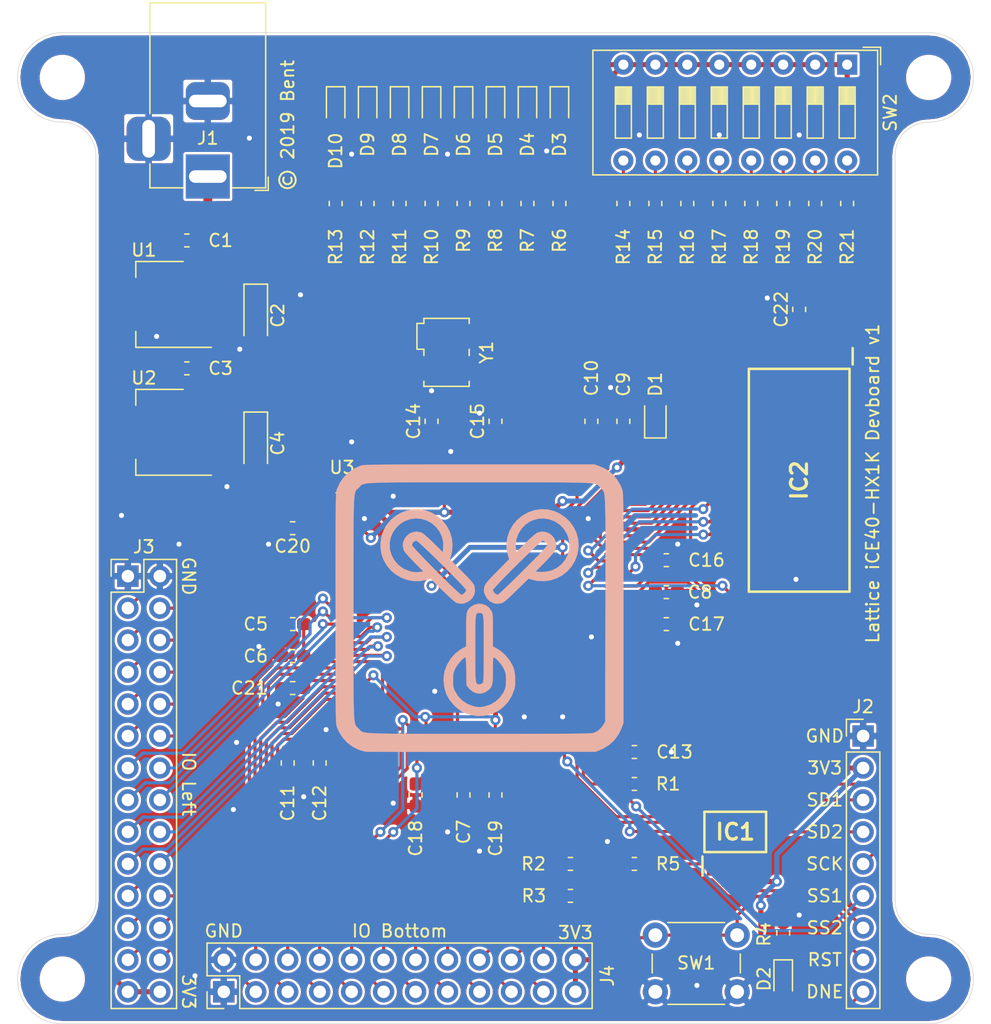
<source format=kicad_pcb>
(kicad_pcb (version 20171130) (host pcbnew 5.1.4)
  (layers (0 F.Cu signal) (31 B.Cu signal) (34 B.Paste user) (35 F.Paste user) (36 B.SilkS user) (37 F.SilkS user) (38 B.Mask user) (39 F.Mask user) (44 Edge.Cuts user))
  (net 0 "")
  (net 1 GND)
  (net 2 VCC)
  (net 3 +3V3)
  (net 4 +1V2)
  (net 5 "Net-(D1-Pad1)")
  (net 6 "Net-(D2-Pad1)")
  (net 7 /DNE)
  (net 8 /SCK)
  (net 9 /SD1)
  (net 10 /SD2)
  (net 11 /SS2)
  (net 12 IOR_58)
  (net 13 IOR_59)
  (net 14 IOR_60_GBIN3)
  (net 15 IOR_61_GBIN2)
  (net 16 IOR_62)
  (net 17 IOR_63)
  (net 18 IOR_64)
  (net 19 IOR_65)
  (net 20 IOR_66)
  (net 21 IOR_67)
  (net 22 IOR_68)
  (net 23 IOR_69)
  (net 24 IOR_70)
  (net 25 IOR_71)
  (net 26 IOR_72)
  (net 27 IOR_57)
  (net 28 IOR_56)
  (net 29 IOR_55)
  (net 30 IOR_54)
  (net 31 IOR_53)
  (net 32 IOR_52)
  (net 33 IOR_51)
  (net 34 "Net-(IC2-Pad9)")
  (net 35 IOR_50)
  (net 36 IOR_49)
  (net 37 IOR_48)
  (net 38 IOT_96)
  (net 39 IOT_95)
  (net 40 IOT_94)
  (net 41 IOT_93)
  (net 42 /SS1)
  (net 43 /RST)
  (net 44 IOL_1A)
  (net 45 IOL_1B)
  (net 46 IOL_2A)
  (net 47 IOL_2B)
  (net 48 IOL_3A)
  (net 49 IOL_3B)
  (net 50 IOL_4A)
  (net 51 IOL_4B)
  (net 52 IOL_5A)
  (net 53 IOL_5B)
  (net 54 IOL_6A)
  (net 55 IOL_6B)
  (net 56 IOL_7A)
  (net 57 IOL_7B)
  (net 58 IOL_8A)
  (net 59 IOL_8B)
  (net 60 IOL_9A)
  (net 61 IOL_9B)
  (net 62 IOL_10A)
  (net 63 IOL_10B)
  (net 64 IOL_11A)
  (net 65 IOL_11B)
  (net 66 IOL_12A)
  (net 67 IOL_12B)
  (net 68 IOB_24)
  (net 69 IOB_25)
  (net 70 IOB_26)
  (net 71 IOB_27)
  (net 72 IOB_28)
  (net 73 IOB_29)
  (net 74 IOB_30)
  (net 75 IOB_31)
  (net 76 IOB_32)
  (net 77 IOB_33)
  (net 78 IOB_35_GBIN5)
  (net 79 IOB_36_GBIN4)
  (net 80 IOB_34)
  (net 81 IOB_37)
  (net 82 IOB_38)
  (net 83 IOB_39)
  (net 84 IOB_40)
  (net 85 IOB_41)
  (net 86 IOB_42)
  (net 87 IOB_43)
  (net 88 IOT_73)
  (net 89 IOT_74)
  (net 90 IOT_75)
  (net 91 IOT_76)
  (net 92 IOT_77)
  (net 93 IOT_78)
  (net 94 IOT_79)
  (net 95 IOT_80)
  (net 96 IOT_81)
  (net 97 IOT_82)
  (net 98 IOT_83)
  (net 99 IOT_84_GBIN1)
  (net 100 IOT_85_GBIN0)
  (net 101 IOT_87)
  (net 102 IOT_88)
  (net 103 IOT_89)
  (net 104 IOT_90)
  (net 105 IOT_91)
  (net 106 IOT_92)
  (net 107 "Net-(D3-Pad2)")
  (net 108 "Net-(D4-Pad2)")
  (net 109 "Net-(D5-Pad2)")
  (net 110 "Net-(D6-Pad2)")
  (net 111 "Net-(D7-Pad2)")
  (net 112 "Net-(D8-Pad2)")
  (net 113 "Net-(D9-Pad2)")
  (net 114 "Net-(D10-Pad2)")
  (net 115 "Net-(U3-Pad15)")
  (net 116 "Net-(U3-Pad16)")
  (net 117 "Net-(U3-Pad17)")
  (net 118 "Net-(U3-Pad18)")
  (net 119 "Net-(U3-Pad40)")
  (net 120 "Net-(U3-Pad53)")
  (net 121 "Net-(U3-Pad54)")
  (net 122 "Net-(U3-Pad55)")
  (net 123 "Net-(U3-Pad77)")
  (net 124 "Net-(U3-Pad82)")
  (net 125 "Net-(U3-Pad83)")
  (net 126 "Net-(U3-Pad84)")
  (net 127 "Net-(U3-Pad85)")
  (net 128 "Net-(U3-Pad109)")
  (net 129 "Net-(U3-Pad110)")
  (net 130 "Net-(U3-Pad124)")
  (net 131 "Net-(U3-Pad125)")
  (net 132 "Net-(U3-Pad126)")
  (net 133 "Net-(U3-Pad127)")
  (net 134 "Net-(U3-Pad130)")
  (net 135 "Net-(U3-Pad131)")
  (module Button_Switch_THT:SW_DIP_SPSTx08_Slide_9.78x22.5mm_W7.62mm_P2.54mm (layer F.Cu) (at 93.98 39.37 270)
    (fp_text reference SW2 (at 3.81 -3.42 90) (layer F.SilkS))
    (fp_text value SW_DIP_x08)
    (pad 16 thru_hole oval (at 7.62 0 270) (size 1.6 1.6) (drill 0.8) (layers *.Cu *.Mask) (net 92 IOT_77))
    (pad 8 thru_hole oval (at 0 17.78 270) (size 1.6 1.6) (drill 0.8) (layers *.Cu *.Mask) (net 3 +3V3))
    (pad 15 thru_hole oval (at 7.62 2.54 270) (size 1.6 1.6) (drill 0.8) (layers *.Cu *.Mask) (net 93 IOT_78))
    (pad 7 thru_hole oval (at 0 15.24 270) (size 1.6 1.6) (drill 0.8) (layers *.Cu *.Mask) (net 3 +3V3))
    (pad 14 thru_hole oval (at 7.62 5.08 270) (size 1.6 1.6) (drill 0.8) (layers *.Cu *.Mask) (net 94 IOT_79))
    (pad 6 thru_hole oval (at 0 12.7 270) (size 1.6 1.6) (drill 0.8) (layers *.Cu *.Mask) (net 3 +3V3))
    (pad 13 thru_hole oval (at 7.62 7.62 270) (size 1.6 1.6) (drill 0.8) (layers *.Cu *.Mask) (net 95 IOT_80))
    (pad 5 thru_hole oval (at 0 10.16 270) (size 1.6 1.6) (drill 0.8) (layers *.Cu *.Mask) (net 3 +3V3))
    (pad 12 thru_hole oval (at 7.62 10.16 270) (size 1.6 1.6) (drill 0.8) (layers *.Cu *.Mask) (net 96 IOT_81))
    (pad 4 thru_hole oval (at 0 7.62 270) (size 1.6 1.6) (drill 0.8) (layers *.Cu *.Mask) (net 3 +3V3))
    (pad 11 thru_hole oval (at 7.62 12.7 270) (size 1.6 1.6) (drill 0.8) (layers *.Cu *.Mask) (net 97 IOT_82))
    (pad 3 thru_hole oval (at 0 5.08 270) (size 1.6 1.6) (drill 0.8) (layers *.Cu *.Mask) (net 3 +3V3))
    (pad 10 thru_hole oval (at 7.62 15.24 270) (size 1.6 1.6) (drill 0.8) (layers *.Cu *.Mask) (net 98 IOT_83))
    (pad 2 thru_hole oval (at 0 2.54 270) (size 1.6 1.6) (drill 0.8) (layers *.Cu *.Mask) (net 3 +3V3))
    (pad 9 thru_hole oval (at 7.62 17.78 270) (size 1.6 1.6) (drill 0.8) (layers *.Cu *.Mask) (net 99 IOT_84_GBIN1))
    (pad 1 thru_hole rect (at 0 0 270) (size 1.6 1.6) (drill 0.8) (layers *.Cu *.Mask) (net 3 +3V3))
  )
  (module MountingHole:MountingHole_3.2mm_M3 (layer F.Cu) (at 100.457 40.386 180)
    (fp_text reference REF** hide)
    (fp_text value MountingHole_3.2mm_M3)
    (pad 1 np_thru_hole circle (at 0 0 180) (size 3.2 3.2) (drill 3.2) (layers *.Cu *.Mask))
  )
  (module MountingHole:MountingHole_3.2mm_M3 (layer F.Cu) (at 31.623 40.386 180)
    (fp_text reference REF** hide)
    (fp_text value MountingHole_3.2mm_M3)
    (pad 1 np_thru_hole circle (at 0 0 180) (size 3.2 3.2) (drill 3.2) (layers *.Cu *.Mask))
  )
  (module MountingHole:MountingHole_3.2mm_M3 (layer F.Cu) (at 100.457 112.014)
    (fp_text reference REF** hide)
    (fp_text value MountingHole_3.2mm_M3)
    (pad 1 np_thru_hole circle (at 0 0) (size 3.2 3.2) (drill 3.2) (layers *.Cu *.Mask))
  )
  (module MountingHole:MountingHole_3.2mm_M3 (layer F.Cu) (at 31.623 112.014)
    (fp_text reference REF** hide)
    (fp_text value MountingHole_3.2mm_M3)
    (pad 1 np_thru_hole circle (at 0 0) (size 3.2 3.2) (drill 3.2) (layers *.Cu *.Mask))
  )
  (module Capacitor_SMD:C_0603_1608Metric_Pad1.05x0.95mm_HandSolder (layer F.Cu) (at 79.615 78.74)
    (fp_text reference C16 (at 3.189 0) (layer F.SilkS))
    (fp_text value 100n)
    (pad 1 smd roundrect (at -0.875 0) (size 1.05 0.95) (layers F.Cu F.Paste F.Mask) (net 3 +3V3))
    (pad 2 smd roundrect (at 0.875 0) (size 1.05 0.95) (layers F.Cu F.Paste F.Mask) (net 1 GND))
  )
  (module HX1K_Devboard:Icon_Flux_Capacitor (layer F.Cu) (at 64.77 82.55)
    (fp_text reference G*** hide)
    (fp_text value LOGO hide)
  )
  (module Package_QFP:TQFP-144_20x20mm_P0.5mm (layer F.Cu) (at 64.77 82.55)
    (fp_text reference U3 (at -10.922 -11.176) (layer F.SilkS))
    (fp_text value ICE40HX1K-TQ144)
    (pad 1 smd roundrect (at -10.6625 -8.75) (size 1.475 0.3) (layers F.Cu F.Paste F.Mask) (net 44 IOL_1A))
    (pad 2 smd roundrect (at -10.6625 -8.25) (size 1.475 0.3) (layers F.Cu F.Paste F.Mask) (net 45 IOL_1B))
    (pad 3 smd roundrect (at -10.6625 -7.75) (size 1.475 0.3) (layers F.Cu F.Paste F.Mask) (net 46 IOL_2A))
    (pad 4 smd roundrect (at -10.6625 -7.25) (size 1.475 0.3) (layers F.Cu F.Paste F.Mask) (net 47 IOL_2B))
    (pad 5 smd roundrect (at -10.6625 -6.75) (size 1.475 0.3) (layers F.Cu F.Paste F.Mask) (net 1 GND))
    (pad 6 smd roundrect (at -10.6625 -6.25) (size 1.475 0.3) (layers F.Cu F.Paste F.Mask) (net 3 +3V3))
    (pad 7 smd roundrect (at -10.6625 -5.75) (size 1.475 0.3) (layers F.Cu F.Paste F.Mask) (net 48 IOL_3A))
    (pad 8 smd roundrect (at -10.6625 -5.25) (size 1.475 0.3) (layers F.Cu F.Paste F.Mask) (net 49 IOL_3B))
    (pad 9 smd roundrect (at -10.6625 -4.75) (size 1.475 0.3) (layers F.Cu F.Paste F.Mask) (net 50 IOL_4A))
    (pad 10 smd roundrect (at -10.6625 -4.25) (size 1.475 0.3) (layers F.Cu F.Paste F.Mask) (net 51 IOL_4B))
    (pad 11 smd roundrect (at -10.6625 -3.75) (size 1.475 0.3) (layers F.Cu F.Paste F.Mask) (net 52 IOL_5A))
    (pad 12 smd roundrect (at -10.6625 -3.25) (size 1.475 0.3) (layers F.Cu F.Paste F.Mask) (net 53 IOL_5B))
    (pad 13 smd roundrect (at -10.6625 -2.75) (size 1.475 0.3) (layers F.Cu F.Paste F.Mask) (net 1 GND))
    (pad 14 smd roundrect (at -10.6625 -2.25) (size 1.475 0.3) (layers F.Cu F.Paste F.Mask) (net 1 GND))
    (pad 15 smd roundrect (at -10.6625 -1.75) (size 1.475 0.3) (layers F.Cu F.Paste F.Mask) (net 115 "Net-(U3-Pad15)"))
    (pad 16 smd roundrect (at -10.6625 -1.25) (size 1.475 0.3) (layers F.Cu F.Paste F.Mask) (net 116 "Net-(U3-Pad16)"))
    (pad 17 smd roundrect (at -10.6625 -0.75) (size 1.475 0.3) (layers F.Cu F.Paste F.Mask) (net 117 "Net-(U3-Pad17)"))
    (pad 18 smd roundrect (at -10.6625 -0.25) (size 1.475 0.3) (layers F.Cu F.Paste F.Mask) (net 118 "Net-(U3-Pad18)"))
    (pad 19 smd roundrect (at -10.6625 0.25) (size 1.475 0.3) (layers F.Cu F.Paste F.Mask) (net 54 IOL_6A))
    (pad 20 smd roundrect (at -10.6625 0.75) (size 1.475 0.3) (layers F.Cu F.Paste F.Mask) (net 55 IOL_6B))
    (pad 21 smd roundrect (at -10.6625 1.25) (size 1.475 0.3) (layers F.Cu F.Paste F.Mask) (net 56 IOL_7A))
    (pad 22 smd roundrect (at -10.6625 1.75) (size 1.475 0.3) (layers F.Cu F.Paste F.Mask) (net 57 IOL_7B))
    (pad 23 smd roundrect (at -10.6625 2.25) (size 1.475 0.3) (layers F.Cu F.Paste F.Mask) (net 58 IOL_8A))
    (pad 24 smd roundrect (at -10.6625 2.75) (size 1.475 0.3) (layers F.Cu F.Paste F.Mask) (net 59 IOL_8B))
    (pad 25 smd roundrect (at -10.6625 3.25) (size 1.475 0.3) (layers F.Cu F.Paste F.Mask) (net 60 IOL_9A))
    (pad 26 smd roundrect (at -10.6625 3.75) (size 1.475 0.3) (layers F.Cu F.Paste F.Mask) (net 61 IOL_9B))
    (pad 27 smd roundrect (at -10.6625 4.25) (size 1.475 0.3) (layers F.Cu F.Paste F.Mask) (net 4 +1V2))
    (pad 28 smd roundrect (at -10.6625 4.75) (size 1.475 0.3) (layers F.Cu F.Paste F.Mask) (net 62 IOL_10A))
    (pad 29 smd roundrect (at -10.6625 5.25) (size 1.475 0.3) (layers F.Cu F.Paste F.Mask) (net 63 IOL_10B))
    (pad 30 smd roundrect (at -10.6625 5.75) (size 1.475 0.3) (layers F.Cu F.Paste F.Mask) (net 3 +3V3))
    (pad 31 smd roundrect (at -10.6625 6.25) (size 1.475 0.3) (layers F.Cu F.Paste F.Mask) (net 64 IOL_11A))
    (pad 32 smd roundrect (at -10.6625 6.75) (size 1.475 0.3) (layers F.Cu F.Paste F.Mask) (net 65 IOL_11B))
    (pad 33 smd roundrect (at -10.6625 7.25) (size 1.475 0.3) (layers F.Cu F.Paste F.Mask) (net 66 IOL_12A))
    (pad 34 smd roundrect (at -10.6625 7.75) (size 1.475 0.3) (layers F.Cu F.Paste F.Mask) (net 67 IOL_12B))
    (pad 35 smd roundrect (at -10.6625 8.25) (size 1.475 0.3) (layers F.Cu F.Paste F.Mask) (net 1 GND))
    (pad 36 smd roundrect (at -10.6625 8.75) (size 1.475 0.3) (layers F.Cu F.Paste F.Mask) (net 4 +1V2))
    (pad 37 smd roundrect (at -8.75 10.6625) (size 0.3 1.475) (layers F.Cu F.Paste F.Mask) (net 68 IOB_24))
    (pad 38 smd roundrect (at -8.25 10.6625) (size 0.3 1.475) (layers F.Cu F.Paste F.Mask) (net 69 IOB_25))
    (pad 39 smd roundrect (at -7.75 10.6625) (size 0.3 1.475) (layers F.Cu F.Paste F.Mask) (net 70 IOB_26))
    (pad 40 smd roundrect (at -7.25 10.6625) (size 0.3 1.475) (layers F.Cu F.Paste F.Mask) (net 119 "Net-(U3-Pad40)"))
    (pad 41 smd roundrect (at -6.75 10.6625) (size 0.3 1.475) (layers F.Cu F.Paste F.Mask) (net 71 IOB_27))
    (pad 42 smd roundrect (at -6.25 10.6625) (size 0.3 1.475) (layers F.Cu F.Paste F.Mask) (net 72 IOB_28))
    (pad 43 smd roundrect (at -5.75 10.6625) (size 0.3 1.475) (layers F.Cu F.Paste F.Mask) (net 73 IOB_29))
    (pad 44 smd roundrect (at -5.25 10.6625) (size 0.3 1.475) (layers F.Cu F.Paste F.Mask) (net 74 IOB_30))
    (pad 45 smd roundrect (at -4.75 10.6625) (size 0.3 1.475) (layers F.Cu F.Paste F.Mask) (net 75 IOB_31))
    (pad 46 smd roundrect (at -4.25 10.6625) (size 0.3 1.475) (layers F.Cu F.Paste F.Mask) (net 3 +3V3))
    (pad 47 smd roundrect (at -3.75 10.6625) (size 0.3 1.475) (layers F.Cu F.Paste F.Mask) (net 76 IOB_32))
    (pad 48 smd roundrect (at -3.25 10.6625) (size 0.3 1.475) (layers F.Cu F.Paste F.Mask) (net 77 IOB_33))
    (pad 49 smd roundrect (at -2.75 10.6625) (size 0.3 1.475) (layers F.Cu F.Paste F.Mask) (net 78 IOB_35_GBIN5))
    (pad 50 smd roundrect (at -2.25 10.6625) (size 0.3 1.475) (layers F.Cu F.Paste F.Mask) (net 79 IOB_36_GBIN4))
    (pad 51 smd roundrect (at -1.75 10.6625) (size 0.3 1.475) (layers F.Cu F.Paste F.Mask) (net 4 +1V2))
    (pad 52 smd roundrect (at -1.25 10.6625) (size 0.3 1.475) (layers F.Cu F.Paste F.Mask) (net 80 IOB_34))
    (pad 53 smd roundrect (at -0.75 10.6625) (size 0.3 1.475) (layers F.Cu F.Paste F.Mask) (net 120 "Net-(U3-Pad53)"))
    (pad 54 smd roundrect (at -0.25 10.6625) (size 0.3 1.475) (layers F.Cu F.Paste F.Mask) (net 121 "Net-(U3-Pad54)"))
    (pad 55 smd roundrect (at 0.25 10.6625) (size 0.3 1.475) (layers F.Cu F.Paste F.Mask) (net 122 "Net-(U3-Pad55)"))
    (pad 56 smd roundrect (at 0.75 10.6625) (size 0.3 1.475) (layers F.Cu F.Paste F.Mask) (net 81 IOB_37))
    (pad 57 smd roundrect (at 1.25 10.6625) (size 0.3 1.475) (layers F.Cu F.Paste F.Mask) (net 3 +3V3))
    (pad 58 smd roundrect (at 1.75 10.6625) (size 0.3 1.475) (layers F.Cu F.Paste F.Mask) (net 82 IOB_38))
    (pad 59 smd roundrect (at 2.25 10.6625) (size 0.3 1.475) (layers F.Cu F.Paste F.Mask) (net 1 GND))
    (pad 60 smd roundrect (at 2.75 10.6625) (size 0.3 1.475) (layers F.Cu F.Paste F.Mask) (net 83 IOB_39))
    (pad 61 smd roundrect (at 3.25 10.6625) (size 0.3 1.475) (layers F.Cu F.Paste F.Mask) (net 84 IOB_40))
    (pad 62 smd roundrect (at 3.75 10.6625) (size 0.3 1.475) (layers F.Cu F.Paste F.Mask) (net 85 IOB_41))
    (pad 63 smd roundrect (at 4.25 10.6625) (size 0.3 1.475) (layers F.Cu F.Paste F.Mask) (net 86 IOB_42))
    (pad 64 smd roundrect (at 4.75 10.6625) (size 0.3 1.475) (layers F.Cu F.Paste F.Mask) (net 87 IOB_43))
    (pad 65 smd roundrect (at 5.25 10.6625) (size 0.3 1.475) (layers F.Cu F.Paste F.Mask) (net 7 /DNE))
    (pad 66 smd roundrect (at 5.75 10.6625) (size 0.3 1.475) (layers F.Cu F.Paste F.Mask) (net 43 /RST))
    (pad 67 smd roundrect (at 6.25 10.6625) (size 0.3 1.475) (layers F.Cu F.Paste F.Mask) (net 9 /SD1))
    (pad 68 smd roundrect (at 6.75 10.6625) (size 0.3 1.475) (layers F.Cu F.Paste F.Mask) (net 10 /SD2))
    (pad 69 smd roundrect (at 7.25 10.6625) (size 0.3 1.475) (layers F.Cu F.Paste F.Mask) (net 1 GND))
    (pad 70 smd roundrect (at 7.75 10.6625) (size 0.3 1.475) (layers F.Cu F.Paste F.Mask) (net 8 /SCK))
    (pad 71 smd roundrect (at 8.25 10.6625) (size 0.3 1.475) (layers F.Cu F.Paste F.Mask) (net 42 /SS1))
    (pad 72 smd roundrect (at 8.75 10.6625) (size 0.3 1.475) (layers F.Cu F.Paste F.Mask) (net 3 +3V3))
    (pad 73 smd roundrect (at 10.6625 8.75) (size 1.475 0.3) (layers F.Cu F.Paste F.Mask) (net 37 IOR_48))
    (pad 74 smd roundrect (at 10.6625 8.25) (size 1.475 0.3) (layers F.Cu F.Paste F.Mask) (net 36 IOR_49))
    (pad 75 smd roundrect (at 10.6625 7.75) (size 1.475 0.3) (layers F.Cu F.Paste F.Mask) (net 35 IOR_50))
    (pad 76 smd roundrect (at 10.6625 7.25) (size 1.475 0.3) (layers F.Cu F.Paste F.Mask) (net 33 IOR_51))
    (pad 77 smd roundrect (at 10.6625 6.75) (size 1.475 0.3) (layers F.Cu F.Paste F.Mask) (net 123 "Net-(U3-Pad77)"))
    (pad 78 smd roundrect (at 10.6625 6.25) (size 1.475 0.3) (layers F.Cu F.Paste F.Mask) (net 32 IOR_52))
    (pad 79 smd roundrect (at 10.6625 5.75) (size 1.475 0.3) (layers F.Cu F.Paste F.Mask) (net 31 IOR_53))
    (pad 80 smd roundrect (at 10.6625 5.25) (size 1.475 0.3) (layers F.Cu F.Paste F.Mask) (net 30 IOR_54))
    (pad 81 smd roundrect (at 10.6625 4.75) (size 1.475 0.3) (layers F.Cu F.Paste F.Mask) (net 29 IOR_55))
    (pad 82 smd roundrect (at 10.6625 4.25) (size 1.475 0.3) (layers F.Cu F.Paste F.Mask) (net 124 "Net-(U3-Pad82)"))
    (pad 83 smd roundrect (at 10.6625 3.75) (size 1.475 0.3) (layers F.Cu F.Paste F.Mask) (net 125 "Net-(U3-Pad83)"))
    (pad 84 smd roundrect (at 10.6625 3.25) (size 1.475 0.3) (layers F.Cu F.Paste F.Mask) (net 126 "Net-(U3-Pad84)"))
    (pad 85 smd roundrect (at 10.6625 2.75) (size 1.475 0.3) (layers F.Cu F.Paste F.Mask) (net 127 "Net-(U3-Pad85)"))
    (pad 86 smd roundrect (at 10.6625 2.25) (size 1.475 0.3) (layers F.Cu F.Paste F.Mask) (net 1 GND))
    (pad 87 smd roundrect (at 10.6625 1.75) (size 1.475 0.3) (layers F.Cu F.Paste F.Mask) (net 28 IOR_56))
    (pad 88 smd roundrect (at 10.6625 1.25) (size 1.475 0.3) (layers F.Cu F.Paste F.Mask) (net 27 IOR_57))
    (pad 89 smd roundrect (at 10.6625 0.75) (size 1.475 0.3) (layers F.Cu F.Paste F.Mask) (net 3 +3V3))
    (pad 90 smd roundrect (at 10.6625 0.25) (size 1.475 0.3) (layers F.Cu F.Paste F.Mask) (net 12 IOR_58))
    (pad 91 smd roundrect (at 10.6625 -0.25) (size 1.475 0.3) (layers F.Cu F.Paste F.Mask) (net 13 IOR_59))
    (pad 92 smd roundrect (at 10.6625 -0.75) (size 1.475 0.3) (layers F.Cu F.Paste F.Mask) (net 4 +1V2))
    (pad 93 smd roundrect (at 10.6625 -1.25) (size 1.475 0.3) (layers F.Cu F.Paste F.Mask) (net 14 IOR_60_GBIN3))
    (pad 94 smd roundrect (at 10.6625 -1.75) (size 1.475 0.3) (layers F.Cu F.Paste F.Mask) (net 15 IOR_61_GBIN2))
    (pad 95 smd roundrect (at 10.6625 -2.25) (size 1.475 0.3) (layers F.Cu F.Paste F.Mask) (net 16 IOR_62))
    (pad 96 smd roundrect (at 10.6625 -2.75) (size 1.475 0.3) (layers F.Cu F.Paste F.Mask) (net 17 IOR_63))
    (pad 97 smd roundrect (at 10.6625 -3.25) (size 1.475 0.3) (layers F.Cu F.Paste F.Mask) (net 18 IOR_64))
    (pad 98 smd roundrect (at 10.6625 -3.75) (size 1.475 0.3) (layers F.Cu F.Paste F.Mask) (net 19 IOR_65))
    (pad 99 smd roundrect (at 10.6625 -4.25) (size 1.475 0.3) (layers F.Cu F.Paste F.Mask) (net 20 IOR_66))
    (pad 100 smd roundrect (at 10.6625 -4.75) (size 1.475 0.3) (layers F.Cu F.Paste F.Mask) (net 3 +3V3))
    (pad 101 smd roundrect (at 10.6625 -5.25) (size 1.475 0.3) (layers F.Cu F.Paste F.Mask) (net 21 IOR_67))
    (pad 102 smd roundrect (at 10.6625 -5.75) (size 1.475 0.3) (layers F.Cu F.Paste F.Mask) (net 22 IOR_68))
    (pad 103 smd roundrect (at 10.6625 -6.25) (size 1.475 0.3) (layers F.Cu F.Paste F.Mask) (net 1 GND))
    (pad 104 smd roundrect (at 10.6625 -6.75) (size 1.475 0.3) (layers F.Cu F.Paste F.Mask) (net 23 IOR_69))
    (pad 105 smd roundrect (at 10.6625 -7.25) (size 1.475 0.3) (layers F.Cu F.Paste F.Mask) (net 24 IOR_70))
    (pad 106 smd roundrect (at 10.6625 -7.75) (size 1.475 0.3) (layers F.Cu F.Paste F.Mask) (net 25 IOR_71))
    (pad 107 smd roundrect (at 10.6625 -8.25) (size 1.475 0.3) (layers F.Cu F.Paste F.Mask) (net 26 IOR_72))
    (pad 108 smd roundrect (at 10.6625 -8.75) (size 1.475 0.3) (layers F.Cu F.Paste F.Mask) (net 5 "Net-(D1-Pad1)"))
    (pad 109 smd roundrect (at 8.75 -10.6625) (size 0.3 1.475) (layers F.Cu F.Paste F.Mask) (net 128 "Net-(U3-Pad109)"))
    (pad 110 smd roundrect (at 8.25 -10.6625) (size 0.3 1.475) (layers F.Cu F.Paste F.Mask) (net 129 "Net-(U3-Pad110)"))
    (pad 111 smd roundrect (at 7.75 -10.6625) (size 0.3 1.475) (layers F.Cu F.Paste F.Mask) (net 4 +1V2))
    (pad 112 smd roundrect (at 7.25 -10.6625) (size 0.3 1.475) (layers F.Cu F.Paste F.Mask) (net 88 IOT_73))
    (pad 113 smd roundrect (at 6.75 -10.6625) (size 0.3 1.475) (layers F.Cu F.Paste F.Mask) (net 89 IOT_74))
    (pad 114 smd roundrect (at 6.25 -10.6625) (size 0.3 1.475) (layers F.Cu F.Paste F.Mask) (net 90 IOT_75))
    (pad 115 smd roundrect (at 5.75 -10.6625) (size 0.3 1.475) (layers F.Cu F.Paste F.Mask) (net 91 IOT_76))
    (pad 116 smd roundrect (at 5.25 -10.6625) (size 0.3 1.475) (layers F.Cu F.Paste F.Mask) (net 92 IOT_77))
    (pad 117 smd roundrect (at 4.75 -10.6625) (size 0.3 1.475) (layers F.Cu F.Paste F.Mask) (net 93 IOT_78))
    (pad 118 smd roundrect (at 4.25 -10.6625) (size 0.3 1.475) (layers F.Cu F.Paste F.Mask) (net 94 IOT_79))
    (pad 119 smd roundrect (at 3.75 -10.6625) (size 0.3 1.475) (layers F.Cu F.Paste F.Mask) (net 95 IOT_80))
    (pad 120 smd roundrect (at 3.25 -10.6625) (size 0.3 1.475) (layers F.Cu F.Paste F.Mask) (net 96 IOT_81))
    (pad 121 smd roundrect (at 2.75 -10.6625) (size 0.3 1.475) (layers F.Cu F.Paste F.Mask) (net 97 IOT_82))
    (pad 122 smd roundrect (at 2.25 -10.6625) (size 0.3 1.475) (layers F.Cu F.Paste F.Mask) (net 98 IOT_83))
    (pad 123 smd roundrect (at 1.75 -10.6625) (size 0.3 1.475) (layers F.Cu F.Paste F.Mask) (net 3 +3V3))
    (pad 124 smd roundrect (at 1.25 -10.6625) (size 0.3 1.475) (layers F.Cu F.Paste F.Mask) (net 130 "Net-(U3-Pad124)"))
    (pad 125 smd roundrect (at 0.75 -10.6625) (size 0.3 1.475) (layers F.Cu F.Paste F.Mask) (net 131 "Net-(U3-Pad125)"))
    (pad 126 smd roundrect (at 0.25 -10.6625) (size 0.3 1.475) (layers F.Cu F.Paste F.Mask) (net 132 "Net-(U3-Pad126)"))
    (pad 127 smd roundrect (at -0.25 -10.6625) (size 0.3 1.475) (layers F.Cu F.Paste F.Mask) (net 133 "Net-(U3-Pad127)"))
    (pad 128 smd roundrect (at -0.75 -10.6625) (size 0.3 1.475) (layers F.Cu F.Paste F.Mask) (net 99 IOT_84_GBIN1))
    (pad 129 smd roundrect (at -1.25 -10.6625) (size 0.3 1.475) (layers F.Cu F.Paste F.Mask) (net 100 IOT_85_GBIN0))
    (pad 130 smd roundrect (at -1.75 -10.6625) (size 0.3 1.475) (layers F.Cu F.Paste F.Mask) (net 134 "Net-(U3-Pad130)"))
    (pad 131 smd roundrect (at -2.25 -10.6625) (size 0.3 1.475) (layers F.Cu F.Paste F.Mask) (net 135 "Net-(U3-Pad131)"))
    (pad 132 smd roundrect (at -2.75 -10.6625) (size 0.3 1.475) (layers F.Cu F.Paste F.Mask) (net 1 GND))
    (pad 133 smd roundrect (at -3.25 -10.6625) (size 0.3 1.475) (layers F.Cu F.Paste F.Mask) (net 3 +3V3))
    (pad 134 smd roundrect (at -3.75 -10.6625) (size 0.3 1.475) (layers F.Cu F.Paste F.Mask) (net 101 IOT_87))
    (pad 135 smd roundrect (at -4.25 -10.6625) (size 0.3 1.475) (layers F.Cu F.Paste F.Mask) (net 102 IOT_88))
    (pad 136 smd roundrect (at -4.75 -10.6625) (size 0.3 1.475) (layers F.Cu F.Paste F.Mask) (net 103 IOT_89))
    (pad 137 smd roundrect (at -5.25 -10.6625) (size 0.3 1.475) (layers F.Cu F.Paste F.Mask) (net 104 IOT_90))
    (pad 138 smd roundrect (at -5.75 -10.6625) (size 0.3 1.475) (layers F.Cu F.Paste F.Mask) (net 105 IOT_91))
    (pad 139 smd roundrect (at -6.25 -10.6625) (size 0.3 1.475) (layers F.Cu F.Paste F.Mask) (net 106 IOT_92))
    (pad 140 smd roundrect (at -6.75 -10.6625) (size 0.3 1.475) (layers F.Cu F.Paste F.Mask) (net 1 GND))
    (pad 141 smd roundrect (at -7.25 -10.6625) (size 0.3 1.475) (layers F.Cu F.Paste F.Mask) (net 41 IOT_93))
    (pad 142 smd roundrect (at -7.75 -10.6625) (size 0.3 1.475) (layers F.Cu F.Paste F.Mask) (net 40 IOT_94))
    (pad 143 smd roundrect (at -8.25 -10.6625) (size 0.3 1.475) (layers F.Cu F.Paste F.Mask) (net 39 IOT_95))
    (pad 144 smd roundrect (at -8.75 -10.6625) (size 0.3 1.475) (layers F.Cu F.Paste F.Mask) (net 38 IOT_96))
  )
  (module HX1K_Devboard:SOIC127P600X175-8N (layer F.Cu) (at 85.09 100.33 90)
    (fp_text reference IC1 (at 0 0 180) (layer F.SilkS) (effects (font (size 1.27 1.27) (thickness 0.254))))
    (fp_text value W25Q80DVSNIG hide)
    (pad 8 smd rect (at 2.712 -1.905 180) (size 0.7 1.525) (layers F.Cu F.Paste F.Mask) (net 3 +3V3))
    (pad 7 smd rect (at 2.712 -0.635 180) (size 0.7 1.525) (layers F.Cu F.Paste F.Mask) (net 3 +3V3))
    (pad 6 smd rect (at 2.712 0.635 180) (size 0.7 1.525) (layers F.Cu F.Paste F.Mask) (net 8 /SCK))
    (pad 5 smd rect (at 2.712 1.905 180) (size 0.7 1.525) (layers F.Cu F.Paste F.Mask) (net 9 /SD1))
    (pad 4 smd rect (at -2.712 1.905 180) (size 0.7 1.525) (layers F.Cu F.Paste F.Mask) (net 1 GND))
    (pad 3 smd rect (at -2.712 0.635 180) (size 0.7 1.525) (layers F.Cu F.Paste F.Mask) (net 3 +3V3))
    (pad 2 smd rect (at -2.712 -0.635 180) (size 0.7 1.525) (layers F.Cu F.Paste F.Mask) (net 10 /SD2))
    (pad 1 smd rect (at -2.712 -1.905 180) (size 0.7 1.525) (layers F.Cu F.Paste F.Mask) (net 11 /SS2))
  )
  (module Connector_PinHeader_2.54mm:PinHeader_2x14_P2.54mm_Vertical (layer F.Cu) (at 36.83 80.01)
    (fp_text reference J3 (at 1.27 -2.33) (layer F.SilkS))
    (fp_text value Conn_02x14_Odd_Even)
    (pad 1 thru_hole rect (at 0 0) (size 1.7 1.7) (drill 1) (layers *.Cu *.Mask) (net 1 GND))
    (pad 2 thru_hole oval (at 2.54 0) (size 1.7 1.7) (drill 1) (layers *.Cu *.Mask) (net 1 GND))
    (pad 3 thru_hole oval (at 0 2.54) (size 1.7 1.7) (drill 1) (layers *.Cu *.Mask) (net 44 IOL_1A))
    (pad 4 thru_hole oval (at 2.54 2.54) (size 1.7 1.7) (drill 1) (layers *.Cu *.Mask) (net 45 IOL_1B))
    (pad 5 thru_hole oval (at 0 5.08) (size 1.7 1.7) (drill 1) (layers *.Cu *.Mask) (net 46 IOL_2A))
    (pad 6 thru_hole oval (at 2.54 5.08) (size 1.7 1.7) (drill 1) (layers *.Cu *.Mask) (net 47 IOL_2B))
    (pad 7 thru_hole oval (at 0 7.62) (size 1.7 1.7) (drill 1) (layers *.Cu *.Mask) (net 48 IOL_3A))
    (pad 8 thru_hole oval (at 2.54 7.62) (size 1.7 1.7) (drill 1) (layers *.Cu *.Mask) (net 49 IOL_3B))
    (pad 9 thru_hole oval (at 0 10.16) (size 1.7 1.7) (drill 1) (layers *.Cu *.Mask) (net 50 IOL_4A))
    (pad 10 thru_hole oval (at 2.54 10.16) (size 1.7 1.7) (drill 1) (layers *.Cu *.Mask) (net 51 IOL_4B))
    (pad 11 thru_hole oval (at 0 12.7) (size 1.7 1.7) (drill 1) (layers *.Cu *.Mask) (net 52 IOL_5A))
    (pad 12 thru_hole oval (at 2.54 12.7) (size 1.7 1.7) (drill 1) (layers *.Cu *.Mask) (net 53 IOL_5B))
    (pad 13 thru_hole oval (at 0 15.24) (size 1.7 1.7) (drill 1) (layers *.Cu *.Mask) (net 54 IOL_6A))
    (pad 14 thru_hole oval (at 2.54 15.24) (size 1.7 1.7) (drill 1) (layers *.Cu *.Mask) (net 55 IOL_6B))
    (pad 15 thru_hole oval (at 0 17.78) (size 1.7 1.7) (drill 1) (layers *.Cu *.Mask) (net 56 IOL_7A))
    (pad 16 thru_hole oval (at 2.54 17.78) (size 1.7 1.7) (drill 1) (layers *.Cu *.Mask) (net 57 IOL_7B))
    (pad 17 thru_hole oval (at 0 20.32) (size 1.7 1.7) (drill 1) (layers *.Cu *.Mask) (net 58 IOL_8A))
    (pad 18 thru_hole oval (at 2.54 20.32) (size 1.7 1.7) (drill 1) (layers *.Cu *.Mask) (net 59 IOL_8B))
    (pad 19 thru_hole oval (at 0 22.86) (size 1.7 1.7) (drill 1) (layers *.Cu *.Mask) (net 60 IOL_9A))
    (pad 20 thru_hole oval (at 2.54 22.86) (size 1.7 1.7) (drill 1) (layers *.Cu *.Mask) (net 61 IOL_9B))
    (pad 21 thru_hole oval (at 0 25.4) (size 1.7 1.7) (drill 1) (layers *.Cu *.Mask) (net 62 IOL_10A))
    (pad 22 thru_hole oval (at 2.54 25.4) (size 1.7 1.7) (drill 1) (layers *.Cu *.Mask) (net 63 IOL_10B))
    (pad 23 thru_hole oval (at 0 27.94) (size 1.7 1.7) (drill 1) (layers *.Cu *.Mask) (net 64 IOL_11A))
    (pad 24 thru_hole oval (at 2.54 27.94) (size 1.7 1.7) (drill 1) (layers *.Cu *.Mask) (net 65 IOL_11B))
    (pad 25 thru_hole oval (at 0 30.48) (size 1.7 1.7) (drill 1) (layers *.Cu *.Mask) (net 66 IOL_12A))
    (pad 26 thru_hole oval (at 2.54 30.48) (size 1.7 1.7) (drill 1) (layers *.Cu *.Mask) (net 67 IOL_12B))
    (pad 27 thru_hole oval (at 0 33.02) (size 1.7 1.7) (drill 1) (layers *.Cu *.Mask) (net 3 +3V3))
    (pad 28 thru_hole oval (at 2.54 33.02) (size 1.7 1.7) (drill 1) (layers *.Cu *.Mask) (net 3 +3V3))
  )
  (module Connector_PinHeader_2.54mm:PinHeader_2x12_P2.54mm_Vertical (layer F.Cu) (at 44.45 113.03 90)
    (fp_text reference J4 (at 1.27 30.48 90) (layer F.SilkS))
    (fp_text value Conn_02x12_Odd_Even)
    (pad 1 thru_hole rect (at 0 0 90) (size 1.7 1.7) (drill 1) (layers *.Cu *.Mask) (net 1 GND))
    (pad 2 thru_hole oval (at 2.54 0 90) (size 1.7 1.7) (drill 1) (layers *.Cu *.Mask) (net 1 GND))
    (pad 3 thru_hole oval (at 0 2.54 90) (size 1.7 1.7) (drill 1) (layers *.Cu *.Mask) (net 68 IOB_24))
    (pad 4 thru_hole oval (at 2.54 2.54 90) (size 1.7 1.7) (drill 1) (layers *.Cu *.Mask) (net 69 IOB_25))
    (pad 5 thru_hole oval (at 0 5.08 90) (size 1.7 1.7) (drill 1) (layers *.Cu *.Mask) (net 70 IOB_26))
    (pad 6 thru_hole oval (at 2.54 5.08 90) (size 1.7 1.7) (drill 1) (layers *.Cu *.Mask) (net 71 IOB_27))
    (pad 7 thru_hole oval (at 0 7.62 90) (size 1.7 1.7) (drill 1) (layers *.Cu *.Mask) (net 72 IOB_28))
    (pad 8 thru_hole oval (at 2.54 7.62 90) (size 1.7 1.7) (drill 1) (layers *.Cu *.Mask) (net 73 IOB_29))
    (pad 9 thru_hole oval (at 0 10.16 90) (size 1.7 1.7) (drill 1) (layers *.Cu *.Mask) (net 74 IOB_30))
    (pad 10 thru_hole oval (at 2.54 10.16 90) (size 1.7 1.7) (drill 1) (layers *.Cu *.Mask) (net 75 IOB_31))
    (pad 11 thru_hole oval (at 0 12.7 90) (size 1.7 1.7) (drill 1) (layers *.Cu *.Mask) (net 76 IOB_32))
    (pad 12 thru_hole oval (at 2.54 12.7 90) (size 1.7 1.7) (drill 1) (layers *.Cu *.Mask) (net 77 IOB_33))
    (pad 13 thru_hole oval (at 0 15.24 90) (size 1.7 1.7) (drill 1) (layers *.Cu *.Mask) (net 78 IOB_35_GBIN5))
    (pad 14 thru_hole oval (at 2.54 15.24 90) (size 1.7 1.7) (drill 1) (layers *.Cu *.Mask) (net 79 IOB_36_GBIN4))
    (pad 15 thru_hole oval (at 0 17.78 90) (size 1.7 1.7) (drill 1) (layers *.Cu *.Mask) (net 80 IOB_34))
    (pad 16 thru_hole oval (at 2.54 17.78 90) (size 1.7 1.7) (drill 1) (layers *.Cu *.Mask) (net 81 IOB_37))
    (pad 17 thru_hole oval (at 0 20.32 90) (size 1.7 1.7) (drill 1) (layers *.Cu *.Mask) (net 82 IOB_38))
    (pad 18 thru_hole oval (at 2.54 20.32 90) (size 1.7 1.7) (drill 1) (layers *.Cu *.Mask) (net 83 IOB_39))
    (pad 19 thru_hole oval (at 0 22.86 90) (size 1.7 1.7) (drill 1) (layers *.Cu *.Mask) (net 84 IOB_40))
    (pad 20 thru_hole oval (at 2.54 22.86 90) (size 1.7 1.7) (drill 1) (layers *.Cu *.Mask) (net 85 IOB_41))
    (pad 21 thru_hole oval (at 0 25.4 90) (size 1.7 1.7) (drill 1) (layers *.Cu *.Mask) (net 86 IOB_42))
    (pad 22 thru_hole oval (at 2.54 25.4 90) (size 1.7 1.7) (drill 1) (layers *.Cu *.Mask) (net 87 IOB_43))
    (pad 23 thru_hole oval (at 0 27.94 90) (size 1.7 1.7) (drill 1) (layers *.Cu *.Mask) (net 3 +3V3))
    (pad 24 thru_hole oval (at 2.54 27.94 90) (size 1.7 1.7) (drill 1) (layers *.Cu *.Mask) (net 3 +3V3))
  )
  (module Capacitor_SMD:C_0603_1608Metric_Pad1.05x0.95mm_HandSolder (layer F.Cu) (at 41.515 53.34 180)
    (fp_text reference C1 (at -2.681 0) (layer F.SilkS))
    (fp_text value 100n)
    (pad 1 smd roundrect (at -0.875 0 180) (size 1.05 0.95) (layers F.Cu F.Paste F.Mask) (net 2 VCC))
    (pad 2 smd roundrect (at 0.875 0 180) (size 1.05 0.95) (layers F.Cu F.Paste F.Mask) (net 1 GND))
  )
  (module Capacitor_SMD:C_0603_1608Metric_Pad1.05x0.95mm_HandSolder (layer F.Cu) (at 41.515 63.5 180)
    (fp_text reference C3 (at -2.681 0) (layer F.SilkS))
    (fp_text value 100n)
    (pad 1 smd roundrect (at -0.875 0 180) (size 1.05 0.95) (layers F.Cu F.Paste F.Mask) (net 3 +3V3))
    (pad 2 smd roundrect (at 0.875 0 180) (size 1.05 0.95) (layers F.Cu F.Paste F.Mask) (net 1 GND))
  )
  (module Capacitor_SMD:C_0603_1608Metric_Pad1.05x0.95mm_HandSolder (layer F.Cu) (at 49.925 83.82 180)
    (fp_text reference C5 (at 2.935 0) (layer F.SilkS))
    (fp_text value 1u)
    (pad 2 smd roundrect (at 0.875 0 180) (size 1.05 0.95) (layers F.Cu F.Paste F.Mask) (net 1 GND))
    (pad 1 smd roundrect (at -0.875 0 180) (size 1.05 0.95) (layers F.Cu F.Paste F.Mask) (net 4 +1V2))
  )
  (module Capacitor_SMD:C_0603_1608Metric_Pad1.05x0.95mm_HandSolder (layer F.Cu) (at 49.925 86.36 180)
    (fp_text reference C6 (at 2.935 0) (layer F.SilkS))
    (fp_text value 100n)
    (pad 2 smd roundrect (at 0.875 0 180) (size 1.05 0.95) (layers F.Cu F.Paste F.Mask) (net 1 GND))
    (pad 1 smd roundrect (at -0.875 0 180) (size 1.05 0.95) (layers F.Cu F.Paste F.Mask) (net 4 +1V2))
  )
  (module Capacitor_SMD:C_0603_1608Metric_Pad1.05x0.95mm_HandSolder (layer F.Cu) (at 63.5 97.395 270)
    (fp_text reference C7 (at 2.935 0 90) (layer F.SilkS))
    (fp_text value 100n)
    (pad 1 smd roundrect (at -0.875 0 270) (size 1.05 0.95) (layers F.Cu F.Paste F.Mask) (net 4 +1V2))
    (pad 2 smd roundrect (at 0.875 0 270) (size 1.05 0.95) (layers F.Cu F.Paste F.Mask) (net 1 GND))
  )
  (module Capacitor_SMD:C_0603_1608Metric_Pad1.05x0.95mm_HandSolder (layer F.Cu) (at 79.615 81.28)
    (fp_text reference C8 (at 2.681 0) (layer F.SilkS))
    (fp_text value 100n)
    (pad 2 smd roundrect (at 0.875 0) (size 1.05 0.95) (layers F.Cu F.Paste F.Mask) (net 1 GND))
    (pad 1 smd roundrect (at -0.875 0) (size 1.05 0.95) (layers F.Cu F.Paste F.Mask) (net 4 +1V2))
  )
  (module Capacitor_SMD:C_0603_1608Metric_Pad1.05x0.95mm_HandSolder (layer F.Cu) (at 76.2 67.705 90)
    (fp_text reference C9 (at 2.935 0 90) (layer F.SilkS))
    (fp_text value 100n)
    (pad 1 smd roundrect (at -0.875 0 90) (size 1.05 0.95) (layers F.Cu F.Paste F.Mask) (net 4 +1V2))
    (pad 2 smd roundrect (at 0.875 0 90) (size 1.05 0.95) (layers F.Cu F.Paste F.Mask) (net 1 GND))
  )
  (module Capacitor_SMD:C_0603_1608Metric_Pad1.05x0.95mm_HandSolder (layer F.Cu) (at 73.66 67.705 90)
    (fp_text reference C10 (at 3.443 0 90) (layer F.SilkS))
    (fp_text value 10n)
    (pad 1 smd roundrect (at -0.875 0 90) (size 1.05 0.95) (layers F.Cu F.Paste F.Mask) (net 4 +1V2))
    (pad 2 smd roundrect (at 0.875 0 90) (size 1.05 0.95) (layers F.Cu F.Paste F.Mask) (net 1 GND))
  )
  (module Capacitor_SMD:C_0603_1608Metric_Pad1.05x0.95mm_HandSolder (layer F.Cu) (at 49.53 94.855 270)
    (fp_text reference C11 (at 3.189 0 90) (layer F.SilkS))
    (fp_text value 1u)
    (pad 2 smd roundrect (at 0.875 0 270) (size 1.05 0.95) (layers F.Cu F.Paste F.Mask) (net 1 GND))
    (pad 1 smd roundrect (at -0.875 0 270) (size 1.05 0.95) (layers F.Cu F.Paste F.Mask) (net 4 +1V2))
  )
  (module Capacitor_SMD:C_0603_1608Metric_Pad1.05x0.95mm_HandSolder (layer F.Cu) (at 52.07 94.855 270)
    (fp_text reference C12 (at 3.189 0 90) (layer F.SilkS))
    (fp_text value 100n)
    (pad 1 smd roundrect (at -0.875 0 270) (size 1.05 0.95) (layers F.Cu F.Paste F.Mask) (net 4 +1V2))
    (pad 2 smd roundrect (at 0.875 0 270) (size 1.05 0.95) (layers F.Cu F.Paste F.Mask) (net 1 GND))
  )
  (module Capacitor_SMD:C_0603_1608Metric_Pad1.05x0.95mm_HandSolder (layer F.Cu) (at 77.075 93.98)
    (fp_text reference C13 (at 3.189 0) (layer F.SilkS))
    (fp_text value 100n)
    (pad 1 smd roundrect (at -0.875 0) (size 1.05 0.95) (layers F.Cu F.Paste F.Mask) (net 3 +3V3))
    (pad 2 smd roundrect (at 0.875 0) (size 1.05 0.95) (layers F.Cu F.Paste F.Mask) (net 1 GND))
  )
  (module Capacitor_SMD:C_0603_1608Metric_Pad1.05x0.95mm_HandSolder (layer F.Cu) (at 60.96 67.705 90)
    (fp_text reference C14 (at 0 -1.43 90) (layer F.SilkS))
    (fp_text value 100n)
    (pad 1 smd roundrect (at -0.875 0 90) (size 1.05 0.95) (layers F.Cu F.Paste F.Mask) (net 3 +3V3))
    (pad 2 smd roundrect (at 0.875 0 90) (size 1.05 0.95) (layers F.Cu F.Paste F.Mask) (net 1 GND))
  )
  (module Capacitor_SMD:C_0603_1608Metric_Pad1.05x0.95mm_HandSolder (layer F.Cu) (at 66.04 67.705 90)
    (fp_text reference C15 (at 0 -1.43 90) (layer F.SilkS))
    (fp_text value 10n)
    (pad 2 smd roundrect (at 0.875 0 90) (size 1.05 0.95) (layers F.Cu F.Paste F.Mask) (net 1 GND))
    (pad 1 smd roundrect (at -0.875 0 90) (size 1.05 0.95) (layers F.Cu F.Paste F.Mask) (net 3 +3V3))
  )
  (module Capacitor_SMD:C_0603_1608Metric_Pad1.05x0.95mm_HandSolder (layer F.Cu) (at 79.615 83.82)
    (fp_text reference C17 (at 3.189 0) (layer F.SilkS))
    (fp_text value 10n)
    (pad 2 smd roundrect (at 0.875 0) (size 1.05 0.95) (layers F.Cu F.Paste F.Mask) (net 1 GND))
    (pad 1 smd roundrect (at -0.875 0) (size 1.05 0.95) (layers F.Cu F.Paste F.Mask) (net 3 +3V3))
  )
  (module Capacitor_SMD:C_0603_1608Metric_Pad1.05x0.95mm_HandSolder (layer F.Cu) (at 59.69 97.395 270)
    (fp_text reference C18 (at 3.443 0 90) (layer F.SilkS))
    (fp_text value 100n)
    (pad 1 smd roundrect (at -0.875 0 270) (size 1.05 0.95) (layers F.Cu F.Paste F.Mask) (net 3 +3V3))
    (pad 2 smd roundrect (at 0.875 0 270) (size 1.05 0.95) (layers F.Cu F.Paste F.Mask) (net 1 GND))
  )
  (module Capacitor_SMD:C_0603_1608Metric_Pad1.05x0.95mm_HandSolder (layer F.Cu) (at 66.04 97.395 270)
    (fp_text reference C19 (at 3.443 0 90) (layer F.SilkS))
    (fp_text value 10n)
    (pad 2 smd roundrect (at 0.875 0 270) (size 1.05 0.95) (layers F.Cu F.Paste F.Mask) (net 1 GND))
    (pad 1 smd roundrect (at -0.875 0 270) (size 1.05 0.95) (layers F.Cu F.Paste F.Mask) (net 3 +3V3))
  )
  (module Capacitor_SMD:C_0603_1608Metric_Pad1.05x0.95mm_HandSolder (layer F.Cu) (at 49.925 76.2 180)
    (fp_text reference C20 (at 0 -1.43) (layer F.SilkS))
    (fp_text value 100n)
    (pad 1 smd roundrect (at -0.875 0 180) (size 1.05 0.95) (layers F.Cu F.Paste F.Mask) (net 3 +3V3))
    (pad 2 smd roundrect (at 0.875 0 180) (size 1.05 0.95) (layers F.Cu F.Paste F.Mask) (net 1 GND))
  )
  (module Capacitor_SMD:C_0603_1608Metric_Pad1.05x0.95mm_HandSolder (layer F.Cu) (at 49.925 88.9 180)
    (fp_text reference C21 (at 3.443 0) (layer F.SilkS))
    (fp_text value 10n)
    (pad 2 smd roundrect (at 0.875 0 180) (size 1.05 0.95) (layers F.Cu F.Paste F.Mask) (net 1 GND))
    (pad 1 smd roundrect (at -0.875 0 180) (size 1.05 0.95) (layers F.Cu F.Paste F.Mask) (net 3 +3V3))
  )
  (module Capacitor_SMD:C_0603_1608Metric_Pad1.05x0.95mm_HandSolder (layer F.Cu) (at 90.17 58.815 90)
    (fp_text reference C22 (at 0 -1.43 90) (layer F.SilkS))
    (fp_text value 100n)
    (pad 2 smd roundrect (at 0.875 0 90) (size 1.05 0.95) (layers F.Cu F.Paste F.Mask) (net 1 GND))
    (pad 1 smd roundrect (at -0.875 0 90) (size 1.05 0.95) (layers F.Cu F.Paste F.Mask) (net 3 +3V3))
  )
  (module Diode_SMD:D_SOD-323 (layer F.Cu) (at 78.74 67.53 90)
    (fp_text reference D1 (at 2.76 0 90) (layer F.SilkS))
    (fp_text value "~~0.4V VF")
    (pad 1 smd rect (at -1.05 0 90) (size 0.6 0.45) (layers F.Cu F.Paste F.Mask) (net 5 "Net-(D1-Pad1)"))
    (pad 2 smd rect (at 1.05 0 90) (size 0.6 0.45) (layers F.Cu F.Paste F.Mask) (net 3 +3V3))
  )
  (module LED_SMD:LED_0603_1608Metric_Pad1.05x0.95mm_HandSolder (layer F.Cu) (at 88.9 112.155 270)
    (fp_text reference D2 (at -0.141 1.524 90) (layer F.SilkS))
    (fp_text value LED_DNE)
    (pad 2 smd roundrect (at 0.875 0 270) (size 1.05 0.95) (layers F.Cu F.Paste F.Mask) (net 7 /DNE))
    (pad 1 smd roundrect (at -0.875 0 270) (size 1.05 0.95) (layers F.Cu F.Paste F.Mask) (net 6 "Net-(D2-Pad1)"))
  )
  (module LED_SMD:LED_0603_1608Metric_Pad1.05x0.95mm_HandSolder (layer F.Cu) (at 71.12 42.785 270)
    (fp_text reference D3 (at 2.935 0 90) (layer F.SilkS))
    (fp_text value LED1)
    (pad 2 smd roundrect (at 0.875 0 270) (size 1.05 0.95) (layers F.Cu F.Paste F.Mask) (net 107 "Net-(D3-Pad2)"))
    (pad 1 smd roundrect (at -0.875 0 270) (size 1.05 0.95) (layers F.Cu F.Paste F.Mask) (net 1 GND))
  )
  (module LED_SMD:LED_0603_1608Metric_Pad1.05x0.95mm_HandSolder (layer F.Cu) (at 68.58 42.785 270)
    (fp_text reference D4 (at 2.935 0 90) (layer F.SilkS))
    (fp_text value LED2)
    (pad 1 smd roundrect (at -0.875 0 270) (size 1.05 0.95) (layers F.Cu F.Paste F.Mask) (net 1 GND))
    (pad 2 smd roundrect (at 0.875 0 270) (size 1.05 0.95) (layers F.Cu F.Paste F.Mask) (net 108 "Net-(D4-Pad2)"))
  )
  (module LED_SMD:LED_0603_1608Metric_Pad1.05x0.95mm_HandSolder (layer F.Cu) (at 66.04 42.785 270)
    (fp_text reference D5 (at 2.935 0 90) (layer F.SilkS))
    (fp_text value LED3)
    (pad 1 smd roundrect (at -0.875 0 270) (size 1.05 0.95) (layers F.Cu F.Paste F.Mask) (net 1 GND))
    (pad 2 smd roundrect (at 0.875 0 270) (size 1.05 0.95) (layers F.Cu F.Paste F.Mask) (net 109 "Net-(D5-Pad2)"))
  )
  (module LED_SMD:LED_0603_1608Metric_Pad1.05x0.95mm_HandSolder (layer F.Cu) (at 63.5 42.785 270)
    (fp_text reference D6 (at 2.935 0 90) (layer F.SilkS))
    (fp_text value LED4)
    (pad 2 smd roundrect (at 0.875 0 270) (size 1.05 0.95) (layers F.Cu F.Paste F.Mask) (net 110 "Net-(D6-Pad2)"))
    (pad 1 smd roundrect (at -0.875 0 270) (size 1.05 0.95) (layers F.Cu F.Paste F.Mask) (net 1 GND))
  )
  (module LED_SMD:LED_0603_1608Metric_Pad1.05x0.95mm_HandSolder (layer F.Cu) (at 60.96 42.785 270)
    (fp_text reference D7 (at 2.935 0 90) (layer F.SilkS))
    (fp_text value LED5)
    (pad 1 smd roundrect (at -0.875 0 270) (size 1.05 0.95) (layers F.Cu F.Paste F.Mask) (net 1 GND))
    (pad 2 smd roundrect (at 0.875 0 270) (size 1.05 0.95) (layers F.Cu F.Paste F.Mask) (net 111 "Net-(D7-Pad2)"))
  )
  (module LED_SMD:LED_0603_1608Metric_Pad1.05x0.95mm_HandSolder (layer F.Cu) (at 58.42 42.785 270)
    (fp_text reference D8 (at 2.935 0 90) (layer F.SilkS))
    (fp_text value LED6)
    (pad 2 smd roundrect (at 0.875 0 270) (size 1.05 0.95) (layers F.Cu F.Paste F.Mask) (net 112 "Net-(D8-Pad2)"))
    (pad 1 smd roundrect (at -0.875 0 270) (size 1.05 0.95) (layers F.Cu F.Paste F.Mask) (net 1 GND))
  )
  (module LED_SMD:LED_0603_1608Metric_Pad1.05x0.95mm_HandSolder (layer F.Cu) (at 55.88 42.785 270)
    (fp_text reference D9 (at 2.935 0 90) (layer F.SilkS))
    (fp_text value LED7)
    (pad 2 smd roundrect (at 0.875 0 270) (size 1.05 0.95) (layers F.Cu F.Paste F.Mask) (net 113 "Net-(D9-Pad2)"))
    (pad 1 smd roundrect (at -0.875 0 270) (size 1.05 0.95) (layers F.Cu F.Paste F.Mask) (net 1 GND))
  )
  (module LED_SMD:LED_0603_1608Metric_Pad1.05x0.95mm_HandSolder (layer F.Cu) (at 53.34 42.785 270)
    (fp_text reference D10 (at 3.443 0 90) (layer F.SilkS))
    (fp_text value LED8)
    (pad 1 smd roundrect (at -0.875 0 270) (size 1.05 0.95) (layers F.Cu F.Paste F.Mask) (net 1 GND))
    (pad 2 smd roundrect (at 0.875 0 270) (size 1.05 0.95) (layers F.Cu F.Paste F.Mask) (net 114 "Net-(D10-Pad2)"))
  )
  (module HX1K_Devboard:SOP50P2000X120-32N (layer F.Cu) (at 90.17 72.39 270)
    (fp_text reference IC2 (at 0 0 90) (layer F.SilkS) (effects (font (size 1.27 1.27) (thickness 0.254))))
    (fp_text value IS62WV1288BLL-55HLI hide)
    (pad 32 smd rect (at 9.85 -3.75) (size 0.3 1.3) (layers F.Cu F.Paste F.Mask) (net 37 IOR_48))
    (pad 31 smd rect (at 9.85 -3.25) (size 0.3 1.3) (layers F.Cu F.Paste F.Mask) (net 36 IOR_49))
    (pad 30 smd rect (at 9.85 -2.75) (size 0.3 1.3) (layers F.Cu F.Paste F.Mask) (net 35 IOR_50))
    (pad 29 smd rect (at 9.85 -2.25) (size 0.3 1.3) (layers F.Cu F.Paste F.Mask) (net 33 IOR_51))
    (pad 28 smd rect (at 9.85 -1.75) (size 0.3 1.3) (layers F.Cu F.Paste F.Mask) (net 32 IOR_52))
    (pad 27 smd rect (at 9.85 -1.25) (size 0.3 1.3) (layers F.Cu F.Paste F.Mask) (net 31 IOR_53))
    (pad 26 smd rect (at 9.85 -0.75) (size 0.3 1.3) (layers F.Cu F.Paste F.Mask) (net 30 IOR_54))
    (pad 25 smd rect (at 9.85 -0.25) (size 0.3 1.3) (layers F.Cu F.Paste F.Mask) (net 29 IOR_55))
    (pad 24 smd rect (at 9.85 0.25) (size 0.3 1.3) (layers F.Cu F.Paste F.Mask) (net 1 GND))
    (pad 23 smd rect (at 9.85 0.75) (size 0.3 1.3) (layers F.Cu F.Paste F.Mask) (net 28 IOR_56))
    (pad 22 smd rect (at 9.85 1.25) (size 0.3 1.3) (layers F.Cu F.Paste F.Mask) (net 27 IOR_57))
    (pad 21 smd rect (at 9.85 1.75) (size 0.3 1.3) (layers F.Cu F.Paste F.Mask) (net 12 IOR_58))
    (pad 20 smd rect (at 9.85 2.25) (size 0.3 1.3) (layers F.Cu F.Paste F.Mask) (net 13 IOR_59))
    (pad 19 smd rect (at 9.85 2.75) (size 0.3 1.3) (layers F.Cu F.Paste F.Mask) (net 14 IOR_60_GBIN3))
    (pad 18 smd rect (at 9.85 3.25) (size 0.3 1.3) (layers F.Cu F.Paste F.Mask) (net 15 IOR_61_GBIN2))
    (pad 17 smd rect (at 9.85 3.75) (size 0.3 1.3) (layers F.Cu F.Paste F.Mask) (net 16 IOR_62))
    (pad 16 smd rect (at -9.85 3.75) (size 0.3 1.3) (layers F.Cu F.Paste F.Mask) (net 88 IOT_73))
    (pad 15 smd rect (at -9.85 3.25) (size 0.3 1.3) (layers F.Cu F.Paste F.Mask) (net 89 IOT_74))
    (pad 14 smd rect (at -9.85 2.75) (size 0.3 1.3) (layers F.Cu F.Paste F.Mask) (net 90 IOT_75))
    (pad 13 smd rect (at -9.85 2.25) (size 0.3 1.3) (layers F.Cu F.Paste F.Mask) (net 91 IOT_76))
    (pad 12 smd rect (at -9.85 1.75) (size 0.3 1.3) (layers F.Cu F.Paste F.Mask) (net 26 IOR_72))
    (pad 11 smd rect (at -9.85 1.25) (size 0.3 1.3) (layers F.Cu F.Paste F.Mask) (net 25 IOR_71))
    (pad 10 smd rect (at -9.85 0.75) (size 0.3 1.3) (layers F.Cu F.Paste F.Mask) (net 24 IOR_70))
    (pad 9 smd rect (at -9.85 0.25) (size 0.3 1.3) (layers F.Cu F.Paste F.Mask) (net 34 "Net-(IC2-Pad9)"))
    (pad 8 smd rect (at -9.85 -0.25) (size 0.3 1.3) (layers F.Cu F.Paste F.Mask) (net 3 +3V3))
    (pad 7 smd rect (at -9.85 -0.75) (size 0.3 1.3) (layers F.Cu F.Paste F.Mask) (net 23 IOR_69))
    (pad 6 smd rect (at -9.85 -1.25) (size 0.3 1.3) (layers F.Cu F.Paste F.Mask) (net 22 IOR_68))
    (pad 5 smd rect (at -9.85 -1.75) (size 0.3 1.3) (layers F.Cu F.Paste F.Mask) (net 21 IOR_67))
    (pad 4 smd rect (at -9.85 -2.25) (size 0.3 1.3) (layers F.Cu F.Paste F.Mask) (net 20 IOR_66))
    (pad 3 smd rect (at -9.85 -2.75) (size 0.3 1.3) (layers F.Cu F.Paste F.Mask) (net 19 IOR_65))
    (pad 2 smd rect (at -9.85 -3.25) (size 0.3 1.3) (layers F.Cu F.Paste F.Mask) (net 18 IOR_64))
    (pad 1 smd rect (at -9.85 -3.75) (size 0.3 1.3) (layers F.Cu F.Paste F.Mask) (net 17 IOR_63))
  )
  (module Connector_BarrelJack:BarrelJack_Horizontal (layer F.Cu) (at 43.18 48.26 270)
    (fp_text reference J1 (at -3.048 0 180) (layer F.SilkS))
    (fp_text value Barrel_Jack)
    (pad 1 thru_hole rect (at 0 0 270) (size 3.5 3.5) (drill oval 1 3) (layers *.Cu *.Mask) (net 2 VCC))
    (pad 2 thru_hole roundrect (at -6 0 270) (size 3 3.5) (drill oval 1 3) (layers *.Cu *.Mask) (net 1 GND))
    (pad 3 thru_hole roundrect (at -3 4.7 270) (size 3.5 3.5) (drill oval 3 1) (layers *.Cu *.Mask) (net 1 GND))
  )
  (module Connector_PinHeader_2.54mm:PinHeader_1x09_P2.54mm_Vertical (layer F.Cu) (at 95.25 92.71)
    (fp_text reference J2 (at 0 -2.33) (layer F.SilkS))
    (fp_text value Conn_01x09)
    (pad 1 thru_hole rect (at 0 0) (size 1.7 1.7) (drill 1) (layers *.Cu *.Mask) (net 1 GND))
    (pad 2 thru_hole oval (at 0 2.54) (size 1.7 1.7) (drill 1) (layers *.Cu *.Mask) (net 3 +3V3))
    (pad 3 thru_hole oval (at 0 5.08) (size 1.7 1.7) (drill 1) (layers *.Cu *.Mask) (net 9 /SD1))
    (pad 4 thru_hole oval (at 0 7.62) (size 1.7 1.7) (drill 1) (layers *.Cu *.Mask) (net 10 /SD2))
    (pad 5 thru_hole oval (at 0 10.16) (size 1.7 1.7) (drill 1) (layers *.Cu *.Mask) (net 8 /SCK))
    (pad 6 thru_hole oval (at 0 12.7) (size 1.7 1.7) (drill 1) (layers *.Cu *.Mask) (net 42 /SS1))
    (pad 7 thru_hole oval (at 0 15.24) (size 1.7 1.7) (drill 1) (layers *.Cu *.Mask) (net 11 /SS2))
    (pad 8 thru_hole oval (at 0 17.78) (size 1.7 1.7) (drill 1) (layers *.Cu *.Mask) (net 43 /RST))
    (pad 9 thru_hole oval (at 0 20.32) (size 1.7 1.7) (drill 1) (layers *.Cu *.Mask) (net 7 /DNE))
  )
  (module Resistor_SMD:R_0603_1608Metric_Pad1.05x0.95mm_HandSolder (layer F.Cu) (at 77.075 96.52 180)
    (fp_text reference R1 (at -2.681 0) (layer F.SilkS))
    (fp_text value 10K)
    (pad 2 smd roundrect (at 0.875 0 180) (size 1.05 0.95) (layers F.Cu F.Paste F.Mask) (net 42 /SS1))
    (pad 1 smd roundrect (at -0.875 0 180) (size 1.05 0.95) (layers F.Cu F.Paste F.Mask) (net 3 +3V3))
  )
  (module Resistor_SMD:R_0603_1608Metric_Pad1.05x0.95mm_HandSolder (layer F.Cu) (at 71.995 102.87 180)
    (fp_text reference R2 (at 2.935 0) (layer F.SilkS))
    (fp_text value 10K)
    (pad 2 smd roundrect (at 0.875 0 180) (size 1.05 0.95) (layers F.Cu F.Paste F.Mask) (net 43 /RST))
    (pad 1 smd roundrect (at -0.875 0 180) (size 1.05 0.95) (layers F.Cu F.Paste F.Mask) (net 3 +3V3))
  )
  (module Resistor_SMD:R_0603_1608Metric_Pad1.05x0.95mm_HandSolder (layer F.Cu) (at 71.995 105.41 180)
    (fp_text reference R3 (at 2.907 0) (layer F.SilkS))
    (fp_text value 4.7K)
    (pad 1 smd roundrect (at -0.875 0 180) (size 1.05 0.95) (layers F.Cu F.Paste F.Mask) (net 3 +3V3))
    (pad 2 smd roundrect (at 0.875 0 180) (size 1.05 0.95) (layers F.Cu F.Paste F.Mask) (net 7 /DNE))
  )
  (module Resistor_SMD:R_0603_1608Metric_Pad1.05x0.95mm_HandSolder (layer F.Cu) (at 88.9 108.345 90)
    (fp_text reference R4 (at -0.113 -1.524 270) (layer F.SilkS))
    (fp_text value 68)
    (pad 1 smd roundrect (at -0.875 0 90) (size 1.05 0.95) (layers F.Cu F.Paste F.Mask) (net 6 "Net-(D2-Pad1)"))
    (pad 2 smd roundrect (at 0.875 0 90) (size 1.05 0.95) (layers F.Cu F.Paste F.Mask) (net 1 GND))
  )
  (module Resistor_SMD:R_0603_1608Metric_Pad1.05x0.95mm_HandSolder (layer F.Cu) (at 77.075 102.87 180)
    (fp_text reference R5 (at -2.681 0) (layer F.SilkS))
    (fp_text value 10K)
    (pad 1 smd roundrect (at -0.875 0 180) (size 1.05 0.95) (layers F.Cu F.Paste F.Mask) (net 11 /SS2))
    (pad 2 smd roundrect (at 0.875 0 180) (size 1.05 0.95) (layers F.Cu F.Paste F.Mask) (net 1 GND))
  )
  (module Resistor_SMD:R_0603_1608Metric_Pad1.05x0.95mm_HandSolder (layer F.Cu) (at 71.12 50.405 90)
    (fp_text reference R6 (at -2.935 0 90) (layer F.SilkS))
    (fp_text value 68)
    (pad 1 smd roundrect (at -0.875 0 90) (size 1.05 0.95) (layers F.Cu F.Paste F.Mask) (net 103 IOT_89))
    (pad 2 smd roundrect (at 0.875 0 90) (size 1.05 0.95) (layers F.Cu F.Paste F.Mask) (net 107 "Net-(D3-Pad2)"))
  )
  (module Resistor_SMD:R_0603_1608Metric_Pad1.05x0.95mm_HandSolder (layer F.Cu) (at 68.58 50.405 90)
    (fp_text reference R7 (at -2.935 0 90) (layer F.SilkS))
    (fp_text value 68)
    (pad 2 smd roundrect (at 0.875 0 90) (size 1.05 0.95) (layers F.Cu F.Paste F.Mask) (net 108 "Net-(D4-Pad2)"))
    (pad 1 smd roundrect (at -0.875 0 90) (size 1.05 0.95) (layers F.Cu F.Paste F.Mask) (net 104 IOT_90))
  )
  (module Resistor_SMD:R_0603_1608Metric_Pad1.05x0.95mm_HandSolder (layer F.Cu) (at 66.04 50.405 90)
    (fp_text reference R8 (at -2.935 0 90) (layer F.SilkS))
    (fp_text value 68)
    (pad 2 smd roundrect (at 0.875 0 90) (size 1.05 0.95) (layers F.Cu F.Paste F.Mask) (net 109 "Net-(D5-Pad2)"))
    (pad 1 smd roundrect (at -0.875 0 90) (size 1.05 0.95) (layers F.Cu F.Paste F.Mask) (net 105 IOT_91))
  )
  (module Resistor_SMD:R_0603_1608Metric_Pad1.05x0.95mm_HandSolder (layer F.Cu) (at 63.5 50.405 90)
    (fp_text reference R9 (at -2.935 0 90) (layer F.SilkS))
    (fp_text value 68)
    (pad 1 smd roundrect (at -0.875 0 90) (size 1.05 0.95) (layers F.Cu F.Paste F.Mask) (net 106 IOT_92))
    (pad 2 smd roundrect (at 0.875 0 90) (size 1.05 0.95) (layers F.Cu F.Paste F.Mask) (net 110 "Net-(D6-Pad2)"))
  )
  (module Resistor_SMD:R_0603_1608Metric_Pad1.05x0.95mm_HandSolder (layer F.Cu) (at 60.96 50.405 90)
    (fp_text reference R10 (at -3.443 0 90) (layer F.SilkS))
    (fp_text value 68)
    (pad 2 smd roundrect (at 0.875 0 90) (size 1.05 0.95) (layers F.Cu F.Paste F.Mask) (net 111 "Net-(D7-Pad2)"))
    (pad 1 smd roundrect (at -0.875 0 90) (size 1.05 0.95) (layers F.Cu F.Paste F.Mask) (net 41 IOT_93))
  )
  (module Resistor_SMD:R_0603_1608Metric_Pad1.05x0.95mm_HandSolder (layer F.Cu) (at 58.42 50.405 90)
    (fp_text reference R11 (at -3.443 0 90) (layer F.SilkS))
    (fp_text value 68)
    (pad 1 smd roundrect (at -0.875 0 90) (size 1.05 0.95) (layers F.Cu F.Paste F.Mask) (net 40 IOT_94))
    (pad 2 smd roundrect (at 0.875 0 90) (size 1.05 0.95) (layers F.Cu F.Paste F.Mask) (net 112 "Net-(D8-Pad2)"))
  )
  (module Resistor_SMD:R_0603_1608Metric_Pad1.05x0.95mm_HandSolder (layer F.Cu) (at 55.88 50.405 90)
    (fp_text reference R12 (at -3.443 0 90) (layer F.SilkS))
    (fp_text value 68)
    (pad 2 smd roundrect (at 0.875 0 90) (size 1.05 0.95) (layers F.Cu F.Paste F.Mask) (net 113 "Net-(D9-Pad2)"))
    (pad 1 smd roundrect (at -0.875 0 90) (size 1.05 0.95) (layers F.Cu F.Paste F.Mask) (net 39 IOT_95))
  )
  (module Resistor_SMD:R_0603_1608Metric_Pad1.05x0.95mm_HandSolder (layer F.Cu) (at 53.34 50.405 90)
    (fp_text reference R13 (at -3.443 0 90) (layer F.SilkS))
    (fp_text value 68)
    (pad 1 smd roundrect (at -0.875 0 90) (size 1.05 0.95) (layers F.Cu F.Paste F.Mask) (net 38 IOT_96))
    (pad 2 smd roundrect (at 0.875 0 90) (size 1.05 0.95) (layers F.Cu F.Paste F.Mask) (net 114 "Net-(D10-Pad2)"))
  )
  (module Resistor_SMD:R_0603_1608Metric_Pad1.05x0.95mm_HandSolder (layer F.Cu) (at 76.2 50.405 90)
    (fp_text reference R14 (at -3.443 0 90) (layer F.SilkS))
    (fp_text value 10K)
    (pad 1 smd roundrect (at -0.875 0 90) (size 1.05 0.95) (layers F.Cu F.Paste F.Mask) (net 1 GND))
    (pad 2 smd roundrect (at 0.875 0 90) (size 1.05 0.95) (layers F.Cu F.Paste F.Mask) (net 99 IOT_84_GBIN1))
  )
  (module Resistor_SMD:R_0603_1608Metric_Pad1.05x0.95mm_HandSolder (layer F.Cu) (at 78.74 50.405 90)
    (fp_text reference R15 (at -3.443 0 90) (layer F.SilkS))
    (fp_text value 10K)
    (pad 1 smd roundrect (at -0.875 0 90) (size 1.05 0.95) (layers F.Cu F.Paste F.Mask) (net 1 GND))
    (pad 2 smd roundrect (at 0.875 0 90) (size 1.05 0.95) (layers F.Cu F.Paste F.Mask) (net 98 IOT_83))
  )
  (module Resistor_SMD:R_0603_1608Metric_Pad1.05x0.95mm_HandSolder (layer F.Cu) (at 81.28 50.405 90)
    (fp_text reference R16 (at -3.443 0 90) (layer F.SilkS))
    (fp_text value 10K)
    (pad 2 smd roundrect (at 0.875 0 90) (size 1.05 0.95) (layers F.Cu F.Paste F.Mask) (net 97 IOT_82))
    (pad 1 smd roundrect (at -0.875 0 90) (size 1.05 0.95) (layers F.Cu F.Paste F.Mask) (net 1 GND))
  )
  (module Resistor_SMD:R_0603_1608Metric_Pad1.05x0.95mm_HandSolder (layer F.Cu) (at 83.82 50.405 90)
    (fp_text reference R17 (at -3.443 0 90) (layer F.SilkS))
    (fp_text value 10K)
    (pad 1 smd roundrect (at -0.875 0 90) (size 1.05 0.95) (layers F.Cu F.Paste F.Mask) (net 1 GND))
    (pad 2 smd roundrect (at 0.875 0 90) (size 1.05 0.95) (layers F.Cu F.Paste F.Mask) (net 96 IOT_81))
  )
  (module Resistor_SMD:R_0603_1608Metric_Pad1.05x0.95mm_HandSolder (layer F.Cu) (at 86.36 50.405 90)
    (fp_text reference R18 (at -3.443 0 90) (layer F.SilkS))
    (fp_text value 10K)
    (pad 2 smd roundrect (at 0.875 0 90) (size 1.05 0.95) (layers F.Cu F.Paste F.Mask) (net 95 IOT_80))
    (pad 1 smd roundrect (at -0.875 0 90) (size 1.05 0.95) (layers F.Cu F.Paste F.Mask) (net 1 GND))
  )
  (module Resistor_SMD:R_0603_1608Metric_Pad1.05x0.95mm_HandSolder (layer F.Cu) (at 88.9 50.405 90)
    (fp_text reference R19 (at -3.443 0 90) (layer F.SilkS))
    (fp_text value 10K)
    (pad 1 smd roundrect (at -0.875 0 90) (size 1.05 0.95) (layers F.Cu F.Paste F.Mask) (net 1 GND))
    (pad 2 smd roundrect (at 0.875 0 90) (size 1.05 0.95) (layers F.Cu F.Paste F.Mask) (net 94 IOT_79))
  )
  (module Resistor_SMD:R_0603_1608Metric_Pad1.05x0.95mm_HandSolder (layer F.Cu) (at 91.44 50.405 90)
    (fp_text reference R20 (at -3.443 0 90) (layer F.SilkS))
    (fp_text value 10K)
    (pad 2 smd roundrect (at 0.875 0 90) (size 1.05 0.95) (layers F.Cu F.Paste F.Mask) (net 93 IOT_78))
    (pad 1 smd roundrect (at -0.875 0 90) (size 1.05 0.95) (layers F.Cu F.Paste F.Mask) (net 1 GND))
  )
  (module Resistor_SMD:R_0603_1608Metric_Pad1.05x0.95mm_HandSolder (layer F.Cu) (at 93.98 50.405 90)
    (fp_text reference R21 (at -3.443 0 90) (layer F.SilkS))
    (fp_text value 10K)
    (pad 1 smd roundrect (at -0.875 0 90) (size 1.05 0.95) (layers F.Cu F.Paste F.Mask) (net 1 GND))
    (pad 2 smd roundrect (at 0.875 0 90) (size 1.05 0.95) (layers F.Cu F.Paste F.Mask) (net 92 IOT_77))
  )
  (module Button_Switch_THT:SW_PUSH_6mm (layer F.Cu) (at 85.24 113.03 180)
    (fp_text reference SW1 (at 3.25 2.286) (layer F.SilkS))
    (fp_text value SW_RST)
    (pad 2 thru_hole circle (at 0 4.5 270) (size 2 2) (drill 1.1) (layers *.Cu *.Mask) (net 43 /RST))
    (pad 1 thru_hole circle (at 0 0 270) (size 2 2) (drill 1.1) (layers *.Cu *.Mask) (net 1 GND))
    (pad 2 thru_hole circle (at 6.5 4.5 270) (size 2 2) (drill 1.1) (layers *.Cu *.Mask) (net 43 /RST))
    (pad 1 thru_hole circle (at 6.5 0 270) (size 2 2) (drill 1.1) (layers *.Cu *.Mask) (net 1 GND))
  )
  (module Package_TO_SOT_SMD:SOT-223 (layer F.Cu) (at 39.37 58.42 180)
    (fp_text reference U1 (at 1.27 4.318) (layer F.SilkS))
    (fp_text value LD1117S33TR_SOT223)
    (pad 4 smd rect (at 3.15 0 180) (size 2 3.8) (layers F.Cu F.Paste F.Mask))
    (pad 2 smd rect (at -3.15 0 180) (size 2 1.5) (layers F.Cu F.Paste F.Mask) (net 3 +3V3))
    (pad 3 smd rect (at -3.15 2.3 180) (size 2 1.5) (layers F.Cu F.Paste F.Mask) (net 2 VCC))
    (pad 1 smd rect (at -3.15 -2.3 180) (size 2 1.5) (layers F.Cu F.Paste F.Mask) (net 1 GND))
  )
  (module Package_TO_SOT_SMD:SOT-223 (layer F.Cu) (at 39.37 68.58 180)
    (fp_text reference U2 (at 1.27 4.318) (layer F.SilkS))
    (fp_text value LD1117S12TR_SOT223)
    (pad 1 smd rect (at -3.15 -2.3 180) (size 2 1.5) (layers F.Cu F.Paste F.Mask) (net 1 GND))
    (pad 3 smd rect (at -3.15 2.3 180) (size 2 1.5) (layers F.Cu F.Paste F.Mask) (net 3 +3V3))
    (pad 2 smd rect (at -3.15 0 180) (size 2 1.5) (layers F.Cu F.Paste F.Mask) (net 4 +1V2))
    (pad 4 smd rect (at 3.15 0 180) (size 2 3.8) (layers F.Cu F.Paste F.Mask))
  )
  (module HX1K_Devboard:Oscillator_SCTF_5032 (layer F.Cu) (at 62.15 62.23 270)
    (fp_text reference Y1 (at 0 -3.175 90) (layer F.SilkS))
    (fp_text value SCTF_OSC)
    (pad 4 smd rect (at -1.27 -1.35 270) (size 1.8 1.7) (layers F.Cu F.Paste F.Mask) (net 3 +3V3))
    (pad 3 smd rect (at 1.27 -1.35 270) (size 1.8 1.7) (layers F.Cu F.Paste F.Mask) (net 100 IOT_85_GBIN0))
    (pad 2 smd rect (at 1.27 1.35 270) (size 1.8 1.7) (layers F.Cu F.Paste F.Mask) (net 1 GND))
    (pad 1 smd rect (at -1.27 1.35 270) (size 1.8 1.7) (layers F.Cu F.Paste F.Mask) (net 3 +3V3))
  )
  (module Capacitor_Tantalum_SMD:CP_EIA-3216-18_Kemet-A_Pad1.58x1.35mm_HandSolder (layer F.Cu) (at 46.99 59.295 270)
    (fp_text reference C2 (at 0 -1.75 90) (layer F.SilkS))
    (fp_text value 22u)
    (pad 2 smd roundrect (at 1.4375 0 270) (size 1.575 1.35) (layers F.Cu F.Paste F.Mask) (roundrect_rratio 0.185185) (net 1 GND))
    (pad 1 smd roundrect (at -1.4375 0 270) (size 1.575 1.35) (layers F.Cu F.Paste F.Mask) (roundrect_rratio 0.185185) (net 3 +3V3))
  )
  (module Capacitor_Tantalum_SMD:CP_EIA-3216-18_Kemet-A_Pad1.58x1.35mm_HandSolder (layer F.Cu) (at 46.99 69.455 270)
    (fp_text reference C4 (at 0 -1.75 90) (layer F.SilkS))
    (fp_text value 22u)
    (pad 1 smd roundrect (at -1.4375 0 270) (size 1.575 1.35) (layers F.Cu F.Paste F.Mask) (roundrect_rratio 0.185185) (net 4 +1V2))
    (pad 2 smd roundrect (at 1.4375 0 270) (size 1.575 1.35) (layers F.Cu F.Paste F.Mask) (roundrect_rratio 0.185185) (net 1 GND))
  )
  (gr_arc (start 100.457 40.386) (end 100.457 43.942) (angle -180) (layer Edge.Cuts) (width 0.05))
  (gr_arc (start 100.457 46.609) (end 100.457 43.942) (angle -90) (layer Edge.Cuts) (width 0.05))
  (gr_line (start 97.79 36.83) (end 100.457 36.83) (layer Edge.Cuts) (width 0.05))
  (gr_line (start 31.623 36.83) (end 34.29 36.83) (layer Edge.Cuts) (width 0.05))
  (gr_arc (start 31.623 46.609) (end 34.29 46.609) (angle -90) (layer Edge.Cuts) (width 0.05))
  (gr_arc (start 31.623 40.386) (end 31.623 36.83) (angle -180) (layer Edge.Cuts) (width 0.05))
  (gr_arc (start 100.457 112.014) (end 100.457 115.57) (angle -180) (layer Edge.Cuts) (width 0.05))
  (gr_arc (start 100.457 105.791) (end 97.79 105.791) (angle -90) (layer Edge.Cuts) (width 0.05))
  (gr_line (start 100.457 115.57) (end 97.79 115.57) (layer Edge.Cuts) (width 0.05))
  (gr_arc (start 31.623 105.791) (end 31.623 108.458) (angle -90) (layer Edge.Cuts) (width 0.05))
  (gr_arc (start 31.623 112.014) (end 31.623 108.458) (angle -180) (layer Edge.Cuts) (width 0.05))
  (gr_line (start 34.29 115.57) (end 31.623 115.57) (layer Edge.Cuts) (width 0.05))
  (gr_text "© 2019 Bent" (at 49.53 44.196 90) (layer F.SilkS) (effects (font (size 1 1))))
  (gr_text "Lattice iCE40-HX1K Devboard v1" (at 96.012 72.644 90) (layer F.SilkS) (effects (font (size 1 1))))
  (gr_text SD1 (at 92.202 97.79) (layer F.SilkS) (effects (font (size 1 1))))
  (gr_text SD2 (at 92.202 100.33) (layer F.SilkS) (effects (font (size 1 1))))
  (gr_text SCK (at 92.202 102.87) (layer F.SilkS) (effects (font (size 1 1))))
  (gr_text SS1 (at 92.202 105.41) (layer F.SilkS) (effects (font (size 1 1))))
  (gr_text SS2 (at 92.202 107.95) (layer F.SilkS) (effects (font (size 1 1))))
  (gr_text RST (at 92.202 110.49) (layer F.SilkS) (effects (font (size 1 1))))
  (gr_text DNE (at 92.202 113.03) (layer F.SilkS) (effects (font (size 1 1))))
  (gr_text GND (at 92.202 92.71) (layer F.SilkS) (effects (font (size 1 1))))
  (gr_text 3V3 (at 92.202 95.25) (layer F.SilkS) (effects (font (size 1 1))))
  (gr_text "IO Bottom" (at 58.42 108.204) (layer F.SilkS) (effects (font (size 1 1))))
  (gr_text GND (at 44.45 108.204) (layer F.SilkS) (effects (font (size 1 1))))
  (gr_text 3V3 (at 72.39 108.331) (layer F.SilkS) (effects (font (size 1 1))))
  (gr_text 3V3 (at 41.656 113.03 270) (layer F.SilkS) (effects (font (size 1 1))))
  (gr_text "IO Left" (at 41.656 96.52 270) (layer F.SilkS) (effects (font (size 1 1))))
  (gr_text "GND\n" (at 41.656 80.01 270) (layer F.SilkS) (effects (font (size 1 1))))
  (gr_line (start 97.79 105.791) (end 97.79 46.609) (layer Edge.Cuts) (width 0.05))
  (gr_line (start 34.29 115.57) (end 97.79 115.57) (layer Edge.Cuts) (width 0.05))
  (gr_line (start 34.29 46.609) (end 34.29 105.791) (layer Edge.Cuts) (width 0.05))
  (gr_line (start 34.29 36.83) (end 97.79 36.83) (layer Edge.Cuts) (width 0.05))
  (via (at 46.482 45.212) (size 0.8) (drill 0.4) (layers F.Cu B.Cu) (net 1))
  (via (at 47.244 85.598) (size 0.8) (drill 0.4) (layers F.Cu B.Cu) (net 1))
  (via (at 48.006 77.47) (size 0.8) (drill 0.4) (layers F.Cu B.Cu) (net 1))
  (via (at 87.63 57.912) (size 0.8) (drill 0.4) (layers F.Cu B.Cu) (net 1))
  (via (at 54.61 46.482) (size 0.8) (drill 0.4) (layers F.Cu B.Cu) (net 1))
  (via (at 62.23 46.482) (size 0.8) (drill 0.4) (layers F.Cu B.Cu) (net 1))
  (via (at 70.104 46.228) (size 0.8) (drill 0.4) (layers F.Cu B.Cu) (net 1))
  (via (at 77.47 44.958) (size 0.8) (drill 0.4) (layers F.Cu B.Cu) (net 1))
  (via (at 83.82 44.958) (size 0.8) (drill 0.4) (layers F.Cu B.Cu) (net 1))
  (via (at 90.17 44.958) (size 0.8) (drill 0.4) (layers F.Cu B.Cu) (net 1))
  (via (at 80.01 93.98) (size 0.8) (drill 0.4) (layers F.Cu B.Cu) (net 1))
  (via (at 74.93 101.092) (size 0.8) (drill 0.4) (layers F.Cu B.Cu) (net 1))
  (via (at 82.042 112.522) (size 0.8) (drill 0.4) (layers F.Cu B.Cu) (net 1))
  (via (at 90.17 106.934) (size 0.8) (drill 0.4) (layers F.Cu B.Cu) (net 1))
  (via (at 42.164 111.76) (size 0.8) (drill 0.4) (layers F.Cu B.Cu) (net 1))
  (via (at 40.894 77.47) (size 0.8) (drill 0.4) (layers F.Cu B.Cu) (net 1))
  (via (at 44.704 72.898) (size 0.8) (drill 0.4) (layers F.Cu B.Cu) (net 1))
  (via (at 45.72 61.976) (size 0.8) (drill 0.4) (layers F.Cu B.Cu) (net 1))
  (via (at 39.116 60.96) (size 0.8) (drill 0.4) (layers F.Cu B.Cu) (net 1))
  (via (at 57.912 73.66) (size 0.8) (drill 0.4) (layers F.Cu B.Cu) (net 1))
  (via (at 55.626 75.438) (size 0.8) (drill 0.4) (layers F.Cu B.Cu) (net 1))
  (segment (start 55.518 75.8) (end 55.626 75.692) (width 0.25) (layer F.Cu) (net 1))
  (segment (start 54.1075 75.8) (end 55.518 75.8) (width 0.25) (layer F.Cu) (net 1))
  (segment (start 58.02 73.552) (end 58.02 71.8875) (width 0.25) (layer F.Cu) (net 1))
  (segment (start 57.912 73.66) (end 58.02 73.552) (width 0.25) (layer F.Cu) (net 1))
  (via (at 62.484 70.104) (size 0.8) (drill 0.4) (layers F.Cu B.Cu) (net 1))
  (segment (start 62.02 70.568) (end 62.02 71.8875) (width 0.25) (layer F.Cu) (net 1))
  (segment (start 62.23 70.358) (end 62.02 70.568) (width 0.25) (layer F.Cu) (net 1))
  (via (at 60.96 65.278) (size 0.8) (drill 0.4) (layers F.Cu B.Cu) (net 1))
  (via (at 75.184 65.024) (size 0.8) (drill 0.4) (layers F.Cu B.Cu) (net 1))
  (via (at 64.77 101.854) (size 0.8) (drill 0.4) (layers F.Cu B.Cu) (net 1))
  (via (at 62.23 100.33) (size 0.8) (drill 0.4) (layers F.Cu B.Cu) (net 1))
  (via (at 57.912 98.044) (size 0.8) (drill 0.4) (layers F.Cu B.Cu) (net 1))
  (via (at 80.518 85.344) (size 0.8) (drill 0.4) (layers F.Cu B.Cu) (net 1))
  (via (at 82.042 82.296) (size 0.8) (drill 0.4) (layers F.Cu B.Cu) (net 1))
  (via (at 73.66 84.836) (size 0.8) (drill 0.4) (layers F.Cu B.Cu) (net 1))
  (via (at 71.374 91.186) (size 0.8) (drill 0.4) (layers F.Cu B.Cu) (net 1))
  (via (at 50.8 97.536) (size 0.8) (drill 0.4) (layers F.Cu B.Cu) (net 1))
  (via (at 61.214 89.154) (size 0.8) (drill 0.4) (layers F.Cu B.Cu) (net 1))
  (via (at 48.768 90.17) (size 0.8) (drill 0.4) (layers F.Cu B.Cu) (net 1))
  (via (at 45.466 93.218) (size 0.8) (drill 0.4) (layers F.Cu B.Cu) (net 1))
  (via (at 45.212 98.552) (size 0.8) (drill 0.4) (layers F.Cu B.Cu) (net 1))
  (via (at 73.406 75.438) (size 0.8) (drill 0.4) (layers F.Cu B.Cu) (net 1))
  (segment (start 67.02 93.2125) (end 67.02 91.984) (width 0.25) (layer F.Cu) (net 1))
  (segment (start 54.138 80.3) (end 54.174 80.264) (width 0.25) (layer F.Cu) (net 1))
  (segment (start 54.1075 80.3) (end 54.138 80.3) (width 0.25) (layer F.Cu) (net 1))
  (segment (start 54.33699 79.77501) (end 55.35299 79.77501) (width 0.25) (layer F.Cu) (net 1))
  (segment (start 54.1075 79.8) (end 54.312 79.8) (width 0.25) (layer F.Cu) (net 1))
  (segment (start 54.312 79.8) (end 54.33699 79.77501) (width 0.25) (layer F.Cu) (net 1))
  (via (at 64.77 67.056) (size 0.8) (drill 0.4) (layers F.Cu B.Cu) (net 1))
  (via (at 52.578 92.202) (size 0.8) (drill 0.4) (layers F.Cu B.Cu) (net 1))
  (via (at 89.916 80.264) (size 0.8) (drill 0.4) (layers F.Cu B.Cu) (net 1))
  (via (at 68.326 91.186) (size 0.8) (drill 0.4) (layers F.Cu B.Cu) (net 1))
  (via (at 36.322 75.184) (size 0.8) (drill 0.4) (layers F.Cu B.Cu) (net 1))
  (via (at 54.61 69.342) (size 0.8) (drill 0.4) (layers F.Cu B.Cu) (net 1))
  (via (at 50.546 57.658) (size 0.8) (drill 0.4) (layers F.Cu B.Cu) (net 1))
  (via (at 80.518 77.47) (size 0.8) (drill 0.4) (layers F.Cu B.Cu) (net 1))
  (segment (start 43.18 52.55) (end 42.39 53.34) (width 0.7) (layer F.Cu) (net 2))
  (segment (start 43.18 48.26) (end 43.18 52.55) (width 0.7) (layer F.Cu) (net 2))
  (segment (start 42.39 55.99) (end 42.52 56.12) (width 0.7) (layer F.Cu) (net 2))
  (segment (start 42.39 53.34) (end 42.39 55.99) (width 0.7) (layer F.Cu) (net 2))
  (segment (start 50.9 76.3) (end 50.8 76.2) (width 0.25) (layer F.Cu) (net 3))
  (segment (start 54.1075 76.3) (end 50.9 76.3) (width 0.25) (layer F.Cu) (net 3))
  (segment (start 51.4 88.3) (end 54.1075 88.3) (width 0.25) (layer F.Cu) (net 3))
  (segment (start 50.8 88.9) (end 51.4 88.3) (width 0.25) (layer F.Cu) (net 3))
  (segment (start 60.52 95.69) (end 60.52 93.2125) (width 0.25) (layer F.Cu) (net 3))
  (segment (start 59.69 96.52) (end 60.52 95.69) (width 0.25) (layer F.Cu) (net 3))
  (segment (start 66.02 96.5) (end 66.04 96.52) (width 0.25) (layer F.Cu) (net 3))
  (segment (start 66.02 93.2125) (end 66.02 96.5) (width 0.25) (layer F.Cu) (net 3))
  (segment (start 74.2875 93.98) (end 73.52 93.2125) (width 0.25) (layer F.Cu) (net 3))
  (segment (start 76.2 93.98) (end 74.2875 93.98) (width 0.25) (layer F.Cu) (net 3))
  (segment (start 66.52 70.084298) (end 66.52 71.05) (width 0.25) (layer F.Cu) (net 3))
  (segment (start 66.04 69.604298) (end 66.52 70.084298) (width 0.25) (layer F.Cu) (net 3))
  (segment (start 66.52 71.05) (end 66.52 71.8875) (width 0.25) (layer F.Cu) (net 3))
  (segment (start 66.04 68.58) (end 66.04 69.604298) (width 0.25) (layer F.Cu) (net 3))
  (segment (start 78.22 83.3) (end 75.4325 83.3) (width 0.25) (layer F.Cu) (net 3))
  (segment (start 78.74 83.82) (end 78.22 83.3) (width 0.25) (layer F.Cu) (net 3))
  (segment (start 76.27 77.8) (end 75.4325 77.8) (width 0.25) (layer F.Cu) (net 3))
  (segment (start 78.74 78.165) (end 78.375 77.8) (width 0.25) (layer F.Cu) (net 3))
  (segment (start 78.375 77.8) (end 76.27 77.8) (width 0.25) (layer F.Cu) (net 3))
  (segment (start 78.74 78.74) (end 78.74 78.165) (width 0.25) (layer F.Cu) (net 3))
  (segment (start 90.42 60.565) (end 90.42 61.64) (width 0.25) (layer F.Cu) (net 3))
  (segment (start 90.42 61.64) (end 90.42 62.54) (width 0.25) (layer F.Cu) (net 3))
  (segment (start 90.17 60.315) (end 90.42 60.565) (width 0.25) (layer F.Cu) (net 3))
  (segment (start 90.17 59.69) (end 90.17 60.315) (width 0.25) (layer F.Cu) (net 3))
  (segment (start 61.52 69.14) (end 61.52 71.8875) (width 0.25) (layer F.Cu) (net 3))
  (segment (start 60.96 68.58) (end 61.52 69.14) (width 0.25) (layer F.Cu) (net 3))
  (segment (start 41.12 62.23) (end 41.890928 63.000928) (width 0.4) (layer F.Cu) (net 3))
  (segment (start 41.12 59.57) (end 41.12 62.23) (width 0.4) (layer F.Cu) (net 3))
  (segment (start 41.890928 63.000928) (end 42.39 63.5) (width 0.4) (layer F.Cu) (net 3))
  (segment (start 42.27 58.42) (end 41.12 59.57) (width 0.4) (layer F.Cu) (net 3))
  (segment (start 42.52 58.42) (end 42.27 58.42) (width 0.4) (layer F.Cu) (net 3))
  (segment (start 42.39 66.15) (end 42.52 66.28) (width 0.4) (layer F.Cu) (net 3))
  (segment (start 42.39 63.5) (end 42.39 66.15) (width 0.4) (layer F.Cu) (net 3))
  (segment (start 75.700928 93.480928) (end 76.2 93.98) (width 0.4) (layer F.Cu) (net 3))
  (segment (start 75.700928 92.977696) (end 75.700928 93.480928) (width 0.4) (layer F.Cu) (net 3))
  (segment (start 76.2 94.77) (end 77.95 96.52) (width 0.4) (layer F.Cu) (net 3))
  (segment (start 76.2 93.98) (end 76.2 94.77) (width 0.4) (layer F.Cu) (net 3))
  (segment (start 51.054 68.330768) (end 57.655616 74.932384) (width 0.4) (layer F.Cu) (net 3))
  (segment (start 66.52 74.906768) (end 66.52 71.8875) (width 0.25) (layer F.Cu) (net 3))
  (segment (start 66.545616 74.932384) (end 66.52 74.906768) (width 0.25) (layer F.Cu) (net 3))
  (segment (start 57.655616 74.932384) (end 61.470384 74.932384) (width 0.4) (layer F.Cu) (net 3))
  (segment (start 61.470384 74.932384) (end 66.545616 74.932384) (width 0.4) (layer F.Cu) (net 3))
  (segment (start 75.4325 83.3) (end 68.592 83.3) (width 0.25) (layer F.Cu) (net 3))
  (segment (start 57.655616 74.932384) (end 67.307616 84.584384) (width 0.4) (layer F.Cu) (net 3))
  (segment (start 68.592 83.3) (end 67.307616 84.584384) (width 0.25) (layer F.Cu) (net 3))
  (segment (start 76.2 39.37) (end 78.74 39.37) (width 0.4) (layer F.Cu) (net 3))
  (segment (start 78.74 39.37) (end 81.28 39.37) (width 0.4) (layer F.Cu) (net 3))
  (segment (start 81.28 39.37) (end 83.82 39.37) (width 0.4) (layer F.Cu) (net 3))
  (segment (start 83.82 39.37) (end 86.36 39.37) (width 0.4) (layer F.Cu) (net 3))
  (segment (start 86.36 39.37) (end 88.9 39.37) (width 0.4) (layer F.Cu) (net 3))
  (segment (start 88.9 39.37) (end 91.44 39.37) (width 0.4) (layer F.Cu) (net 3))
  (segment (start 91.44 39.37) (end 93.98 39.37) (width 0.4) (layer F.Cu) (net 3))
  (segment (start 73.66 41.91) (end 73.66 54.61) (width 0.4) (layer F.Cu) (net 3))
  (segment (start 76.2 39.37) (end 73.66 41.91) (width 0.4) (layer F.Cu) (net 3))
  (segment (start 67.31 60.96) (end 63.5 60.96) (width 0.4) (layer F.Cu) (net 3))
  (segment (start 73.66 54.61) (end 67.31 60.96) (width 0.4) (layer F.Cu) (net 3))
  (segment (start 63.5 60.96) (end 60.8 60.96) (width 0.4) (layer F.Cu) (net 3))
  (segment (start 63.5 61.01) (end 63.5 60.96) (width 0.4) (layer F.Cu) (net 3))
  (segment (start 62.050001 62.459999) (end 63.5 61.01) (width 0.4) (layer F.Cu) (net 3))
  (segment (start 62.050001 67.489999) (end 62.050001 62.459999) (width 0.4) (layer F.Cu) (net 3))
  (segment (start 60.96 68.58) (end 62.050001 67.489999) (width 0.4) (layer F.Cu) (net 3))
  (segment (start 95.180001 54.679999) (end 90.669072 59.190928) (width 0.4) (layer F.Cu) (net 3))
  (segment (start 95.180001 41.770001) (end 95.180001 54.679999) (width 0.4) (layer F.Cu) (net 3))
  (segment (start 90.669072 59.190928) (end 90.17 59.69) (width 0.4) (layer F.Cu) (net 3))
  (segment (start 93.98 40.57) (end 95.180001 41.770001) (width 0.4) (layer F.Cu) (net 3))
  (segment (start 93.98 39.37) (end 93.98 40.57) (width 0.4) (layer F.Cu) (net 3))
  (segment (start 72.39 113.03) (end 72.39 110.49) (width 0.4) (layer F.Cu) (net 3))
  (segment (start 83.185 97.618) (end 84.455 97.618) (width 0.4) (layer F.Cu) (net 3))
  (segment (start 84.455 96.4555) (end 84.455 97.618) (width 0.4) (layer F.Cu) (net 3))
  (segment (start 85.6605 95.25) (end 84.455 96.4555) (width 0.4) (layer F.Cu) (net 3))
  (segment (start 95.25 95.25) (end 85.6605 95.25) (width 0.4) (layer F.Cu) (net 3))
  (segment (start 36.83 113.03) (end 39.37 113.03) (width 0.4) (layer F.Cu) (net 3))
  (via (at 56.134 76.962) (size 0.8) (drill 0.4) (layers F.Cu B.Cu) (net 3))
  (segment (start 54.1075 76.3) (end 55.472 76.3) (width 0.25) (layer F.Cu) (net 3))
  (segment (start 55.472 76.3) (end 56.134 76.962) (width 0.25) (layer F.Cu) (net 3))
  (segment (start 54.1075 88.3) (end 55.923998 88.3) (width 0.25) (layer F.Cu) (net 3))
  (via (at 56.339998 87.884) (size 0.8) (drill 0.4) (layers F.Cu B.Cu) (net 3))
  (segment (start 55.923998 88.3) (end 56.339998 87.884) (width 0.25) (layer F.Cu) (net 3))
  (via (at 60.452 91.186) (size 0.8) (drill 0.4) (layers F.Cu B.Cu) (net 3))
  (segment (start 56.339998 87.884) (end 59.641998 91.186) (width 0.25) (layer B.Cu) (net 3))
  (segment (start 59.641998 91.186) (end 60.452 91.186) (width 0.25) (layer B.Cu) (net 3))
  (segment (start 60.52 91.254) (end 60.52 93.2125) (width 0.25) (layer F.Cu) (net 3))
  (segment (start 60.452 91.186) (end 60.52 91.254) (width 0.25) (layer F.Cu) (net 3))
  (segment (start 67.307616 84.584384) (end 68.704616 85.981384) (width 0.4) (layer F.Cu) (net 3))
  (segment (start 68.704616 85.981384) (end 75.700928 92.977696) (width 0.4) (layer F.Cu) (net 3))
  (segment (start 35.579999 111.779999) (end 35.579999 78.466001) (width 0.4) (layer F.Cu) (net 3))
  (segment (start 36.83 113.03) (end 35.579999 111.779999) (width 0.4) (layer F.Cu) (net 3))
  (segment (start 35.579999 78.466001) (end 39.37 74.676) (width 0.4) (layer F.Cu) (net 3))
  (segment (start 39.37 69.18) (end 42.27 66.28) (width 0.4) (layer F.Cu) (net 3))
  (segment (start 42.27 66.28) (end 42.52 66.28) (width 0.4) (layer F.Cu) (net 3))
  (segment (start 39.37 74.676) (end 39.37 69.18) (width 0.4) (layer F.Cu) (net 3))
  (segment (start 79.048 97.618) (end 77.95 96.52) (width 0.4) (layer F.Cu) (net 3))
  (segment (start 83.185 97.618) (end 79.048 97.618) (width 0.4) (layer F.Cu) (net 3))
  (segment (start 72.87 105.41) (end 72.87 102.87) (width 0.4) (layer F.Cu) (net 3))
  (segment (start 72.87 105.41) (end 72.87 107.47) (width 0.4) (layer F.Cu) (net 3))
  (segment (start 72.39 107.95) (end 72.39 110.49) (width 0.4) (layer F.Cu) (net 3))
  (segment (start 72.87 107.47) (end 72.39 107.95) (width 0.4) (layer F.Cu) (net 3))
  (segment (start 68.704616 85.981384) (end 66.04 88.646) (width 0.4) (layer F.Cu) (net 3))
  (segment (start 66.02 93.2125) (end 66.02 91.46) (width 0.25) (layer F.Cu) (net 3))
  (segment (start 60.452 91.186) (end 65.786 91.186) (width 0.25) (layer B.Cu) (net 3))
  (via (at 66.04 91.44) (size 0.8) (drill 0.4) (layers F.Cu B.Cu) (net 3))
  (segment (start 66.04 88.646) (end 66.04 90.874315) (width 0.4) (layer F.Cu) (net 3))
  (segment (start 66.04 90.874315) (end 66.04 91.44) (width 0.4) (layer F.Cu) (net 3))
  (segment (start 66.02 91.46) (end 66.04 91.44) (width 0.25) (layer F.Cu) (net 3))
  (segment (start 65.786 91.186) (end 66.04 91.44) (width 0.25) (layer B.Cu) (net 3))
  (via (at 61.978356 74.932384) (size 0.8) (drill 0.4) (layers F.Cu B.Cu) (net 3))
  (segment (start 61.470384 74.932384) (end 61.978356 74.932384) (width 0.25) (layer F.Cu) (net 3))
  (segment (start 58.163616 74.932384) (end 61.412671 74.932384) (width 0.4) (layer B.Cu) (net 3))
  (segment (start 61.412671 74.932384) (end 61.978356 74.932384) (width 0.4) (layer B.Cu) (net 3))
  (segment (start 56.134 76.962) (end 58.163616 74.932384) (width 0.4) (layer B.Cu) (net 3))
  (segment (start 61.976 74.930028) (end 61.978356 74.932384) (width 0.25) (layer F.Cu) (net 3))
  (segment (start 61.976 73.914) (end 61.976 74.930028) (width 0.25) (layer F.Cu) (net 3))
  (segment (start 61.52 71.8875) (end 61.52 73.458) (width 0.25) (layer F.Cu) (net 3))
  (segment (start 61.52 73.458) (end 61.976 73.914) (width 0.25) (layer F.Cu) (net 3))
  (via (at 71.363021 74.041249) (size 0.8) (drill 0.4) (layers F.Cu B.Cu) (net 3))
  (segment (start 70.963022 74.441248) (end 71.363021 74.041249) (width 0.4) (layer F.Cu) (net 3))
  (segment (start 66.545616 74.932384) (end 70.471886 74.932384) (width 0.4) (layer F.Cu) (net 3))
  (segment (start 70.471886 74.932384) (end 70.963022 74.441248) (width 0.4) (layer F.Cu) (net 3))
  (via (at 75.692013 71.373987) (size 0.8) (drill 0.4) (layers F.Cu B.Cu) (net 3))
  (segment (start 78.114999 68.951001) (end 76.092012 70.973988) (width 0.4) (layer F.Cu) (net 3))
  (segment (start 71.363021 74.041249) (end 73.024751 74.041249) (width 0.4) (layer B.Cu) (net 3))
  (segment (start 72.644 74.422) (end 75.292014 71.773986) (width 0.25) (layer F.Cu) (net 3))
  (segment (start 75.292014 71.773986) (end 75.692013 71.373987) (width 0.4) (layer B.Cu) (net 3))
  (segment (start 74.595 77.8) (end 72.644 75.849) (width 0.25) (layer F.Cu) (net 3))
  (segment (start 75.292014 71.773986) (end 75.692013 71.373987) (width 0.25) (layer F.Cu) (net 3))
  (segment (start 73.024751 74.041249) (end 75.292014 71.773986) (width 0.4) (layer B.Cu) (net 3))
  (segment (start 75.4325 77.8) (end 74.595 77.8) (width 0.25) (layer F.Cu) (net 3))
  (segment (start 76.092012 70.973988) (end 75.692013 71.373987) (width 0.4) (layer F.Cu) (net 3))
  (segment (start 78.74 66.555) (end 78.114999 67.180001) (width 0.4) (layer F.Cu) (net 3))
  (segment (start 78.114999 67.180001) (end 78.114999 68.951001) (width 0.4) (layer F.Cu) (net 3))
  (segment (start 72.644 75.849) (end 72.644 74.422) (width 0.25) (layer F.Cu) (net 3))
  (segment (start 78.74 66.48) (end 78.74 66.555) (width 0.4) (layer F.Cu) (net 3))
  (via (at 87.122 106.171994) (size 0.8) (drill 0.4) (layers F.Cu B.Cu) (net 3))
  (segment (start 87.122 108.696424) (end 87.122 106.737679) (width 0.4) (layer F.Cu) (net 3))
  (segment (start 87.122 106.737679) (end 87.122 106.171994) (width 0.4) (layer F.Cu) (net 3))
  (segment (start 85.328424 110.49) (end 87.122 108.696424) (width 0.4) (layer F.Cu) (net 3))
  (segment (start 72.39 110.49) (end 85.328424 110.49) (width 0.4) (layer F.Cu) (net 3))
  (segment (start 88.392 103.706288) (end 88.392 104.271973) (width 0.4) (layer B.Cu) (net 3))
  (segment (start 87.826315 104.271973) (end 88.392 104.271973) (width 0.4) (layer F.Cu) (net 3))
  (segment (start 88.392 102.108) (end 88.392 103.706288) (width 0.4) (layer B.Cu) (net 3))
  (segment (start 95.25 95.25) (end 88.392 102.108) (width 0.4) (layer B.Cu) (net 3))
  (segment (start 87.992001 104.671972) (end 88.392 104.271973) (width 0.4) (layer B.Cu) (net 3))
  (segment (start 87.122 105.541973) (end 87.992001 104.671972) (width 0.4) (layer B.Cu) (net 3))
  (segment (start 86.542473 104.271973) (end 87.826315 104.271973) (width 0.4) (layer F.Cu) (net 3))
  (segment (start 85.725 103.4545) (end 86.542473 104.271973) (width 0.4) (layer F.Cu) (net 3))
  (segment (start 87.122 106.171994) (end 87.122 105.541973) (width 0.4) (layer B.Cu) (net 3))
  (segment (start 85.725 103.042) (end 85.725 103.4545) (width 0.4) (layer F.Cu) (net 3))
  (via (at 88.392 104.271973) (size 0.8) (drill 0.4) (layers F.Cu B.Cu) (net 3))
  (segment (start 46.4275 58.42) (end 46.99 57.8575) (width 0.4) (layer F.Cu) (net 3))
  (segment (start 51.054 53.7935) (end 46.99 57.8575) (width 0.4) (layer F.Cu) (net 3))
  (segment (start 76.2 39.37) (end 54.102 39.37) (width 0.4) (layer F.Cu) (net 3))
  (segment (start 51.054 42.418) (end 51.054 53.7935) (width 0.4) (layer F.Cu) (net 3))
  (segment (start 54.102 39.37) (end 51.054 42.418) (width 0.4) (layer F.Cu) (net 3))
  (segment (start 51.054 61.9215) (end 51.054 64.516) (width 0.4) (layer F.Cu) (net 3))
  (segment (start 46.99 57.8575) (end 51.054 61.9215) (width 0.4) (layer F.Cu) (net 3))
  (segment (start 51.054 63.754) (end 51.054 64.516) (width 0.4) (layer F.Cu) (net 3))
  (segment (start 51.054 64.516) (end 51.054 68.330768) (width 0.4) (layer F.Cu) (net 3))
  (segment (start 46.99 57.8575) (end 45.5205 57.8575) (width 0.4) (layer F.Cu) (net 3))
  (segment (start 44.958 58.42) (end 42.52 58.42) (width 0.4) (layer F.Cu) (net 3))
  (segment (start 45.5205 57.8575) (end 44.958 58.42) (width 0.4) (layer F.Cu) (net 3))
  (segment (start 50.8 83.82) (end 50.8 86.36) (width 0.25) (layer F.Cu) (net 4))
  (segment (start 53.27 86.8) (end 54.1075 86.8) (width 0.25) (layer F.Cu) (net 4))
  (segment (start 51.865 86.8) (end 53.27 86.8) (width 0.25) (layer F.Cu) (net 4))
  (segment (start 51.425 86.36) (end 51.865 86.8) (width 0.25) (layer F.Cu) (net 4))
  (segment (start 50.8 86.36) (end 51.425 86.36) (width 0.25) (layer F.Cu) (net 4))
  (segment (start 49.53 93.98) (end 52.07 93.98) (width 0.25) (layer F.Cu) (net 4))
  (segment (start 54.1075 91.9425) (end 52.07 93.98) (width 0.25) (layer F.Cu) (net 4))
  (segment (start 54.1075 91.3) (end 54.1075 91.9425) (width 0.25) (layer F.Cu) (net 4))
  (segment (start 63.02 95.415) (end 63.02 94.05) (width 0.25) (layer F.Cu) (net 4))
  (segment (start 63.5 95.895) (end 63.02 95.415) (width 0.25) (layer F.Cu) (net 4))
  (segment (start 63.02 94.05) (end 63.02 93.2125) (width 0.25) (layer F.Cu) (net 4))
  (segment (start 63.5 96.52) (end 63.5 95.895) (width 0.25) (layer F.Cu) (net 4))
  (segment (start 78.22 81.8) (end 75.4325 81.8) (width 0.25) (layer F.Cu) (net 4))
  (segment (start 78.74 81.28) (end 78.22 81.8) (width 0.25) (layer F.Cu) (net 4))
  (segment (start 72.52 69.72) (end 73.66 68.58) (width 0.25) (layer F.Cu) (net 4))
  (segment (start 72.52 71.8875) (end 72.52 69.72) (width 0.25) (layer F.Cu) (net 4))
  (segment (start 73.66 68.58) (end 76.2 68.58) (width 0.25) (layer F.Cu) (net 4))
  (segment (start 56.770998 86.8) (end 57.064998 87.094) (width 0.25) (layer F.Cu) (net 4))
  (segment (start 57.064998 87.094) (end 63.02 87.094) (width 0.25) (layer F.Cu) (net 4))
  (segment (start 54.1075 86.8) (end 56.770998 86.8) (width 0.25) (layer F.Cu) (net 4))
  (segment (start 57.064998 89.180002) (end 57.064998 87.094) (width 0.25) (layer F.Cu) (net 4))
  (segment (start 54.945 91.3) (end 57.064998 89.180002) (width 0.25) (layer F.Cu) (net 4))
  (segment (start 54.1075 91.3) (end 54.945 91.3) (width 0.25) (layer F.Cu) (net 4))
  (segment (start 63.02 87.094) (end 63.02 93.2125) (width 0.25) (layer F.Cu) (net 4))
  (segment (start 63.02 87.094) (end 63.02 81.303232) (width 0.4) (layer F.Cu) (net 4))
  (segment (start 60.962384 79.245616) (end 50.296768 68.58) (width 0.4) (layer F.Cu) (net 4))
  (via (at 71.37401 77.724) (size 0.8) (drill 0.4) (layers F.Cu B.Cu) (net 4))
  (segment (start 71.37401 80.067012) (end 71.37401 78.289685) (width 0.25) (layer F.Cu) (net 4))
  (segment (start 75.4325 81.8) (end 73.106998 81.8) (width 0.25) (layer F.Cu) (net 4))
  (segment (start 71.37401 78.289685) (end 71.37401 77.724) (width 0.25) (layer F.Cu) (net 4))
  (segment (start 73.106998 81.8) (end 71.37401 80.067012) (width 0.25) (layer F.Cu) (net 4))
  (segment (start 71.374 77.72399) (end 71.37401 77.724) (width 0.25) (layer F.Cu) (net 4))
  (segment (start 71.374 75.055589) (end 71.374 77.72399) (width 0.25) (layer F.Cu) (net 4))
  (segment (start 72.52 73.909589) (end 71.374 75.055589) (width 0.25) (layer F.Cu) (net 4))
  (segment (start 72.52 71.8875) (end 72.52 73.909589) (width 0.25) (layer F.Cu) (net 4))
  (segment (start 61.359999 80.372001) (end 60.96 80.772) (width 0.4) (layer B.Cu) (net 4))
  (via (at 60.96 80.772) (size 0.8) (drill 0.4) (layers F.Cu B.Cu) (net 4))
  (segment (start 60.962384 79.245616) (end 60.96 79.248) (width 0.4) (layer F.Cu) (net 4))
  (segment (start 64.008 77.724) (end 61.359999 80.372001) (width 0.4) (layer B.Cu) (net 4))
  (segment (start 71.37401 77.724) (end 64.008 77.724) (width 0.4) (layer B.Cu) (net 4))
  (segment (start 60.96 80.772) (end 61.724384 80.007616) (width 0.4) (layer F.Cu) (net 4))
  (segment (start 63.02 81.303232) (end 61.724384 80.007616) (width 0.4) (layer F.Cu) (net 4))
  (segment (start 61.724384 80.007616) (end 60.962384 79.245616) (width 0.4) (layer F.Cu) (net 4))
  (segment (start 46.4275 68.58) (end 46.99 68.0175) (width 0.4) (layer F.Cu) (net 4))
  (segment (start 49.734268 68.0175) (end 50.296768 68.58) (width 0.4) (layer F.Cu) (net 4))
  (segment (start 46.99 68.0175) (end 49.734268 68.0175) (width 0.4) (layer F.Cu) (net 4))
  (segment (start 46.99 68.0175) (end 45.5205 68.0175) (width 0.4) (layer F.Cu) (net 4))
  (segment (start 44.958 68.58) (end 42.52 68.58) (width 0.4) (layer F.Cu) (net 4))
  (segment (start 45.5205 68.0175) (end 44.958 68.58) (width 0.4) (layer F.Cu) (net 4))
  (segment (start 78.74 70.4925) (end 78.74 69.13) (width 0.25) (layer F.Cu) (net 5))
  (segment (start 78.74 69.13) (end 78.74 68.58) (width 0.25) (layer F.Cu) (net 5))
  (segment (start 75.4325 73.8) (end 78.74 70.4925) (width 0.25) (layer F.Cu) (net 5))
  (segment (start 88.9 109.22) (end 88.9 111.28) (width 0.25) (layer F.Cu) (net 6))
  (segment (start 94.400001 113.879999) (end 95.25 113.03) (width 0.25) (layer F.Cu) (net 7))
  (segment (start 93.924999 114.355001) (end 94.400001 113.879999) (width 0.25) (layer F.Cu) (net 7))
  (segment (start 71.214999 113.594001) (end 71.975999 114.355001) (width 0.25) (layer F.Cu) (net 7))
  (segment (start 71.214999 110.016508) (end 71.214999 113.594001) (width 0.25) (layer F.Cu) (net 7))
  (segment (start 70.02 108.821509) (end 71.214999 110.016508) (width 0.25) (layer F.Cu) (net 7))
  (segment (start 70.02 106.596) (end 70.02 108.821509) (width 0.25) (layer F.Cu) (net 7))
  (segment (start 88.9 113.03) (end 88.9 114.3) (width 0.25) (layer F.Cu) (net 7))
  (segment (start 88.9 114.3) (end 88.955001 114.355001) (width 0.25) (layer F.Cu) (net 7))
  (segment (start 71.975999 114.355001) (end 88.955001 114.355001) (width 0.25) (layer F.Cu) (net 7))
  (segment (start 88.955001 114.355001) (end 93.924999 114.355001) (width 0.25) (layer F.Cu) (net 7))
  (segment (start 70.02 93.2125) (end 70.02 102.786) (width 0.25) (layer F.Cu) (net 7))
  (segment (start 70.104 105.41) (end 70.02 105.326) (width 0.25) (layer F.Cu) (net 7))
  (segment (start 71.12 105.41) (end 70.104 105.41) (width 0.25) (layer F.Cu) (net 7))
  (segment (start 70.02 102.786) (end 70.02 105.326) (width 0.25) (layer F.Cu) (net 7))
  (segment (start 70.02 105.326) (end 70.02 106.596) (width 0.25) (layer F.Cu) (net 7))
  (segment (start 85.725 98.0305) (end 85.725 97.618) (width 0.25) (layer F.Cu) (net 8))
  (segment (start 84.63751 99.11799) (end 85.725 98.0305) (width 0.25) (layer F.Cu) (net 8))
  (segment (start 75.62158 99.11799) (end 84.63751 99.11799) (width 0.25) (layer F.Cu) (net 8))
  (segment (start 72.52 96.01641) (end 75.62158 99.11799) (width 0.25) (layer F.Cu) (net 8))
  (segment (start 72.52 93.2125) (end 72.52 96.01641) (width 0.25) (layer F.Cu) (net 8))
  (segment (start 96.099999 102.020001) (end 95.25 102.87) (width 0.25) (layer F.Cu) (net 8))
  (segment (start 96.425001 101.694999) (end 96.099999 102.020001) (width 0.25) (layer F.Cu) (net 8))
  (segment (start 96.425001 97.225999) (end 96.425001 101.694999) (width 0.25) (layer F.Cu) (net 8))
  (segment (start 95.729501 96.530499) (end 96.425001 97.225999) (width 0.25) (layer F.Cu) (net 8))
  (segment (start 86.384999 96.530499) (end 95.729501 96.530499) (width 0.25) (layer F.Cu) (net 8))
  (segment (start 85.725 97.190498) (end 86.384999 96.530499) (width 0.25) (layer F.Cu) (net 8))
  (segment (start 85.725 97.618) (end 85.725 97.190498) (width 0.25) (layer F.Cu) (net 8))
  (segment (start 87.167 97.79) (end 86.995 97.618) (width 0.25) (layer F.Cu) (net 9))
  (segment (start 95.25 97.79) (end 87.167 97.79) (width 0.25) (layer F.Cu) (net 9))
  (segment (start 85.4575 99.568) (end 86.995 98.0305) (width 0.25) (layer F.Cu) (net 9))
  (segment (start 75.435178 99.568) (end 85.4575 99.568) (width 0.25) (layer F.Cu) (net 9))
  (segment (start 71.02 93.2125) (end 71.02 95.152822) (width 0.25) (layer F.Cu) (net 9))
  (segment (start 86.995 98.0305) (end 86.995 97.618) (width 0.25) (layer F.Cu) (net 9))
  (segment (start 71.02 95.152822) (end 75.435178 99.568) (width 0.25) (layer F.Cu) (net 9))
  (segment (start 94.047919 100.33) (end 95.25 100.33) (width 0.25) (layer F.Cu) (net 10))
  (segment (start 86.739498 100.33) (end 94.047919 100.33) (width 0.25) (layer F.Cu) (net 10))
  (segment (start 84.455 102.614498) (end 86.739498 100.33) (width 0.25) (layer F.Cu) (net 10))
  (segment (start 84.455 103.042) (end 84.455 102.614498) (width 0.25) (layer F.Cu) (net 10))
  (segment (start 84.455 103.042) (end 84.455 102.6295) (width 0.25) (layer F.Cu) (net 10))
  (segment (start 84.455 102.6295) (end 82.11851 100.29301) (width 0.25) (layer F.Cu) (net 10))
  (segment (start 76.708 99.701758) (end 76.708 99.727325) (width 0.25) (layer B.Cu) (net 10))
  (segment (start 71.745 94.738758) (end 76.708 99.701758) (width 0.25) (layer B.Cu) (net 10))
  (segment (start 77.273685 100.29301) (end 76.708 100.29301) (width 0.25) (layer F.Cu) (net 10))
  (segment (start 82.11851 100.29301) (end 77.273685 100.29301) (width 0.25) (layer F.Cu) (net 10))
  (segment (start 71.52 93.2125) (end 71.52 94.513758) (width 0.25) (layer F.Cu) (net 10))
  (via (at 71.745 94.738758) (size 0.8) (drill 0.4) (layers F.Cu B.Cu) (net 10))
  (segment (start 71.52 94.513758) (end 71.745 94.738758) (width 0.25) (layer F.Cu) (net 10))
  (via (at 76.708 100.29301) (size 0.8) (drill 0.4) (layers F.Cu B.Cu) (net 10))
  (segment (start 76.708 99.727325) (end 76.708 100.29301) (width 0.25) (layer B.Cu) (net 10))
  (segment (start 83.013 102.87) (end 83.185 103.042) (width 0.25) (layer F.Cu) (net 11))
  (segment (start 77.95 102.87) (end 83.013 102.87) (width 0.25) (layer F.Cu) (net 11))
  (segment (start 94.400001 107.100001) (end 95.25 107.95) (width 0.25) (layer F.Cu) (net 11))
  (segment (start 83.185 103.042) (end 83.185 103.4545) (width 0.25) (layer F.Cu) (net 11))
  (segment (start 92.296987 104.996987) (end 94.400001 107.100001) (width 0.25) (layer F.Cu) (net 11))
  (segment (start 84.727487 104.996987) (end 92.296987 104.996987) (width 0.25) (layer F.Cu) (net 11))
  (segment (start 83.185 103.4545) (end 84.727487 104.996987) (width 0.25) (layer F.Cu) (net 11))
  (segment (start 88.42 84.5399) (end 88.42 83.14) (width 0.25) (layer F.Cu) (net 12))
  (segment (start 80.79051 82.8) (end 83.940477 85.949967) (width 0.25) (layer F.Cu) (net 12))
  (segment (start 75.4325 82.8) (end 80.79051 82.8) (width 0.25) (layer F.Cu) (net 12))
  (segment (start 88.42 83.14) (end 88.42 82.24) (width 0.25) (layer F.Cu) (net 12))
  (segment (start 87.009933 85.949967) (end 88.42 84.5399) (width 0.25) (layer F.Cu) (net 12))
  (segment (start 83.940477 85.949967) (end 87.009933 85.949967) (width 0.25) (layer F.Cu) (net 12))
  (segment (start 75.4325 82.3) (end 80.92692 82.3) (width 0.25) (layer F.Cu) (net 13))
  (segment (start 86.823534 85.499956) (end 87.92 84.40349) (width 0.25) (layer F.Cu) (net 13))
  (segment (start 87.92 84.40349) (end 87.92 83.14) (width 0.25) (layer F.Cu) (net 13))
  (segment (start 87.92 83.14) (end 87.92 82.24) (width 0.25) (layer F.Cu) (net 13))
  (segment (start 80.92692 82.3) (end 84.126876 85.499956) (width 0.25) (layer F.Cu) (net 13))
  (segment (start 84.126876 85.499956) (end 86.823534 85.499956) (width 0.25) (layer F.Cu) (net 13))
  (segment (start 86.65507 85.032011) (end 87.42 84.26708) (width 0.25) (layer F.Cu) (net 14))
  (segment (start 75.4325 81.3) (end 77.39949 81.3) (width 0.25) (layer F.Cu) (net 14))
  (segment (start 81.310575 80.47999) (end 85.862596 85.032011) (width 0.25) (layer F.Cu) (net 14))
  (segment (start 87.42 83.14) (end 87.42 82.24) (width 0.25) (layer F.Cu) (net 14))
  (segment (start 87.42 84.26708) (end 87.42 83.14) (width 0.25) (layer F.Cu) (net 14))
  (segment (start 85.862596 85.032011) (end 86.65507 85.032011) (width 0.25) (layer F.Cu) (net 14))
  (segment (start 77.39949 81.3) (end 78.2195 80.47999) (width 0.25) (layer F.Cu) (net 14))
  (segment (start 78.2195 80.47999) (end 81.310575 80.47999) (width 0.25) (layer F.Cu) (net 14))
  (segment (start 86.048996 84.582) (end 81.476996 80.01) (width 0.25) (layer F.Cu) (net 15))
  (segment (start 78.05308 80.01) (end 77.26308 80.8) (width 0.25) (layer F.Cu) (net 15))
  (segment (start 86.92 84.13067) (end 86.46867 84.582) (width 0.25) (layer F.Cu) (net 15))
  (segment (start 86.46867 84.582) (end 86.048996 84.582) (width 0.25) (layer F.Cu) (net 15))
  (segment (start 76.27 80.8) (end 75.4325 80.8) (width 0.25) (layer F.Cu) (net 15))
  (segment (start 77.26308 80.8) (end 76.27 80.8) (width 0.25) (layer F.Cu) (net 15))
  (segment (start 81.476996 80.01) (end 78.05308 80.01) (width 0.25) (layer F.Cu) (net 15))
  (segment (start 86.92 82.24) (end 86.92 84.13067) (width 0.25) (layer F.Cu) (net 15))
  (via (at 73.406 80.772016) (size 0.8) (drill 0.4) (layers F.Cu B.Cu) (net 16))
  (segment (start 73.805999 80.372017) (end 73.406 80.772016) (width 0.25) (layer F.Cu) (net 16))
  (segment (start 75.4325 80.3) (end 73.878016 80.3) (width 0.25) (layer F.Cu) (net 16))
  (segment (start 73.878016 80.3) (end 73.805999 80.372017) (width 0.25) (layer F.Cu) (net 16))
  (segment (start 84.473999 81.171999) (end 84.074 80.772) (width 0.25) (layer F.Cu) (net 16))
  (segment (start 85.542 82.24) (end 84.473999 81.171999) (width 0.25) (layer F.Cu) (net 16))
  (segment (start 86.42 82.24) (end 85.542 82.24) (width 0.25) (layer F.Cu) (net 16))
  (segment (start 73.406 80.772016) (end 84.073984 80.772016) (width 0.25) (layer B.Cu) (net 16))
  (segment (start 84.073984 80.772016) (end 84.074 80.772) (width 0.25) (layer B.Cu) (net 16))
  (via (at 84.074 80.772) (size 0.8) (drill 0.4) (layers F.Cu B.Cu) (net 16))
  (via (at 82.55 76.708) (size 0.8) (drill 0.4) (layers F.Cu B.Cu) (net 17))
  (via (at 77.16609 79.250777) (size 0.8) (drill 0.4) (layers F.Cu B.Cu) (net 17))
  (segment (start 75.4325 79.8) (end 76.616867 79.8) (width 0.25) (layer F.Cu) (net 17))
  (segment (start 76.766091 79.650776) (end 77.16609 79.250777) (width 0.25) (layer F.Cu) (net 17))
  (segment (start 76.616867 79.8) (end 76.766091 79.650776) (width 0.25) (layer F.Cu) (net 17))
  (segment (start 77.16609 79.250777) (end 77.16609 78.28191) (width 0.25) (layer B.Cu) (net 17))
  (segment (start 78.74 76.708) (end 82.55 76.708) (width 0.25) (layer B.Cu) (net 17))
  (segment (start 77.16609 78.28191) (end 78.74 76.708) (width 0.25) (layer B.Cu) (net 17))
  (segment (start 83.845331 75.541079) (end 83.845331 74.216897) (width 0.25) (layer F.Cu) (net 17))
  (segment (start 93.92 64.142228) (end 93.92 62.54) (width 0.25) (layer F.Cu) (net 17))
  (segment (start 83.058 76.708) (end 83.84533 75.92067) (width 0.25) (layer F.Cu) (net 17))
  (segment (start 82.55 76.708) (end 83.058 76.708) (width 0.25) (layer F.Cu) (net 17))
  (segment (start 83.84533 75.92067) (end 83.845331 75.541079) (width 0.25) (layer F.Cu) (net 17))
  (segment (start 83.845331 74.216897) (end 93.92 64.142228) (width 0.25) (layer F.Cu) (net 17))
  (segment (start 75.4325 79.3) (end 73.855515 79.3) (width 0.25) (layer F.Cu) (net 18))
  (segment (start 73.855515 79.3) (end 73.804749 79.350766) (width 0.25) (layer F.Cu) (net 18))
  (segment (start 73.804749 79.350766) (end 73.40475 79.750765) (width 0.25) (layer F.Cu) (net 18))
  (via (at 73.40475 79.750765) (size 0.8) (drill 0.4) (layers F.Cu B.Cu) (net 18))
  (segment (start 77.463515 75.692) (end 81.984315 75.692) (width 0.25) (layer B.Cu) (net 18))
  (via (at 82.55 75.692) (size 0.8) (drill 0.4) (layers F.Cu B.Cu) (net 18))
  (segment (start 81.984315 75.692) (end 82.55 75.692) (width 0.25) (layer B.Cu) (net 18))
  (segment (start 73.40475 79.750765) (end 77.463515 75.692) (width 0.25) (layer B.Cu) (net 18))
  (segment (start 83.395321 74.030497) (end 93.42 64.005818) (width 0.25) (layer F.Cu) (net 18))
  (segment (start 83.395321 75.354679) (end 83.395321 74.030497) (width 0.25) (layer F.Cu) (net 18))
  (segment (start 82.55 75.692) (end 83.058 75.692) (width 0.25) (layer F.Cu) (net 18))
  (segment (start 93.42 64.005818) (end 93.42 62.54) (width 0.25) (layer F.Cu) (net 18))
  (segment (start 83.058 75.692) (end 83.395321 75.354679) (width 0.25) (layer F.Cu) (net 18))
  (via (at 73.406 77.978) (size 0.8) (drill 0.4) (layers F.Cu B.Cu) (net 19))
  (segment (start 74.228 78.8) (end 75.4325 78.8) (width 0.25) (layer F.Cu) (net 19))
  (segment (start 73.406 77.978) (end 74.228 78.8) (width 0.25) (layer F.Cu) (net 19))
  (segment (start 81.979627 74.680688) (end 82.545312 74.680688) (width 0.25) (layer B.Cu) (net 19))
  (segment (start 76.894406 74.680688) (end 81.979627 74.680688) (width 0.25) (layer B.Cu) (net 19))
  (segment (start 73.424399 78.150695) (end 76.894406 74.680688) (width 0.25) (layer B.Cu) (net 19))
  (via (at 82.545312 74.680688) (size 0.8) (drill 0.4) (layers F.Cu B.Cu) (net 19))
  (segment (start 92.92 62.782) (end 92.895001 62.806999) (width 0.25) (layer F.Cu) (net 19))
  (segment (start 92.92 62.54) (end 92.92 62.782) (width 0.25) (layer F.Cu) (net 19))
  (segment (start 82.945311 74.280689) (end 82.545312 74.680688) (width 0.25) (layer F.Cu) (net 19))
  (segment (start 82.945311 73.844097) (end 82.945311 74.280689) (width 0.25) (layer F.Cu) (net 19))
  (segment (start 92.92 62.54) (end 92.92 63.869408) (width 0.25) (layer F.Cu) (net 19))
  (segment (start 92.92 63.869408) (end 82.945311 73.844097) (width 0.25) (layer F.Cu) (net 19))
  (segment (start 77.595004 78.3) (end 75.4325 78.3) (width 0.25) (layer F.Cu) (net 20))
  (segment (start 77.88999 78.594986) (end 77.595004 78.3) (width 0.25) (layer F.Cu) (net 20))
  (segment (start 77.88999 79.2105) (end 77.88999 78.594986) (width 0.25) (layer F.Cu) (net 20))
  (segment (start 78.2195 79.54001) (end 77.88999 79.2105) (width 0.25) (layer F.Cu) (net 20))
  (segment (start 92.395001 63.757997) (end 81.534 74.618998) (width 0.25) (layer F.Cu) (net 20))
  (segment (start 81.534 74.618998) (end 81.534 79.01651) (width 0.25) (layer F.Cu) (net 20))
  (segment (start 81.0105 79.54001) (end 78.2195 79.54001) (width 0.25) (layer F.Cu) (net 20))
  (segment (start 92.395001 62.931001) (end 92.395001 63.757997) (width 0.25) (layer F.Cu) (net 20))
  (segment (start 81.534 79.01651) (end 81.0105 79.54001) (width 0.25) (layer F.Cu) (net 20))
  (segment (start 91.601292 63.915293) (end 91.601293 63.915293) (width 0.25) (layer F.Cu) (net 21))
  (segment (start 75.4325 77.3) (end 78.216585 77.3) (width 0.25) (layer F.Cu) (net 21))
  (segment (start 78.216585 77.3) (end 91.601292 63.915293) (width 0.25) (layer F.Cu) (net 21))
  (segment (start 91.92 63.596585) (end 91.92 62.54) (width 0.25) (layer F.Cu) (net 21))
  (segment (start 91.601292 63.915293) (end 91.92 63.596585) (width 0.25) (layer F.Cu) (net 21))
  (segment (start 91.395001 62.564999) (end 91.42 62.54) (width 0.25) (layer F.Cu) (net 22))
  (segment (start 91.42 63.460175) (end 91.42 62.54) (width 0.25) (layer F.Cu) (net 22))
  (segment (start 75.4325 76.8) (end 78.080175 76.8) (width 0.25) (layer F.Cu) (net 22))
  (segment (start 78.080175 76.8) (end 91.42 63.460175) (width 0.25) (layer F.Cu) (net 22))
  (segment (start 90.895001 62.564999) (end 90.92 62.54) (width 0.25) (layer F.Cu) (net 23))
  (segment (start 90.895001 63.348764) (end 90.895001 62.564999) (width 0.25) (layer F.Cu) (net 23))
  (segment (start 75.4325 75.8) (end 78.443765 75.8) (width 0.25) (layer F.Cu) (net 23))
  (segment (start 78.443765 75.8) (end 90.895001 63.348764) (width 0.25) (layer F.Cu) (net 23))
  (segment (start 75.4325 75.3) (end 78.307354 75.3) (width 0.25) (layer F.Cu) (net 24))
  (segment (start 89.42 64.187354) (end 89.42 63.44) (width 0.25) (layer F.Cu) (net 24))
  (segment (start 89.42 63.44) (end 89.42 62.54) (width 0.25) (layer F.Cu) (net 24))
  (segment (start 78.307354 75.3) (end 89.42 64.187354) (width 0.25) (layer F.Cu) (net 24))
  (segment (start 75.4325 74.8) (end 78.170943 74.8) (width 0.25) (layer F.Cu) (net 25))
  (segment (start 88.92 63.44) (end 88.92 62.54) (width 0.25) (layer F.Cu) (net 25))
  (segment (start 78.170943 74.8) (end 88.92 64.050943) (width 0.25) (layer F.Cu) (net 25))
  (segment (start 88.92 64.050943) (end 88.92 63.44) (width 0.25) (layer F.Cu) (net 25))
  (segment (start 88.42 63.837) (end 88.42 62.54) (width 0.25) (layer F.Cu) (net 26))
  (segment (start 75.4325 74.3) (end 77.957 74.3) (width 0.25) (layer F.Cu) (net 26))
  (segment (start 77.957 74.3) (end 88.42 63.837) (width 0.25) (layer F.Cu) (net 26))
  (segment (start 87.196332 86.399978) (end 88.92 84.67631) (width 0.25) (layer F.Cu) (net 27))
  (segment (start 76.94502 85.96061) (end 77.384388 86.399978) (width 0.25) (layer F.Cu) (net 27))
  (segment (start 76.94502 84.372908) (end 76.94502 85.96061) (width 0.25) (layer F.Cu) (net 27))
  (segment (start 88.92 83.14) (end 88.92 82.24) (width 0.25) (layer F.Cu) (net 27))
  (segment (start 88.92 84.67631) (end 88.92 83.14) (width 0.25) (layer F.Cu) (net 27))
  (segment (start 76.260692 83.82499) (end 76.310682 83.87498) (width 0.25) (layer F.Cu) (net 27))
  (segment (start 77.384388 86.399978) (end 87.196332 86.399978) (width 0.25) (layer F.Cu) (net 27))
  (segment (start 75.4325 83.82499) (end 76.260692 83.82499) (width 0.25) (layer F.Cu) (net 27))
  (segment (start 76.310682 83.87498) (end 76.447093 83.874981) (width 0.25) (layer F.Cu) (net 27))
  (segment (start 75.4325 83.8) (end 75.4325 83.82499) (width 0.25) (layer F.Cu) (net 27))
  (segment (start 76.447093 83.874981) (end 76.94502 84.372908) (width 0.25) (layer F.Cu) (net 27))
  (segment (start 89.42 83.14) (end 89.42 82.24) (width 0.25) (layer F.Cu) (net 28))
  (segment (start 89.42 84.81272) (end 89.42 83.14) (width 0.25) (layer F.Cu) (net 28))
  (segment (start 87.382731 86.849989) (end 89.42 84.81272) (width 0.25) (layer F.Cu) (net 28))
  (segment (start 76.49501 86.059308) (end 76.49501 86.14701) (width 0.25) (layer F.Cu) (net 28))
  (segment (start 76.485702 86.05) (end 76.49501 86.059308) (width 0.25) (layer F.Cu) (net 28))
  (segment (start 76.49501 85.040692) (end 76.485702 85.05) (width 0.25) (layer F.Cu) (net 28))
  (segment (start 76.485702 85.05) (end 76.49501 85.059308) (width 0.25) (layer F.Cu) (net 28))
  (segment (start 76.49501 84.559308) (end 76.49501 85.040692) (width 0.25) (layer F.Cu) (net 28))
  (segment (start 76.49501 86.14701) (end 77.197989 86.849989) (width 0.25) (layer F.Cu) (net 28))
  (segment (start 75.4325 84.32499) (end 76.260692 84.32499) (width 0.25) (layer F.Cu) (net 28))
  (segment (start 75.4325 84.3) (end 75.4325 84.32499) (width 0.25) (layer F.Cu) (net 28))
  (segment (start 76.260692 84.32499) (end 76.49501 84.559308) (width 0.25) (layer F.Cu) (net 28))
  (segment (start 76.49501 85.059308) (end 76.49501 85.540692) (width 0.25) (layer F.Cu) (net 28))
  (segment (start 76.49501 86.040692) (end 76.485702 86.05) (width 0.25) (layer F.Cu) (net 28))
  (segment (start 76.49501 85.540692) (end 76.485702 85.55) (width 0.25) (layer F.Cu) (net 28))
  (segment (start 76.485702 85.55) (end 76.49501 85.559308) (width 0.25) (layer F.Cu) (net 28))
  (segment (start 77.197989 86.849989) (end 87.382731 86.849989) (width 0.25) (layer F.Cu) (net 28))
  (segment (start 76.49501 85.559308) (end 76.49501 86.040692) (width 0.25) (layer F.Cu) (net 28))
  (segment (start 87.56913 87.3) (end 90.42 84.44913) (width 0.25) (layer F.Cu) (net 29))
  (segment (start 90.42 83.14) (end 90.42 82.24) (width 0.25) (layer F.Cu) (net 29))
  (segment (start 90.42 84.44913) (end 90.42 83.14) (width 0.25) (layer F.Cu) (net 29))
  (segment (start 75.4325 87.3) (end 87.56913 87.3) (width 0.25) (layer F.Cu) (net 29))
  (segment (start 87.70554 87.8) (end 90.92 84.58554) (width 0.25) (layer F.Cu) (net 30))
  (segment (start 90.92 83.14) (end 90.92 82.24) (width 0.25) (layer F.Cu) (net 30))
  (segment (start 90.92 84.58554) (end 90.92 83.14) (width 0.25) (layer F.Cu) (net 30))
  (segment (start 75.4325 87.8) (end 87.70554 87.8) (width 0.25) (layer F.Cu) (net 30))
  (segment (start 91.42 83.14) (end 91.42 82.24) (width 0.25) (layer F.Cu) (net 31))
  (segment (start 91.42 84.72195) (end 91.42 83.14) (width 0.25) (layer F.Cu) (net 31))
  (segment (start 75.4325 88.3) (end 87.84195 88.3) (width 0.25) (layer F.Cu) (net 31))
  (segment (start 87.84195 88.3) (end 91.42 84.72195) (width 0.25) (layer F.Cu) (net 31))
  (segment (start 87.97836 88.8) (end 91.92 84.85836) (width 0.25) (layer F.Cu) (net 32))
  (segment (start 91.92 83.14) (end 91.92 82.24) (width 0.25) (layer F.Cu) (net 32))
  (segment (start 91.92 84.85836) (end 91.92 83.14) (width 0.25) (layer F.Cu) (net 32))
  (segment (start 75.4325 88.8) (end 87.97836 88.8) (width 0.25) (layer F.Cu) (net 32))
  (segment (start 92.42 83.14) (end 92.42 82.24) (width 0.25) (layer F.Cu) (net 33))
  (segment (start 92.42 84.99477) (end 92.42 83.14) (width 0.25) (layer F.Cu) (net 33))
  (segment (start 75.4325 89.8) (end 87.61477 89.8) (width 0.25) (layer F.Cu) (net 33))
  (segment (start 87.61477 89.8) (end 92.42 84.99477) (width 0.25) (layer F.Cu) (net 33))
  (segment (start 92.92 83.14) (end 92.92 82.24) (width 0.25) (layer F.Cu) (net 35))
  (segment (start 92.92 85.13118) (end 92.92 83.14) (width 0.25) (layer F.Cu) (net 35))
  (segment (start 75.4325 90.3) (end 87.75118 90.3) (width 0.25) (layer F.Cu) (net 35))
  (segment (start 87.75118 90.3) (end 92.92 85.13118) (width 0.25) (layer F.Cu) (net 35))
  (segment (start 93.42 85.26759) (end 87.88759 90.8) (width 0.25) (layer F.Cu) (net 36))
  (segment (start 76.27 90.8) (end 75.4325 90.8) (width 0.25) (layer F.Cu) (net 36))
  (segment (start 87.88759 90.8) (end 76.27 90.8) (width 0.25) (layer F.Cu) (net 36))
  (segment (start 93.42 82.24) (end 93.42 85.26759) (width 0.25) (layer F.Cu) (net 36))
  (segment (start 93.92 85.404) (end 93.92 82.24) (width 0.25) (layer F.Cu) (net 37))
  (segment (start 75.4325 91.3) (end 88.024 91.3) (width 0.25) (layer F.Cu) (net 37))
  (segment (start 88.024 91.3) (end 93.92 85.404) (width 0.25) (layer F.Cu) (net 37))
  (segment (start 56.02 53.96) (end 53.34 51.28) (width 0.25) (layer F.Cu) (net 38))
  (segment (start 56.02 71.8875) (end 56.02 53.96) (width 0.25) (layer F.Cu) (net 38))
  (segment (start 56.52 51.92) (end 55.88 51.28) (width 0.25) (layer F.Cu) (net 39))
  (segment (start 56.52 71.8875) (end 56.52 51.92) (width 0.25) (layer F.Cu) (net 39))
  (segment (start 57.02 52.68) (end 58.42 51.28) (width 0.25) (layer F.Cu) (net 40))
  (segment (start 57.02 71.8875) (end 57.02 52.68) (width 0.25) (layer F.Cu) (net 40))
  (segment (start 57.52 71.8875) (end 57.52 59.32) (width 0.25) (layer F.Cu) (net 41))
  (segment (start 60.96 55.88) (end 60.96 51.28) (width 0.25) (layer F.Cu) (net 41))
  (segment (start 57.52 59.32) (end 60.96 55.88) (width 0.25) (layer F.Cu) (net 41))
  (segment (start 75.575 96.52) (end 76.2 96.52) (width 0.25) (layer F.Cu) (net 42))
  (segment (start 73.02 95.88) (end 73.66 96.52) (width 0.25) (layer F.Cu) (net 42))
  (segment (start 73.02 93.2125) (end 73.02 95.88) (width 0.25) (layer F.Cu) (net 42))
  (segment (start 73.66 96.52) (end 75.575 96.52) (width 0.25) (layer F.Cu) (net 42))
  (via (at 77.216 98.298) (size 0.8) (drill 0.4) (layers F.Cu B.Cu) (net 42))
  (segment (start 76.2 96.52) (end 76.2 97.282) (width 0.25) (layer F.Cu) (net 42))
  (segment (start 76.2 97.282) (end 77.216 98.298) (width 0.25) (layer F.Cu) (net 42))
  (segment (start 94.400001 106.259999) (end 95.25 105.41) (width 0.25) (layer B.Cu) (net 42))
  (segment (start 92.492999 108.167001) (end 94.400001 106.259999) (width 0.25) (layer B.Cu) (net 42))
  (segment (start 87.085001 108.167001) (end 92.492999 108.167001) (width 0.25) (layer B.Cu) (net 42))
  (segment (start 77.216 98.298) (end 87.085001 108.167001) (width 0.25) (layer B.Cu) (net 42))
  (segment (start 83.825787 108.53) (end 78.74 108.53) (width 0.25) (layer F.Cu) (net 43))
  (segment (start 85.24 108.53) (end 83.825787 108.53) (width 0.25) (layer F.Cu) (net 43))
  (segment (start 70.52 93.2125) (end 70.52 98.714) (width 0.25) (layer F.Cu) (net 43))
  (segment (start 74.676 102.87) (end 74.676 107.188) (width 0.25) (layer F.Cu) (net 43))
  (segment (start 78.53 108.16) (end 78.74 107.95) (width 0.25) (layer F.Cu) (net 43))
  (segment (start 74.676 107.188) (end 76.228 108.74) (width 0.25) (layer F.Cu) (net 43))
  (segment (start 76.228 108.74) (end 78.53 108.74) (width 0.25) (layer F.Cu) (net 43))
  (segment (start 71.12 101.346) (end 72.136 100.33) (width 0.25) (layer F.Cu) (net 43))
  (segment (start 71.12 102.87) (end 71.12 101.346) (width 0.25) (layer F.Cu) (net 43))
  (segment (start 70.52 98.714) (end 72.136 100.33) (width 0.25) (layer F.Cu) (net 43))
  (segment (start 72.136 100.33) (end 74.676 102.87) (width 0.25) (layer F.Cu) (net 43))
  (segment (start 85.24 106.980992) (end 85.24 107.115787) (width 0.25) (layer F.Cu) (net 43))
  (segment (start 93.98 109.22) (end 93.98 107.31641) (width 0.25) (layer F.Cu) (net 43))
  (segment (start 95.25 110.49) (end 93.98 109.22) (width 0.25) (layer F.Cu) (net 43))
  (segment (start 85.24 107.115787) (end 85.24 108.53) (width 0.25) (layer F.Cu) (net 43))
  (segment (start 86.773998 105.446994) (end 85.24 106.980992) (width 0.25) (layer F.Cu) (net 43))
  (segment (start 92.110584 105.446994) (end 86.773998 105.446994) (width 0.25) (layer F.Cu) (net 43))
  (segment (start 93.98 107.31641) (end 92.110584 105.446994) (width 0.25) (layer F.Cu) (net 43))
  (segment (start 38.1 81.28) (end 44.31877 81.28) (width 0.25) (layer F.Cu) (net 44))
  (segment (start 36.83 82.55) (end 38.1 81.28) (width 0.25) (layer F.Cu) (net 44))
  (segment (start 44.31877 81.28) (end 45.385972 80.212798) (width 0.25) (layer F.Cu) (net 44))
  (segment (start 53.27 73.8) (end 54.1075 73.8) (width 0.25) (layer F.Cu) (net 44))
  (segment (start 48.220262 73.8) (end 53.27 73.8) (width 0.25) (layer F.Cu) (net 44))
  (segment (start 45.385972 76.63429) (end 48.220262 73.8) (width 0.25) (layer F.Cu) (net 44))
  (segment (start 45.385972 80.212798) (end 45.385972 76.63429) (width 0.25) (layer F.Cu) (net 44))
  (segment (start 45.835982 80.399198) (end 43.68518 82.55) (width 0.25) (layer F.Cu) (net 45))
  (segment (start 43.68518 82.55) (end 39.37 82.55) (width 0.25) (layer F.Cu) (net 45))
  (segment (start 54.1075 74.3) (end 48.35667 74.3) (width 0.25) (layer F.Cu) (net 45))
  (segment (start 45.835982 76.82069) (end 45.835982 80.399198) (width 0.25) (layer F.Cu) (net 45))
  (segment (start 48.35667 74.3) (end 45.835982 76.82069) (width 0.25) (layer F.Cu) (net 45))
  (segment (start 38.005001 83.914999) (end 42.956591 83.914999) (width 0.25) (layer F.Cu) (net 46))
  (segment (start 36.83 85.09) (end 38.005001 83.914999) (width 0.25) (layer F.Cu) (net 46))
  (segment (start 46.28599 80.5856) (end 46.285991 77.007089) (width 0.25) (layer F.Cu) (net 46))
  (segment (start 42.956591 83.914999) (end 46.28599 80.5856) (width 0.25) (layer F.Cu) (net 46))
  (segment (start 48.49308 74.8) (end 54.1075 74.8) (width 0.25) (layer F.Cu) (net 46))
  (segment (start 46.285991 77.007089) (end 48.49308 74.8) (width 0.25) (layer F.Cu) (net 46))
  (segment (start 42.418 85.09) (end 39.37 85.09) (width 0.25) (layer F.Cu) (net 47))
  (segment (start 46.736 80.772) (end 42.418 85.09) (width 0.25) (layer F.Cu) (net 47))
  (segment (start 46.736 77.19349) (end 46.736 80.772) (width 0.25) (layer F.Cu) (net 47))
  (segment (start 54.1075 75.3) (end 48.62949 75.3) (width 0.25) (layer F.Cu) (net 47))
  (segment (start 48.62949 75.3) (end 46.736 77.19349) (width 0.25) (layer F.Cu) (net 47))
  (segment (start 41.879409 86.265001) (end 49.784 78.36041) (width 0.25) (layer F.Cu) (net 48))
  (segment (start 36.83 87.63) (end 38.194999 86.265001) (width 0.25) (layer F.Cu) (net 48))
  (segment (start 38.194999 86.265001) (end 41.879409 86.265001) (width 0.25) (layer F.Cu) (net 48))
  (segment (start 53.27 76.8) (end 54.1075 76.8) (width 0.25) (layer F.Cu) (net 48))
  (segment (start 52.232 76.8) (end 53.27 76.8) (width 0.25) (layer F.Cu) (net 48))
  (segment (start 50.67159 78.36041) (end 52.232 76.8) (width 0.25) (layer F.Cu) (net 48))
  (segment (start 49.784 78.36041) (end 50.67159 78.36041) (width 0.25) (layer F.Cu) (net 48))
  (segment (start 54.1075 77.3) (end 52.36841 77.3) (width 0.25) (layer F.Cu) (net 49))
  (segment (start 50.85799 78.81042) (end 49.9704 78.81042) (width 0.25) (layer F.Cu) (net 49))
  (segment (start 52.36841 77.3) (end 50.85799 78.81042) (width 0.25) (layer F.Cu) (net 49))
  (segment (start 41.15082 87.63) (end 39.37 87.63) (width 0.25) (layer F.Cu) (net 49))
  (segment (start 49.9704 78.81042) (end 41.15082 87.63) (width 0.25) (layer F.Cu) (net 49))
  (segment (start 53.27 77.8) (end 54.1075 77.8) (width 0.25) (layer F.Cu) (net 50))
  (segment (start 52.50482 77.8) (end 53.27 77.8) (width 0.25) (layer F.Cu) (net 50))
  (segment (start 36.83 90.17) (end 38.005001 88.994999) (width 0.25) (layer F.Cu) (net 50))
  (segment (start 50.1568 79.26043) (end 51.04439 79.26043) (width 0.25) (layer F.Cu) (net 50))
  (segment (start 38.005001 88.994999) (end 40.422231 88.994999) (width 0.25) (layer F.Cu) (net 50))
  (segment (start 40.422231 88.994999) (end 50.1568 79.26043) (width 0.25) (layer F.Cu) (net 50))
  (segment (start 51.04439 79.26043) (end 52.50482 77.8) (width 0.25) (layer F.Cu) (net 50))
  (segment (start 40.894 89.848081) (end 40.894 89.15964) (width 0.25) (layer F.Cu) (net 51))
  (segment (start 39.37 90.17) (end 40.572081 90.17) (width 0.25) (layer F.Cu) (net 51))
  (segment (start 40.572081 90.17) (end 40.894 89.848081) (width 0.25) (layer F.Cu) (net 51))
  (segment (start 50.3432 79.71044) (end 51.230791 79.710439) (width 0.25) (layer F.Cu) (net 51))
  (segment (start 40.894 89.15964) (end 50.3432 79.71044) (width 0.25) (layer F.Cu) (net 51))
  (segment (start 52.64123 78.3) (end 54.1075 78.3) (width 0.25) (layer F.Cu) (net 51))
  (segment (start 51.230791 79.710439) (end 52.64123 78.3) (width 0.25) (layer F.Cu) (net 51))
  (segment (start 51.417192 80.160448) (end 50.529602 80.160448) (width 0.25) (layer F.Cu) (net 52))
  (segment (start 54.1075 78.8) (end 52.77764 78.8) (width 0.25) (layer F.Cu) (net 52))
  (segment (start 52.77764 78.8) (end 51.417192 80.160448) (width 0.25) (layer F.Cu) (net 52))
  (segment (start 37.679999 91.860001) (end 36.83 92.71) (width 0.25) (layer F.Cu) (net 52))
  (segment (start 38.005001 91.534999) (end 37.679999 91.860001) (width 0.25) (layer F.Cu) (net 52))
  (segment (start 39.934001 91.534999) (end 38.005001 91.534999) (width 0.25) (layer F.Cu) (net 52))
  (segment (start 41.34401 90.12499) (end 39.934001 91.534999) (width 0.25) (layer F.Cu) (net 52))
  (segment (start 41.34401 89.34604) (end 41.34401 90.12499) (width 0.25) (layer F.Cu) (net 52))
  (segment (start 50.529602 80.160448) (end 41.34401 89.34604) (width 0.25) (layer F.Cu) (net 52))
  (segment (start 41.794019 91.488062) (end 41.794019 89.532441) (width 0.25) (layer F.Cu) (net 53))
  (segment (start 39.37 92.71) (end 40.572081 92.71) (width 0.25) (layer F.Cu) (net 53))
  (segment (start 40.572081 92.71) (end 41.794019 91.488062) (width 0.25) (layer F.Cu) (net 53))
  (segment (start 52.91405 79.3) (end 53.27 79.3) (width 0.25) (layer F.Cu) (net 53))
  (segment (start 51.603592 80.610458) (end 52.91405 79.3) (width 0.25) (layer F.Cu) (net 53))
  (segment (start 50.716002 80.610458) (end 51.603592 80.610458) (width 0.25) (layer F.Cu) (net 53))
  (segment (start 53.27 79.3) (end 54.1075 79.3) (width 0.25) (layer F.Cu) (net 53))
  (segment (start 41.794019 89.532441) (end 50.716002 80.610458) (width 0.25) (layer F.Cu) (net 53))
  (segment (start 38.005001 94.074999) (end 41.175771 94.074999) (width 0.25) (layer B.Cu) (net 54))
  (segment (start 36.83 95.25) (end 38.005001 94.074999) (width 0.25) (layer B.Cu) (net 54))
  (segment (start 41.175771 94.074999) (end 45.654385 89.596385) (width 0.25) (layer B.Cu) (net 54))
  (segment (start 45.654385 89.596385) (end 50.480385 84.770385) (width 0.25) (layer B.Cu) (net 54))
  (via (at 52.324 81.788) (size 0.8) (drill 0.4) (layers F.Cu B.Cu) (net 54))
  (segment (start 50.480385 84.770385) (end 50.480385 83.631615) (width 0.25) (layer B.Cu) (net 54))
  (segment (start 50.480385 83.631615) (end 52.324 81.788) (width 0.25) (layer B.Cu) (net 54))
  (segment (start 53.04499 82.50899) (end 52.324 81.788) (width 0.25) (layer F.Cu) (net 54))
  (segment (start 53.04499 82.57499) (end 53.04499 82.50899) (width 0.25) (layer F.Cu) (net 54))
  (segment (start 54.1075 82.8) (end 53.27 82.8) (width 0.25) (layer F.Cu) (net 54))
  (segment (start 53.27 82.8) (end 53.04499 82.57499) (width 0.25) (layer F.Cu) (net 54))
  (segment (start 40.63718 95.25) (end 51.30518 84.582) (width 0.25) (layer B.Cu) (net 55))
  (segment (start 39.37 95.25) (end 40.63718 95.25) (width 0.25) (layer B.Cu) (net 55))
  (via (at 52.32549 82.815364) (size 0.8) (drill 0.4) (layers F.Cu B.Cu) (net 55))
  (segment (start 52.246328 82.815364) (end 52.32549 82.815364) (width 0.25) (layer B.Cu) (net 55))
  (segment (start 51.30518 84.582) (end 51.30518 83.756512) (width 0.25) (layer B.Cu) (net 55))
  (segment (start 51.30518 83.756512) (end 52.246328 82.815364) (width 0.25) (layer B.Cu) (net 55))
  (segment (start 53.27 83.3) (end 54.1075 83.3) (width 0.25) (layer F.Cu) (net 55))
  (segment (start 52.877002 83.3) (end 53.27 83.3) (width 0.25) (layer F.Cu) (net 55))
  (segment (start 52.392366 82.815364) (end 52.877002 83.3) (width 0.25) (layer F.Cu) (net 55))
  (segment (start 52.32549 82.815364) (end 52.392366 82.815364) (width 0.25) (layer F.Cu) (net 55))
  (segment (start 40.098589 96.425001) (end 42.983991 93.539599) (width 0.25) (layer B.Cu) (net 56))
  (segment (start 36.83 97.79) (end 38.194999 96.425001) (width 0.25) (layer B.Cu) (net 56))
  (segment (start 38.194999 96.425001) (end 40.098589 96.425001) (width 0.25) (layer B.Cu) (net 56))
  (segment (start 42.983991 93.539599) (end 52.319347 84.204243) (width 0.25) (layer B.Cu) (net 56))
  (via (at 52.319347 83.815347) (size 0.8) (drill 0.4) (layers F.Cu B.Cu) (net 56))
  (segment (start 52.319347 84.204243) (end 52.319347 83.815347) (width 0.25) (layer B.Cu) (net 56))
  (segment (start 54.092153 83.815347) (end 54.1075 83.8) (width 0.25) (layer F.Cu) (net 56))
  (segment (start 52.319347 83.815347) (end 54.092153 83.815347) (width 0.25) (layer F.Cu) (net 56))
  (segment (start 39.37 97.79) (end 43.434 93.726) (width 0.25) (layer B.Cu) (net 57))
  (via (at 57.404 83.312) (size 0.8) (drill 0.4) (layers F.Cu B.Cu) (net 57))
  (segment (start 43.434 93.726) (end 53.848 83.312) (width 0.25) (layer B.Cu) (net 57))
  (segment (start 53.848 83.312) (end 57.404 83.312) (width 0.25) (layer B.Cu) (net 57))
  (segment (start 55.213905 84.3) (end 54.1075 84.3) (width 0.25) (layer F.Cu) (net 57))
  (segment (start 57.404 83.312) (end 56.201905 83.312) (width 0.25) (layer F.Cu) (net 57))
  (segment (start 56.201905 83.312) (end 55.213905 84.3) (width 0.25) (layer F.Cu) (net 57))
  (segment (start 38.005001 99.154999) (end 41.175771 99.154999) (width 0.25) (layer B.Cu) (net 58))
  (segment (start 36.83 100.33) (end 38.005001 99.154999) (width 0.25) (layer B.Cu) (net 58))
  (segment (start 41.175771 99.154999) (end 54.102 86.22877) (width 0.25) (layer B.Cu) (net 58))
  (via (at 56.642 84.074) (size 0.8) (drill 0.4) (layers F.Cu B.Cu) (net 58))
  (segment (start 56.33001 84.38599) (end 56.642 84.074) (width 0.25) (layer B.Cu) (net 58))
  (segment (start 54.102 86.22877) (end 55.94478 84.38599) (width 0.25) (layer B.Cu) (net 58))
  (segment (start 55.94478 84.38599) (end 56.33001 84.38599) (width 0.25) (layer B.Cu) (net 58))
  (segment (start 54.945 84.8) (end 54.1075 84.8) (width 0.25) (layer F.Cu) (net 58))
  (segment (start 55.350315 84.8) (end 54.945 84.8) (width 0.25) (layer F.Cu) (net 58))
  (segment (start 56.076315 84.074) (end 55.350315 84.8) (width 0.25) (layer F.Cu) (net 58))
  (segment (start 56.642 84.074) (end 56.076315 84.074) (width 0.25) (layer F.Cu) (net 58))
  (segment (start 39.37 100.33) (end 40.63718 100.33) (width 0.25) (layer B.Cu) (net 59))
  (segment (start 40.63718 100.33) (end 56.13118 84.836) (width 0.25) (layer B.Cu) (net 59))
  (via (at 57.404 84.836) (size 0.8) (drill 0.4) (layers F.Cu B.Cu) (net 59))
  (segment (start 56.13118 84.836) (end 57.404 84.836) (width 0.25) (layer B.Cu) (net 59))
  (segment (start 55.769797 85.3) (end 54.1075 85.3) (width 0.25) (layer F.Cu) (net 59))
  (segment (start 56.219798 84.849999) (end 55.769797 85.3) (width 0.25) (layer F.Cu) (net 59))
  (segment (start 57.404 84.836) (end 57.390001 84.849999) (width 0.25) (layer F.Cu) (net 59))
  (segment (start 57.390001 84.849999) (end 56.219798 84.849999) (width 0.25) (layer F.Cu) (net 59))
  (segment (start 39.908591 101.694999) (end 46.482 95.12159) (width 0.25) (layer B.Cu) (net 60))
  (segment (start 36.83 102.87) (end 38.005001 101.694999) (width 0.25) (layer B.Cu) (net 60))
  (segment (start 38.005001 101.694999) (end 39.908591 101.694999) (width 0.25) (layer B.Cu) (net 60))
  (via (at 56.696892 85.575) (size 0.8) (drill 0.4) (layers F.Cu B.Cu) (net 60))
  (segment (start 56.636893 85.634999) (end 56.696892 85.575) (width 0.25) (layer B.Cu) (net 60))
  (segment (start 46.482 95.12159) (end 55.968591 85.634999) (width 0.25) (layer B.Cu) (net 60))
  (segment (start 55.968591 85.634999) (end 56.636893 85.634999) (width 0.25) (layer B.Cu) (net 60))
  (segment (start 54.13249 85.82499) (end 54.1075 85.8) (width 0.25) (layer F.Cu) (net 60))
  (segment (start 55.881217 85.82499) (end 54.13249 85.82499) (width 0.25) (layer F.Cu) (net 60))
  (segment (start 56.696892 85.575) (end 56.131207 85.575) (width 0.25) (layer F.Cu) (net 60))
  (segment (start 56.131207 85.575) (end 55.881217 85.82499) (width 0.25) (layer F.Cu) (net 60))
  (segment (start 39.37 102.87) (end 55.88 86.36) (width 0.25) (layer B.Cu) (net 61))
  (via (at 57.404 86.36) (size 0.8) (drill 0.4) (layers F.Cu B.Cu) (net 61))
  (segment (start 55.88 86.36) (end 57.404 86.36) (width 0.25) (layer B.Cu) (net 61))
  (segment (start 57.344 86.3) (end 57.404 86.36) (width 0.25) (layer F.Cu) (net 61))
  (segment (start 54.1075 86.3) (end 57.344 86.3) (width 0.25) (layer F.Cu) (net 61))
  (segment (start 48.69308 87.3) (end 47.55599 88.43709) (width 0.25) (layer F.Cu) (net 62))
  (segment (start 54.1075 87.3) (end 48.69308 87.3) (width 0.25) (layer F.Cu) (net 62))
  (segment (start 47.55599 91.451454) (end 46.479941 92.527499) (width 0.25) (layer F.Cu) (net 62))
  (segment (start 47.55599 88.43709) (end 47.55599 91.451454) (width 0.25) (layer F.Cu) (net 62))
  (segment (start 46.479941 92.527499) (end 46.479941 98.930829) (width 0.25) (layer F.Cu) (net 62))
  (segment (start 41.175771 104.234999) (end 38.005001 104.234999) (width 0.25) (layer F.Cu) (net 62))
  (segment (start 37.679999 104.560001) (end 36.83 105.41) (width 0.25) (layer F.Cu) (net 62))
  (segment (start 38.005001 104.234999) (end 37.679999 104.560001) (width 0.25) (layer F.Cu) (net 62))
  (segment (start 46.479941 98.930829) (end 41.175771 104.234999) (width 0.25) (layer F.Cu) (net 62))
  (segment (start 46.929951 99.117229) (end 40.63718 105.41) (width 0.25) (layer F.Cu) (net 63))
  (segment (start 40.63718 105.41) (end 39.37 105.41) (width 0.25) (layer F.Cu) (net 63))
  (segment (start 48.82949 87.8) (end 48.006 88.62349) (width 0.25) (layer F.Cu) (net 63))
  (segment (start 46.929951 92.713899) (end 46.929951 99.117229) (width 0.25) (layer F.Cu) (net 63))
  (segment (start 54.1075 87.8) (end 48.82949 87.8) (width 0.25) (layer F.Cu) (net 63))
  (segment (start 48.006 88.62349) (end 48.006 91.637853) (width 0.25) (layer F.Cu) (net 63))
  (segment (start 48.006 91.637853) (end 46.929951 92.713899) (width 0.25) (layer F.Cu) (net 63))
  (segment (start 54.1075 88.8) (end 52.292768 88.8) (width 0.25) (layer F.Cu) (net 64))
  (segment (start 52.292768 88.8) (end 49.478801 91.613967) (width 0.25) (layer F.Cu) (net 64))
  (segment (start 47.379957 99.303633) (end 40.098589 106.585001) (width 0.25) (layer F.Cu) (net 64))
  (segment (start 49.478801 91.613967) (end 48.66629 91.613967) (width 0.25) (layer F.Cu) (net 64))
  (segment (start 47.379957 92.9003) (end 47.379957 99.303633) (width 0.25) (layer F.Cu) (net 64))
  (segment (start 38.194999 106.585001) (end 37.679999 107.100001) (width 0.25) (layer F.Cu) (net 64))
  (segment (start 48.66629 91.613967) (end 47.379957 92.9003) (width 0.25) (layer F.Cu) (net 64))
  (segment (start 40.098589 106.585001) (end 38.194999 106.585001) (width 0.25) (layer F.Cu) (net 64))
  (segment (start 37.679999 107.100001) (end 36.83 107.95) (width 0.25) (layer F.Cu) (net 64))
  (segment (start 52.429179 89.3) (end 53.27 89.3) (width 0.25) (layer F.Cu) (net 65))
  (segment (start 47.829968 93.0867) (end 48.85269 92.063978) (width 0.25) (layer F.Cu) (net 65))
  (segment (start 48.85269 92.063978) (end 49.665201 92.063978) (width 0.25) (layer F.Cu) (net 65))
  (segment (start 47.829968 99.490032) (end 47.829968 93.0867) (width 0.25) (layer F.Cu) (net 65))
  (segment (start 53.27 89.3) (end 54.1075 89.3) (width 0.25) (layer F.Cu) (net 65))
  (segment (start 39.37 107.95) (end 47.829968 99.490032) (width 0.25) (layer F.Cu) (net 65))
  (segment (start 49.665201 92.063978) (end 52.429179 89.3) (width 0.25) (layer F.Cu) (net 65))
  (segment (start 39.908591 109.314999) (end 38.005001 109.314999) (width 0.25) (layer F.Cu) (net 66))
  (segment (start 49.851601 92.513989) (end 49.03909 92.513989) (width 0.25) (layer F.Cu) (net 66))
  (segment (start 54.1075 89.8) (end 52.56559 89.8) (width 0.25) (layer F.Cu) (net 66))
  (segment (start 52.56559 89.8) (end 49.851601 92.513989) (width 0.25) (layer F.Cu) (net 66))
  (segment (start 48.279979 100.943611) (end 39.908591 109.314999) (width 0.25) (layer F.Cu) (net 66))
  (segment (start 38.005001 109.314999) (end 37.679999 109.640001) (width 0.25) (layer F.Cu) (net 66))
  (segment (start 48.279979 93.2731) (end 48.279979 100.943611) (width 0.25) (layer F.Cu) (net 66))
  (segment (start 37.679999 109.640001) (end 36.83 110.49) (width 0.25) (layer F.Cu) (net 66))
  (segment (start 49.03909 92.513989) (end 48.279979 93.2731) (width 0.25) (layer F.Cu) (net 66))
  (segment (start 52.702 90.3) (end 54.1075 90.3) (width 0.25) (layer F.Cu) (net 67))
  (segment (start 49.22549 92.964) (end 50.038 92.964) (width 0.25) (layer F.Cu) (net 67))
  (segment (start 39.37 110.49) (end 48.72999 101.13001) (width 0.25) (layer F.Cu) (net 67))
  (segment (start 48.72999 101.13001) (end 48.72999 93.4595) (width 0.25) (layer F.Cu) (net 67))
  (segment (start 48.72999 93.4595) (end 49.22549 92.964) (width 0.25) (layer F.Cu) (net 67))
  (segment (start 50.038 92.964) (end 52.702 90.3) (width 0.25) (layer F.Cu) (net 67))
  (segment (start 45.72 105.421646) (end 56.02 95.121646) (width 0.25) (layer F.Cu) (net 68))
  (segment (start 45.72 111.76) (end 45.72 105.421646) (width 0.25) (layer F.Cu) (net 68))
  (segment (start 56.02 95.121646) (end 56.02 93.2125) (width 0.25) (layer F.Cu) (net 68))
  (segment (start 46.99 113.03) (end 45.72 111.76) (width 0.25) (layer F.Cu) (net 68))
  (segment (start 56.52 95.258056) (end 56.52 94.05) (width 0.25) (layer F.Cu) (net 69))
  (segment (start 46.99 104.788056) (end 56.52 95.258056) (width 0.25) (layer F.Cu) (net 69))
  (segment (start 56.52 94.05) (end 56.52 93.2125) (width 0.25) (layer F.Cu) (net 69))
  (segment (start 46.99 110.49) (end 46.99 104.788056) (width 0.25) (layer F.Cu) (net 69))
  (segment (start 48.680001 112.180001) (end 49.53 113.03) (width 0.25) (layer F.Cu) (net 70))
  (segment (start 48.354999 111.854999) (end 48.680001 112.180001) (width 0.25) (layer F.Cu) (net 70))
  (segment (start 57.02 93.2125) (end 57.02 95.394466) (width 0.25) (layer F.Cu) (net 70))
  (segment (start 48.354999 104.059467) (end 48.354999 111.854999) (width 0.25) (layer F.Cu) (net 70))
  (segment (start 57.02 95.394466) (end 48.354999 104.059467) (width 0.25) (layer F.Cu) (net 70))
  (segment (start 49.53 110.49) (end 49.53 103.520876) (width 0.25) (layer F.Cu) (net 71))
  (segment (start 58.02 94.05) (end 58.02 93.2125) (width 0.25) (layer F.Cu) (net 71))
  (segment (start 58.02 95.030876) (end 58.02 94.05) (width 0.25) (layer F.Cu) (net 71))
  (segment (start 49.53 103.520876) (end 58.02 95.030876) (width 0.25) (layer F.Cu) (net 71))
  (segment (start 50.894999 111.854999) (end 51.220001 112.180001) (width 0.25) (layer F.Cu) (net 72))
  (segment (start 58.52 95.167286) (end 50.894999 102.792287) (width 0.25) (layer F.Cu) (net 72))
  (segment (start 51.220001 112.180001) (end 52.07 113.03) (width 0.25) (layer F.Cu) (net 72))
  (segment (start 50.894999 102.792287) (end 50.894999 111.854999) (width 0.25) (layer F.Cu) (net 72))
  (segment (start 58.52 93.2125) (end 58.52 95.167286) (width 0.25) (layer F.Cu) (net 72))
  (segment (start 59.02 94.05) (end 59.02 93.2125) (width 0.25) (layer F.Cu) (net 73))
  (segment (start 59.02 95.303696) (end 59.02 94.05) (width 0.25) (layer F.Cu) (net 73))
  (segment (start 52.07 110.49) (end 52.07 102.253696) (width 0.25) (layer F.Cu) (net 73))
  (segment (start 52.07 102.253696) (end 59.02 95.303696) (width 0.25) (layer F.Cu) (net 73))
  (via (at 56.896 100.33) (size 0.8) (drill 0.4) (layers F.Cu B.Cu) (net 74))
  (segment (start 53.434999 103.791001) (end 56.896 100.33) (width 0.25) (layer F.Cu) (net 74))
  (segment (start 54.61 113.03) (end 53.434999 111.854999) (width 0.25) (layer F.Cu) (net 74))
  (segment (start 53.434999 111.854999) (end 53.434999 103.791001) (width 0.25) (layer F.Cu) (net 74))
  (segment (start 56.896 100.33) (end 58.166 99.06) (width 0.25) (layer B.Cu) (net 74))
  (via (at 58.674 91.44) (size 0.8) (drill 0.4) (layers F.Cu B.Cu) (net 74))
  (segment (start 58.166 99.06) (end 58.674 98.552) (width 0.25) (layer B.Cu) (net 74))
  (segment (start 58.674 98.552) (end 58.674 91.44) (width 0.25) (layer B.Cu) (net 74))
  (segment (start 59.52 92.286) (end 59.52 93.2125) (width 0.25) (layer F.Cu) (net 74))
  (segment (start 58.674 91.44) (end 59.52 92.286) (width 0.25) (layer F.Cu) (net 74))
  (via (at 59.795 95.245347) (size 0.8) (drill 0.4) (layers F.Cu B.Cu) (net 75))
  (segment (start 54.61 110.49) (end 54.61 103.645204) (width 0.25) (layer F.Cu) (net 75))
  (segment (start 57.918602 100.336602) (end 59.795 98.460204) (width 0.25) (layer B.Cu) (net 75))
  (segment (start 54.61 103.645204) (end 57.918602 100.336602) (width 0.25) (layer F.Cu) (net 75))
  (segment (start 59.795 98.460204) (end 59.795 95.245347) (width 0.25) (layer B.Cu) (net 75))
  (via (at 57.918602 100.336602) (size 0.8) (drill 0.4) (layers F.Cu B.Cu) (net 75))
  (segment (start 59.795 95.245347) (end 59.795 94.637) (width 0.25) (layer F.Cu) (net 75))
  (segment (start 60.02 94.412) (end 60.02 93.2125) (width 0.25) (layer F.Cu) (net 75))
  (segment (start 59.795 94.637) (end 60.02 94.412) (width 0.25) (layer F.Cu) (net 75))
  (segment (start 60.99501 93.23749) (end 61.02 93.2125) (width 0.25) (layer F.Cu) (net 76))
  (segment (start 60.99501 98.2855) (end 60.99501 93.23749) (width 0.25) (layer F.Cu) (net 76))
  (segment (start 55.785001 103.495509) (end 60.99501 98.2855) (width 0.25) (layer F.Cu) (net 76))
  (segment (start 57.15 113.03) (end 55.785001 111.665001) (width 0.25) (layer F.Cu) (net 76))
  (segment (start 55.785001 111.665001) (end 55.785001 103.495509) (width 0.25) (layer F.Cu) (net 76))
  (segment (start 57.15 110.49) (end 57.15 102.87) (width 0.25) (layer F.Cu) (net 77))
  (segment (start 61.52 98.5) (end 61.52 93.2125) (width 0.25) (layer F.Cu) (net 77))
  (segment (start 57.15 102.87) (end 61.52 98.5) (width 0.25) (layer F.Cu) (net 77))
  (segment (start 59.69 113.03) (end 58.42 111.76) (width 0.25) (layer F.Cu) (net 78))
  (segment (start 62.02 98.63641) (end 62.02 94.05) (width 0.25) (layer F.Cu) (net 78))
  (segment (start 58.42 102.23641) (end 62.02 98.63641) (width 0.25) (layer F.Cu) (net 78))
  (segment (start 62.02 94.05) (end 62.02 93.2125) (width 0.25) (layer F.Cu) (net 78))
  (segment (start 58.42 111.76) (end 58.42 102.23641) (width 0.25) (layer F.Cu) (net 78))
  (segment (start 62.47001 94.09999) (end 62.470009 98.822811) (width 0.25) (layer F.Cu) (net 79))
  (segment (start 62.52 93.2125) (end 62.52 94.05) (width 0.25) (layer F.Cu) (net 79))
  (segment (start 62.52 94.05) (end 62.47001 94.09999) (width 0.25) (layer F.Cu) (net 79))
  (segment (start 59.69 101.60282) (end 59.69 110.49) (width 0.25) (layer F.Cu) (net 79))
  (segment (start 62.470009 98.822811) (end 59.69 101.60282) (width 0.25) (layer F.Cu) (net 79))
  (segment (start 64.30001 94.83001) (end 64.30001 99.52999) (width 0.25) (layer F.Cu) (net 80))
  (segment (start 63.52 93.2125) (end 63.52 94.05) (width 0.25) (layer F.Cu) (net 80))
  (segment (start 63.52 94.05) (end 64.30001 94.83001) (width 0.25) (layer F.Cu) (net 80))
  (segment (start 61.380001 112.180001) (end 62.23 113.03) (width 0.25) (layer F.Cu) (net 80))
  (segment (start 61.054999 111.854999) (end 61.380001 112.180001) (width 0.25) (layer F.Cu) (net 80))
  (segment (start 61.054999 102.775001) (end 61.054999 111.854999) (width 0.25) (layer F.Cu) (net 80))
  (segment (start 64.30001 99.52999) (end 61.054999 102.775001) (width 0.25) (layer F.Cu) (net 80))
  (segment (start 65.52 94.05) (end 65.52 93.2125) (width 0.25) (layer F.Cu) (net 81))
  (segment (start 64.77 94.8) (end 65.52 94.05) (width 0.25) (layer F.Cu) (net 81))
  (segment (start 64.77 100.33) (end 64.77 94.8) (width 0.25) (layer F.Cu) (net 81))
  (segment (start 62.23 102.87) (end 64.77 100.33) (width 0.25) (layer F.Cu) (net 81))
  (segment (start 62.23 110.49) (end 62.23 102.87) (width 0.25) (layer F.Cu) (net 81))
  (segment (start 66.52 95.67949) (end 67.06999 96.22948) (width 0.25) (layer F.Cu) (net 82))
  (segment (start 66.52 93.2125) (end 66.52 95.67949) (width 0.25) (layer F.Cu) (net 82))
  (segment (start 63.920001 112.180001) (end 64.77 113.03) (width 0.25) (layer F.Cu) (net 82))
  (segment (start 63.594999 111.854999) (end 63.920001 112.180001) (width 0.25) (layer F.Cu) (net 82))
  (segment (start 67.06999 106.451008) (end 63.594999 109.925999) (width 0.25) (layer F.Cu) (net 82))
  (segment (start 63.594999 109.925999) (end 63.594999 111.854999) (width 0.25) (layer F.Cu) (net 82))
  (segment (start 67.06999 96.22948) (end 67.06999 106.451008) (width 0.25) (layer F.Cu) (net 82))
  (segment (start 64.77 110.49) (end 67.56999 107.69001) (width 0.25) (layer F.Cu) (net 83))
  (segment (start 67.52 107.64002) (end 67.52 93.2125) (width 0.25) (layer F.Cu) (net 83))
  (segment (start 67.56999 107.69001) (end 67.52 107.64002) (width 0.25) (layer F.Cu) (net 83))
  (segment (start 66.460001 112.180001) (end 67.31 113.03) (width 0.25) (layer F.Cu) (net 84))
  (segment (start 66.134999 111.854999) (end 66.460001 112.180001) (width 0.25) (layer F.Cu) (net 84))
  (segment (start 66.134999 109.925999) (end 66.134999 111.854999) (width 0.25) (layer F.Cu) (net 84))
  (segment (start 68.02 108.040998) (end 66.134999 109.925999) (width 0.25) (layer F.Cu) (net 84))
  (segment (start 68.02 93.2125) (end 68.02 108.040998) (width 0.25) (layer F.Cu) (net 84))
  (segment (start 68.52 109.28) (end 67.31 110.49) (width 0.25) (layer F.Cu) (net 85))
  (segment (start 68.52 93.2125) (end 68.52 109.28) (width 0.25) (layer F.Cu) (net 85))
  (segment (start 68.674999 109.761411) (end 68.674999 111.854999) (width 0.25) (layer F.Cu) (net 86))
  (segment (start 69.000001 112.180001) (end 69.85 113.03) (width 0.25) (layer F.Cu) (net 86))
  (segment (start 68.674999 111.854999) (end 69.000001 112.180001) (width 0.25) (layer F.Cu) (net 86))
  (segment (start 69.02 109.41641) (end 68.674999 109.761411) (width 0.25) (layer F.Cu) (net 86))
  (segment (start 69.02 93.2125) (end 69.02 109.41641) (width 0.25) (layer F.Cu) (net 86))
  (segment (start 69.52 108.957919) (end 69.52 94.05) (width 0.25) (layer F.Cu) (net 87))
  (segment (start 69.52 94.05) (end 69.52 93.2125) (width 0.25) (layer F.Cu) (net 87))
  (segment (start 69.85 109.287919) (end 69.52 108.957919) (width 0.25) (layer F.Cu) (net 87))
  (segment (start 69.85 110.49) (end 69.85 109.287919) (width 0.25) (layer F.Cu) (net 87))
  (segment (start 86.42 61.528) (end 86.42 62.54) (width 0.25) (layer F.Cu) (net 88))
  (segment (start 72.02 71.8875) (end 72.02 65.394) (width 0.25) (layer F.Cu) (net 88))
  (segment (start 76.2 61.214) (end 86.106 61.214) (width 0.25) (layer F.Cu) (net 88))
  (segment (start 72.02 65.394) (end 76.2 61.214) (width 0.25) (layer F.Cu) (net 88))
  (segment (start 86.106 61.214) (end 86.42 61.528) (width 0.25) (layer F.Cu) (net 88))
  (segment (start 86.2924 60.763989) (end 86.92 61.391589) (width 0.25) (layer F.Cu) (net 89))
  (segment (start 76.0136 60.763989) (end 86.2924 60.763989) (width 0.25) (layer F.Cu) (net 89))
  (segment (start 71.52 71.8875) (end 71.52 65.257589) (width 0.25) (layer F.Cu) (net 89))
  (segment (start 86.92 61.64) (end 86.92 62.54) (width 0.25) (layer F.Cu) (net 89))
  (segment (start 71.52 65.257589) (end 76.0136 60.763989) (width 0.25) (layer F.Cu) (net 89))
  (segment (start 86.92 61.391589) (end 86.92 61.64) (width 0.25) (layer F.Cu) (net 89))
  (segment (start 71.02 71.8875) (end 71.02 65.12118) (width 0.25) (layer F.Cu) (net 90))
  (segment (start 71.02 65.12118) (end 75.8272 60.313978) (width 0.25) (layer F.Cu) (net 90))
  (segment (start 75.8272 60.313978) (end 86.4788 60.313978) (width 0.25) (layer F.Cu) (net 90))
  (segment (start 87.42 61.255178) (end 87.42 61.64) (width 0.25) (layer F.Cu) (net 90))
  (segment (start 86.4788 60.313978) (end 87.42 61.255178) (width 0.25) (layer F.Cu) (net 90))
  (segment (start 87.42 61.64) (end 87.42 62.54) (width 0.25) (layer F.Cu) (net 90))
  (segment (start 75.6408 59.863967) (end 86.6652 59.863967) (width 0.25) (layer F.Cu) (net 91))
  (segment (start 86.6652 59.863967) (end 87.92 61.118767) (width 0.25) (layer F.Cu) (net 91))
  (segment (start 70.52 64.984771) (end 70.569991 64.934779) (width 0.25) (layer F.Cu) (net 91))
  (segment (start 87.92 61.64) (end 87.92 62.54) (width 0.25) (layer F.Cu) (net 91))
  (segment (start 70.52 71.8875) (end 70.52 64.984771) (width 0.25) (layer F.Cu) (net 91))
  (segment (start 70.569991 64.934779) (end 75.6408 59.863967) (width 0.25) (layer F.Cu) (net 91))
  (segment (start 87.92 61.118767) (end 87.92 61.64) (width 0.25) (layer F.Cu) (net 91))
  (segment (start 93.98 46.99) (end 93.98 49.53) (width 0.25) (layer F.Cu) (net 92))
  (segment (start 93.17999 50.33001) (end 93.480928 50.029072) (width 0.25) (layer F.Cu) (net 92))
  (segment (start 93.480928 50.029072) (end 93.98 49.53) (width 0.25) (layer F.Cu) (net 92))
  (segment (start 79.728322 55.14004) (end 90.14796 55.14004) (width 0.25) (layer F.Cu) (net 92))
  (segment (start 70.02 64.848362) (end 79.728322 55.14004) (width 0.25) (layer F.Cu) (net 92))
  (segment (start 70.02 71.8875) (end 70.02 64.848362) (width 0.25) (layer F.Cu) (net 92))
  (segment (start 90.14796 55.14004) (end 93.17999 52.10801) (width 0.25) (layer F.Cu) (net 92))
  (segment (start 93.17999 52.10801) (end 93.17999 50.33001) (width 0.25) (layer F.Cu) (net 92))
  (segment (start 91.44 46.99) (end 91.44 49.53) (width 0.25) (layer F.Cu) (net 93))
  (segment (start 69.52 64.711951) (end 79.541922 54.690029) (width 0.25) (layer F.Cu) (net 93))
  (segment (start 90.63999 51.60001) (end 90.63999 50.33001) (width 0.25) (layer F.Cu) (net 93))
  (segment (start 90.63999 50.33001) (end 90.940928 50.029072) (width 0.25) (layer F.Cu) (net 93))
  (segment (start 69.52 71.8875) (end 69.52 64.711951) (width 0.25) (layer F.Cu) (net 93))
  (segment (start 90.940928 50.029072) (end 91.44 49.53) (width 0.25) (layer F.Cu) (net 93))
  (segment (start 79.541922 54.690029) (end 87.549971 54.690029) (width 0.25) (layer F.Cu) (net 93))
  (segment (start 87.549971 54.690029) (end 90.63999 51.60001) (width 0.25) (layer F.Cu) (net 93))
  (segment (start 88.9 46.99) (end 88.9 49.53) (width 0.25) (layer F.Cu) (net 94))
  (segment (start 79.355522 54.240018) (end 85.459982 54.240018) (width 0.25) (layer F.Cu) (net 94))
  (segment (start 69.02 71.8875) (end 69.02 64.57554) (width 0.25) (layer F.Cu) (net 94))
  (segment (start 85.459982 54.240018) (end 88.09999 51.60001) (width 0.25) (layer F.Cu) (net 94))
  (segment (start 69.02 64.57554) (end 79.355522 54.240018) (width 0.25) (layer F.Cu) (net 94))
  (segment (start 88.09999 51.60001) (end 88.09999 50.33001) (width 0.25) (layer F.Cu) (net 94))
  (segment (start 88.09999 50.33001) (end 88.400928 50.029072) (width 0.25) (layer F.Cu) (net 94))
  (segment (start 88.400928 50.029072) (end 88.9 49.53) (width 0.25) (layer F.Cu) (net 94))
  (segment (start 86.36 46.99) (end 86.36 49.53) (width 0.25) (layer F.Cu) (net 95))
  (segment (start 85.860928 50.029072) (end 86.36 49.53) (width 0.25) (layer F.Cu) (net 95))
  (segment (start 68.52 64.439129) (end 79.169122 53.790007) (width 0.25) (layer F.Cu) (net 95))
  (segment (start 85.55999 50.33001) (end 85.860928 50.029072) (width 0.25) (layer F.Cu) (net 95))
  (segment (start 68.52 71.8875) (end 68.52 64.439129) (width 0.25) (layer F.Cu) (net 95))
  (segment (start 79.169122 53.790007) (end 83.369993 53.790007) (width 0.25) (layer F.Cu) (net 95))
  (segment (start 83.369993 53.790007) (end 85.55999 51.60001) (width 0.25) (layer F.Cu) (net 95))
  (segment (start 85.55999 51.60001) (end 85.55999 50.33001) (width 0.25) (layer F.Cu) (net 95))
  (segment (start 83.82 49.53) (end 83.82 46.99) (width 0.25) (layer F.Cu) (net 96))
  (segment (start 68.02 71.8875) (end 68.02 64.302718) (width 0.25) (layer F.Cu) (net 96))
  (segment (start 81.534004 53.339996) (end 83.01999 51.85401) (width 0.25) (layer F.Cu) (net 96))
  (segment (start 83.01999 51.85401) (end 83.01999 50.33001) (width 0.25) (layer F.Cu) (net 96))
  (segment (start 83.01999 50.33001) (end 83.320928 50.029072) (width 0.25) (layer F.Cu) (net 96))
  (segment (start 68.02 64.302718) (end 78.982722 53.339996) (width 0.25) (layer F.Cu) (net 96))
  (segment (start 78.982722 53.339996) (end 81.534004 53.339996) (width 0.25) (layer F.Cu) (net 96))
  (segment (start 83.320928 50.029072) (end 83.82 49.53) (width 0.25) (layer F.Cu) (net 96))
  (segment (start 81.28 49.53) (end 81.28 46.99) (width 0.25) (layer F.Cu) (net 97))
  (segment (start 67.52 64.166307) (end 80.47999 51.206317) (width 0.25) (layer F.Cu) (net 97))
  (segment (start 80.780928 50.029072) (end 81.28 49.53) (width 0.25) (layer F.Cu) (net 97))
  (segment (start 80.47999 51.206317) (end 80.47999 50.33001) (width 0.25) (layer F.Cu) (net 97))
  (segment (start 80.47999 50.33001) (end 80.780928 50.029072) (width 0.25) (layer F.Cu) (net 97))
  (segment (start 67.52 71.8875) (end 67.52 64.166307) (width 0.25) (layer F.Cu) (net 97))
  (segment (start 78.74 49.53) (end 78.74 46.99) (width 0.25) (layer F.Cu) (net 98))
  (segment (start 67.02 71.8875) (end 67.02 64.029896) (width 0.25) (layer F.Cu) (net 98))
  (segment (start 77.93999 53.109906) (end 77.93999 50.33001) (width 0.25) (layer F.Cu) (net 98))
  (segment (start 78.240928 50.029072) (end 78.74 49.53) (width 0.25) (layer F.Cu) (net 98))
  (segment (start 67.02 64.029896) (end 77.93999 53.109906) (width 0.25) (layer F.Cu) (net 98))
  (segment (start 77.93999 50.33001) (end 78.240928 50.029072) (width 0.25) (layer F.Cu) (net 98))
  (segment (start 76.2 49.53) (end 76.2 46.99) (width 0.25) (layer F.Cu) (net 99))
  (segment (start 64.02 71.8875) (end 64.02 66.393479) (width 0.25) (layer F.Cu) (net 99))
  (segment (start 75.39999 50.33001) (end 75.700928 50.029072) (width 0.25) (layer F.Cu) (net 99))
  (segment (start 75.39999 55.013489) (end 75.39999 50.33001) (width 0.25) (layer F.Cu) (net 99))
  (segment (start 75.700928 50.029072) (end 76.2 49.53) (width 0.25) (layer F.Cu) (net 99))
  (segment (start 64.02 66.393479) (end 75.39999 55.013489) (width 0.25) (layer F.Cu) (net 99))
  (segment (start 63.5 71.8675) (end 63.52 71.8875) (width 0.25) (layer F.Cu) (net 100))
  (segment (start 63.5 63.5) (end 63.5 71.8675) (width 0.25) (layer F.Cu) (net 100))
  (segment (start 71.12 55.626) (end 71.12 51.28) (width 0.25) (layer F.Cu) (net 103))
  (segment (start 67.818 58.928) (end 71.12 55.626) (width 0.25) (layer F.Cu) (net 103))
  (segment (start 59.436 65.851001) (end 59.436 59.988998) (width 0.25) (layer F.Cu) (net 103))
  (segment (start 59.436 59.988998) (end 60.496998 58.928) (width 0.25) (layer F.Cu) (net 103))
  (segment (start 60.02 66.435001) (end 59.436 65.851001) (width 0.25) (layer F.Cu) (net 103))
  (segment (start 60.02 71.8875) (end 60.02 66.435001) (width 0.25) (layer F.Cu) (net 103))
  (segment (start 60.496998 58.928) (end 67.818 58.928) (width 0.25) (layer F.Cu) (net 103))
  (segment (start 58.985989 66.037401) (end 59.52 66.571411) (width 0.25) (layer F.Cu) (net 104))
  (segment (start 60.310598 58.477989) (end 58.985989 59.802598) (width 0.25) (layer F.Cu) (net 104))
  (segment (start 67.631601 58.477989) (end 60.310598 58.477989) (width 0.25) (layer F.Cu) (net 104))
  (segment (start 58.985989 59.802598) (end 58.985989 66.037401) (width 0.25) (layer F.Cu) (net 104))
  (segment (start 59.52 71.05) (end 59.52 71.8875) (width 0.25) (layer F.Cu) (net 104))
  (segment (start 59.52 66.571411) (end 59.52 71.05) (width 0.25) (layer F.Cu) (net 104))
  (segment (start 68.58 57.52959) (end 67.631601 58.477989) (width 0.25) (layer F.Cu) (net 104))
  (segment (start 68.58 51.28) (end 68.58 57.52959) (width 0.25) (layer F.Cu) (net 104))
  (segment (start 58.535978 66.223801) (end 58.535978 59.616198) (width 0.25) (layer F.Cu) (net 105))
  (segment (start 66.04 55.88) (end 66.04 51.905) (width 0.25) (layer F.Cu) (net 105))
  (segment (start 66.04 51.905) (end 66.04 51.28) (width 0.25) (layer F.Cu) (net 105))
  (segment (start 63.892022 58.027978) (end 66.04 55.88) (width 0.25) (layer F.Cu) (net 105))
  (segment (start 59.02 66.707823) (end 58.535978 66.223801) (width 0.25) (layer F.Cu) (net 105))
  (segment (start 59.02 71.8875) (end 59.02 66.707823) (width 0.25) (layer F.Cu) (net 105))
  (segment (start 58.535978 59.616198) (end 60.124198 58.027978) (width 0.25) (layer F.Cu) (net 105))
  (segment (start 60.124198 58.027978) (end 63.892022 58.027978) (width 0.25) (layer F.Cu) (net 105))
  (segment (start 58.52 71.05) (end 58.52 71.8875) (width 0.25) (layer F.Cu) (net 106))
  (segment (start 58.085967 66.567947) (end 58.52 67.00198) (width 0.25) (layer F.Cu) (net 106))
  (segment (start 58.085967 59.429798) (end 58.085967 66.567947) (width 0.25) (layer F.Cu) (net 106))
  (segment (start 63.5 51.28) (end 63.5 54.015765) (width 0.25) (layer F.Cu) (net 106))
  (segment (start 58.52 67.00198) (end 58.52 71.05) (width 0.25) (layer F.Cu) (net 106))
  (segment (start 63.5 54.015765) (end 58.085967 59.429798) (width 0.25) (layer F.Cu) (net 106))
  (segment (start 71.12 49.53) (end 71.12 43.66) (width 0.25) (layer F.Cu) (net 107))
  (segment (start 68.58 48.905) (end 68.58 43.66) (width 0.25) (layer F.Cu) (net 108))
  (segment (start 68.58 49.53) (end 68.58 48.905) (width 0.25) (layer F.Cu) (net 108))
  (segment (start 66.04 49.53) (end 66.04 43.66) (width 0.25) (layer F.Cu) (net 109))
  (segment (start 63.5 49.53) (end 63.5 43.66) (width 0.25) (layer F.Cu) (net 110))
  (segment (start 60.96 49.53) (end 60.96 43.66) (width 0.25) (layer F.Cu) (net 111))
  (segment (start 58.42 43.66) (end 58.42 49.53) (width 0.25) (layer F.Cu) (net 112))
  (segment (start 55.88 43.66) (end 55.88 49.53) (width 0.25) (layer F.Cu) (net 113))
  (segment (start 53.34 43.66) (end 53.34 49.53) (width 0.25) (layer F.Cu) (net 114))
  (zone (net 1) (net_name GND) (layer F.Cu) (connect_pads (clearance 0.2)) (min_thickness 0.254) (fill yes (arc_segments 32) (thermal_gap 0.2) (thermal_bridge_width 0.508))
    (polygon (pts (xy 26.67 115.57) (xy 26.67 36.83) (xy 105.41 36.83) (xy 105.41 115.57)))
  )
  (zone (net 1) (net_name GND) (layer B.Cu) (connect_pads (clearance 0.2)) (min_thickness 0.254) (fill yes (arc_segments 32) (thermal_gap 0.2) (thermal_bridge_width 0.508))
    (polygon (pts (xy 26.67 36.83) (xy 105.41 36.83) (xy 105.41 115.57) (xy 27.94 115.57)))
  )
)
</source>
